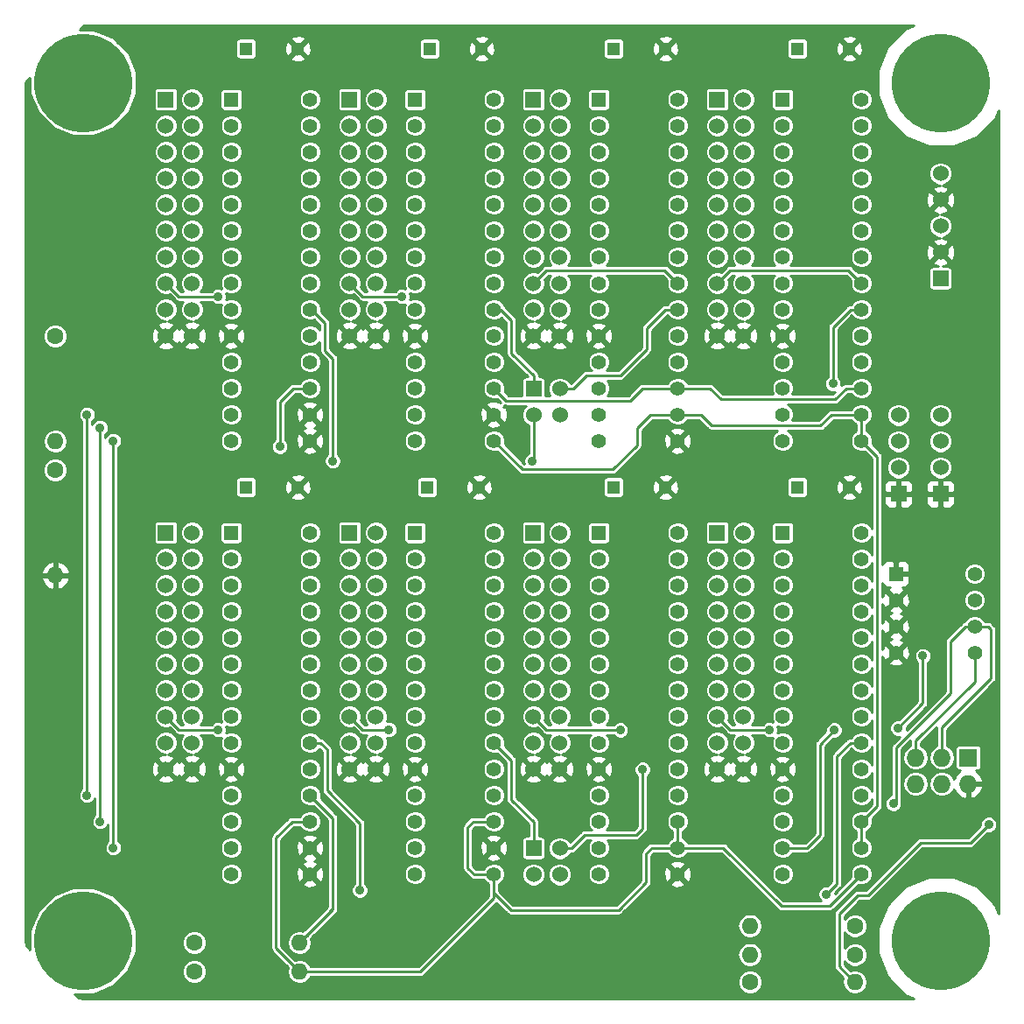
<source format=gbl>
G04 #@! TF.GenerationSoftware,KiCad,Pcbnew,(5.0.2)-1*
G04 #@! TF.CreationDate,2019-12-21T13:52:58-05:00*
G04 #@! TF.ProjectId,DIGIO-128,44494749-4f2d-4313-9238-2e6b69636164,X1*
G04 #@! TF.SameCoordinates,Original*
G04 #@! TF.FileFunction,Copper,L2,Bot*
G04 #@! TF.FilePolarity,Positive*
%FSLAX46Y46*%
G04 Gerber Fmt 4.6, Leading zero omitted, Abs format (unit mm)*
G04 Created by KiCad (PCBNEW (5.0.2)-1) date 12/21/2019 1:52:58 PM*
%MOMM*%
%LPD*%
G01*
G04 APERTURE LIST*
G04 #@! TA.AperFunction,ComponentPad*
%ADD10O,1.600000X1.600000*%
G04 #@! TD*
G04 #@! TA.AperFunction,ComponentPad*
%ADD11C,1.600000*%
G04 #@! TD*
G04 #@! TA.AperFunction,ComponentPad*
%ADD12R,1.524000X1.524000*%
G04 #@! TD*
G04 #@! TA.AperFunction,ComponentPad*
%ADD13C,1.524000*%
G04 #@! TD*
G04 #@! TA.AperFunction,ComponentPad*
%ADD14C,9.525000*%
G04 #@! TD*
G04 #@! TA.AperFunction,ComponentPad*
%ADD15C,1.397000*%
G04 #@! TD*
G04 #@! TA.AperFunction,ComponentPad*
%ADD16R,1.397000X1.397000*%
G04 #@! TD*
G04 #@! TA.AperFunction,ComponentPad*
%ADD17R,1.300000X1.300000*%
G04 #@! TD*
G04 #@! TA.AperFunction,ComponentPad*
%ADD18C,1.300000*%
G04 #@! TD*
G04 #@! TA.AperFunction,ComponentPad*
%ADD19R,1.727200X1.727200*%
G04 #@! TD*
G04 #@! TA.AperFunction,ComponentPad*
%ADD20O,1.727200X1.727200*%
G04 #@! TD*
G04 #@! TA.AperFunction,ViaPad*
%ADD21C,0.889000*%
G04 #@! TD*
G04 #@! TA.AperFunction,Conductor*
%ADD22C,0.254000*%
G04 #@! TD*
G04 APERTURE END LIST*
D10*
G04 #@! TO.P,R7,2*
G04 #@! TO.N,GND*
X58293000Y-103632000D03*
D11*
G04 #@! TO.P,R7,1*
G04 #@! TO.N,/16-bits-1/A2*
X58293000Y-93472000D03*
G04 #@! TD*
D12*
G04 #@! TO.P,J2,1*
G04 #@! TO.N,GND*
X139869000Y-95753000D03*
D13*
G04 #@! TO.P,J2,2*
G04 #@! TO.N,/VCC*
X139869000Y-93213000D03*
G04 #@! TO.P,J2,3*
G04 #@! TO.N,/SDA*
X139869000Y-90673000D03*
G04 #@! TO.P,J2,4*
G04 #@! TO.N,/SCL*
X139869000Y-88133000D03*
G04 #@! TD*
D14*
G04 #@! TO.P,MTG4,1*
G04 #@! TO.N,N/C*
X61000000Y-56000000D03*
G04 #@! TD*
G04 #@! TO.P,MTG3,1*
G04 #@! TO.N,N/C*
X144000000Y-56000000D03*
G04 #@! TD*
G04 #@! TO.P,MTG2,1*
G04 #@! TO.N,N/C*
X61000000Y-139000000D03*
G04 #@! TD*
G04 #@! TO.P,MTG1,1*
G04 #@! TO.N,N/C*
X144000000Y-139000000D03*
G04 #@! TD*
D12*
G04 #@! TO.P,P4,1*
G04 #@! TO.N,/16-bits-4/GP7*
X122310000Y-57620000D03*
D13*
G04 #@! TO.P,P4,2*
G04 #@! TO.N,/16-bits-4/GP8*
X124850000Y-57620000D03*
G04 #@! TO.P,P4,3*
G04 #@! TO.N,/16-bits-4/GP6*
X122310000Y-60160000D03*
G04 #@! TO.P,P4,4*
G04 #@! TO.N,/16-bits-4/GP9*
X124850000Y-60160000D03*
G04 #@! TO.P,P4,5*
G04 #@! TO.N,/16-bits-4/GP5*
X122310000Y-62700000D03*
G04 #@! TO.P,P4,6*
G04 #@! TO.N,/16-bits-4/GP10*
X124850000Y-62700000D03*
G04 #@! TO.P,P4,7*
G04 #@! TO.N,/16-bits-4/GP4*
X122310000Y-65240000D03*
G04 #@! TO.P,P4,8*
G04 #@! TO.N,/16-bits-4/GP11*
X124850000Y-65240000D03*
G04 #@! TO.P,P4,9*
G04 #@! TO.N,/16-bits-4/GP3*
X122310000Y-67780000D03*
G04 #@! TO.P,P4,10*
G04 #@! TO.N,/16-bits-4/GP12*
X124850000Y-67780000D03*
G04 #@! TO.P,P4,11*
G04 #@! TO.N,/16-bits-4/GP2*
X122310000Y-70320000D03*
G04 #@! TO.P,P4,12*
G04 #@! TO.N,/16-bits-4/GP13*
X124850000Y-70320000D03*
G04 #@! TO.P,P4,13*
G04 #@! TO.N,/16-bits-4/GP1*
X122310000Y-72860000D03*
G04 #@! TO.P,P4,14*
G04 #@! TO.N,/16-bits-4/GP14*
X124850000Y-72860000D03*
G04 #@! TO.P,P4,15*
G04 #@! TO.N,/16-bits-4/GP0*
X122310000Y-75400000D03*
G04 #@! TO.P,P4,16*
G04 #@! TO.N,/16-bits-4/GP15*
X124850000Y-75400000D03*
G04 #@! TO.P,P4,17*
G04 #@! TO.N,/VCC*
X122310000Y-77940000D03*
G04 #@! TO.P,P4,18*
X124850000Y-77940000D03*
G04 #@! TO.P,P4,19*
G04 #@! TO.N,GND*
X122310000Y-80480000D03*
G04 #@! TO.P,P4,20*
X124850000Y-80480000D03*
G04 #@! TD*
D12*
G04 #@! TO.P,P3,1*
G04 #@! TO.N,/16-bits-3/GP7*
X104530000Y-57620000D03*
D13*
G04 #@! TO.P,P3,2*
G04 #@! TO.N,/16-bits-3/GP8*
X107070000Y-57620000D03*
G04 #@! TO.P,P3,3*
G04 #@! TO.N,/16-bits-3/GP6*
X104530000Y-60160000D03*
G04 #@! TO.P,P3,4*
G04 #@! TO.N,/16-bits-3/GP9*
X107070000Y-60160000D03*
G04 #@! TO.P,P3,5*
G04 #@! TO.N,/16-bits-3/GP5*
X104530000Y-62700000D03*
G04 #@! TO.P,P3,6*
G04 #@! TO.N,/16-bits-3/GP10*
X107070000Y-62700000D03*
G04 #@! TO.P,P3,7*
G04 #@! TO.N,/16-bits-3/GP4*
X104530000Y-65240000D03*
G04 #@! TO.P,P3,8*
G04 #@! TO.N,/16-bits-3/GP11*
X107070000Y-65240000D03*
G04 #@! TO.P,P3,9*
G04 #@! TO.N,/16-bits-3/GP3*
X104530000Y-67780000D03*
G04 #@! TO.P,P3,10*
G04 #@! TO.N,/16-bits-3/GP12*
X107070000Y-67780000D03*
G04 #@! TO.P,P3,11*
G04 #@! TO.N,/16-bits-3/GP2*
X104530000Y-70320000D03*
G04 #@! TO.P,P3,12*
G04 #@! TO.N,/16-bits-3/GP13*
X107070000Y-70320000D03*
G04 #@! TO.P,P3,13*
G04 #@! TO.N,/16-bits-3/GP1*
X104530000Y-72860000D03*
G04 #@! TO.P,P3,14*
G04 #@! TO.N,/16-bits-3/GP14*
X107070000Y-72860000D03*
G04 #@! TO.P,P3,15*
G04 #@! TO.N,/16-bits-3/GP0*
X104530000Y-75400000D03*
G04 #@! TO.P,P3,16*
G04 #@! TO.N,/16-bits-3/GP15*
X107070000Y-75400000D03*
G04 #@! TO.P,P3,17*
G04 #@! TO.N,/VCC*
X104530000Y-77940000D03*
G04 #@! TO.P,P3,18*
X107070000Y-77940000D03*
G04 #@! TO.P,P3,19*
G04 #@! TO.N,GND*
X104530000Y-80480000D03*
G04 #@! TO.P,P3,20*
X107070000Y-80480000D03*
G04 #@! TD*
D12*
G04 #@! TO.P,P2,1*
G04 #@! TO.N,/16-bits-2/GP7*
X86750000Y-57620000D03*
D13*
G04 #@! TO.P,P2,2*
G04 #@! TO.N,/16-bits-2/GP8*
X89290000Y-57620000D03*
G04 #@! TO.P,P2,3*
G04 #@! TO.N,/16-bits-2/GP6*
X86750000Y-60160000D03*
G04 #@! TO.P,P2,4*
G04 #@! TO.N,/16-bits-2/GP9*
X89290000Y-60160000D03*
G04 #@! TO.P,P2,5*
G04 #@! TO.N,/16-bits-2/GP5*
X86750000Y-62700000D03*
G04 #@! TO.P,P2,6*
G04 #@! TO.N,/16-bits-2/GP10*
X89290000Y-62700000D03*
G04 #@! TO.P,P2,7*
G04 #@! TO.N,/16-bits-2/GP4*
X86750000Y-65240000D03*
G04 #@! TO.P,P2,8*
G04 #@! TO.N,/16-bits-2/GP11*
X89290000Y-65240000D03*
G04 #@! TO.P,P2,9*
G04 #@! TO.N,/16-bits-2/GP3*
X86750000Y-67780000D03*
G04 #@! TO.P,P2,10*
G04 #@! TO.N,/16-bits-2/GP12*
X89290000Y-67780000D03*
G04 #@! TO.P,P2,11*
G04 #@! TO.N,/16-bits-2/GP2*
X86750000Y-70320000D03*
G04 #@! TO.P,P2,12*
G04 #@! TO.N,/16-bits-2/GP13*
X89290000Y-70320000D03*
G04 #@! TO.P,P2,13*
G04 #@! TO.N,/16-bits-2/GP1*
X86750000Y-72860000D03*
G04 #@! TO.P,P2,14*
G04 #@! TO.N,/16-bits-2/GP14*
X89290000Y-72860000D03*
G04 #@! TO.P,P2,15*
G04 #@! TO.N,/16-bits-2/GP0*
X86750000Y-75400000D03*
G04 #@! TO.P,P2,16*
G04 #@! TO.N,/16-bits-2/GP15*
X89290000Y-75400000D03*
G04 #@! TO.P,P2,17*
G04 #@! TO.N,/VCC*
X86750000Y-77940000D03*
G04 #@! TO.P,P2,18*
X89290000Y-77940000D03*
G04 #@! TO.P,P2,19*
G04 #@! TO.N,GND*
X86750000Y-80480000D03*
G04 #@! TO.P,P2,20*
X89290000Y-80480000D03*
G04 #@! TD*
D12*
G04 #@! TO.P,P1,1*
G04 #@! TO.N,/16-bits-1/GP7*
X68970000Y-57620000D03*
D13*
G04 #@! TO.P,P1,2*
G04 #@! TO.N,/16-bits-1/GP8*
X71510000Y-57620000D03*
G04 #@! TO.P,P1,3*
G04 #@! TO.N,/16-bits-1/GP6*
X68970000Y-60160000D03*
G04 #@! TO.P,P1,4*
G04 #@! TO.N,/16-bits-1/GP9*
X71510000Y-60160000D03*
G04 #@! TO.P,P1,5*
G04 #@! TO.N,/16-bits-1/GP5*
X68970000Y-62700000D03*
G04 #@! TO.P,P1,6*
G04 #@! TO.N,/16-bits-1/GP10*
X71510000Y-62700000D03*
G04 #@! TO.P,P1,7*
G04 #@! TO.N,/16-bits-1/GP4*
X68970000Y-65240000D03*
G04 #@! TO.P,P1,8*
G04 #@! TO.N,/16-bits-1/GP11*
X71510000Y-65240000D03*
G04 #@! TO.P,P1,9*
G04 #@! TO.N,/16-bits-1/GP3*
X68970000Y-67780000D03*
G04 #@! TO.P,P1,10*
G04 #@! TO.N,/16-bits-1/GP12*
X71510000Y-67780000D03*
G04 #@! TO.P,P1,11*
G04 #@! TO.N,/16-bits-1/GP2*
X68970000Y-70320000D03*
G04 #@! TO.P,P1,12*
G04 #@! TO.N,/16-bits-1/GP13*
X71510000Y-70320000D03*
G04 #@! TO.P,P1,13*
G04 #@! TO.N,/16-bits-1/GP1*
X68970000Y-72860000D03*
G04 #@! TO.P,P1,14*
G04 #@! TO.N,/16-bits-1/GP14*
X71510000Y-72860000D03*
G04 #@! TO.P,P1,15*
G04 #@! TO.N,/16-bits-1/GP0*
X68970000Y-75400000D03*
G04 #@! TO.P,P1,16*
G04 #@! TO.N,/16-bits-1/GP15*
X71510000Y-75400000D03*
G04 #@! TO.P,P1,17*
G04 #@! TO.N,/VCC*
X68970000Y-77940000D03*
G04 #@! TO.P,P1,18*
X71510000Y-77940000D03*
G04 #@! TO.P,P1,19*
G04 #@! TO.N,GND*
X68970000Y-80480000D03*
G04 #@! TO.P,P1,20*
X71510000Y-80480000D03*
G04 #@! TD*
D12*
G04 #@! TO.P,J3,1*
G04 #@! TO.N,GND*
X143933000Y-95753000D03*
D13*
G04 #@! TO.P,J3,2*
G04 #@! TO.N,/VCC*
X143933000Y-93213000D03*
G04 #@! TO.P,J3,3*
G04 #@! TO.N,/SDA*
X143933000Y-90673000D03*
G04 #@! TO.P,J3,4*
G04 #@! TO.N,/SCL*
X143933000Y-88133000D03*
G04 #@! TD*
D12*
G04 #@! TO.P,P7,1*
G04 #@! TO.N,/16-bits-6/GP7*
X86750000Y-99530000D03*
D13*
G04 #@! TO.P,P7,2*
G04 #@! TO.N,/16-bits-6/GP8*
X89290000Y-99530000D03*
G04 #@! TO.P,P7,3*
G04 #@! TO.N,/16-bits-6/GP6*
X86750000Y-102070000D03*
G04 #@! TO.P,P7,4*
G04 #@! TO.N,/16-bits-6/GP9*
X89290000Y-102070000D03*
G04 #@! TO.P,P7,5*
G04 #@! TO.N,/16-bits-6/GP5*
X86750000Y-104610000D03*
G04 #@! TO.P,P7,6*
G04 #@! TO.N,/16-bits-6/GP10*
X89290000Y-104610000D03*
G04 #@! TO.P,P7,7*
G04 #@! TO.N,/16-bits-6/GP4*
X86750000Y-107150000D03*
G04 #@! TO.P,P7,8*
G04 #@! TO.N,/16-bits-6/GP11*
X89290000Y-107150000D03*
G04 #@! TO.P,P7,9*
G04 #@! TO.N,/16-bits-6/GP3*
X86750000Y-109690000D03*
G04 #@! TO.P,P7,10*
G04 #@! TO.N,/16-bits-6/GP12*
X89290000Y-109690000D03*
G04 #@! TO.P,P7,11*
G04 #@! TO.N,/16-bits-6/GP2*
X86750000Y-112230000D03*
G04 #@! TO.P,P7,12*
G04 #@! TO.N,/16-bits-6/GP13*
X89290000Y-112230000D03*
G04 #@! TO.P,P7,13*
G04 #@! TO.N,/16-bits-6/GP1*
X86750000Y-114770000D03*
G04 #@! TO.P,P7,14*
G04 #@! TO.N,/16-bits-6/GP14*
X89290000Y-114770000D03*
G04 #@! TO.P,P7,15*
G04 #@! TO.N,/16-bits-6/GP0*
X86750000Y-117310000D03*
G04 #@! TO.P,P7,16*
G04 #@! TO.N,/16-bits-6/GP15*
X89290000Y-117310000D03*
G04 #@! TO.P,P7,17*
G04 #@! TO.N,/VCC*
X86750000Y-119850000D03*
G04 #@! TO.P,P7,18*
X89290000Y-119850000D03*
G04 #@! TO.P,P7,19*
G04 #@! TO.N,GND*
X86750000Y-122390000D03*
G04 #@! TO.P,P7,20*
X89290000Y-122390000D03*
G04 #@! TD*
D12*
G04 #@! TO.P,P8,1*
G04 #@! TO.N,/16-bits-7/GP7*
X104530000Y-99530000D03*
D13*
G04 #@! TO.P,P8,2*
G04 #@! TO.N,/16-bits-7/GP8*
X107070000Y-99530000D03*
G04 #@! TO.P,P8,3*
G04 #@! TO.N,/16-bits-7/GP6*
X104530000Y-102070000D03*
G04 #@! TO.P,P8,4*
G04 #@! TO.N,/16-bits-7/GP9*
X107070000Y-102070000D03*
G04 #@! TO.P,P8,5*
G04 #@! TO.N,/16-bits-7/GP5*
X104530000Y-104610000D03*
G04 #@! TO.P,P8,6*
G04 #@! TO.N,/16-bits-7/GP10*
X107070000Y-104610000D03*
G04 #@! TO.P,P8,7*
G04 #@! TO.N,/16-bits-7/GP4*
X104530000Y-107150000D03*
G04 #@! TO.P,P8,8*
G04 #@! TO.N,/16-bits-7/GP11*
X107070000Y-107150000D03*
G04 #@! TO.P,P8,9*
G04 #@! TO.N,/16-bits-7/GP3*
X104530000Y-109690000D03*
G04 #@! TO.P,P8,10*
G04 #@! TO.N,/16-bits-7/GP12*
X107070000Y-109690000D03*
G04 #@! TO.P,P8,11*
G04 #@! TO.N,/16-bits-7/GP2*
X104530000Y-112230000D03*
G04 #@! TO.P,P8,12*
G04 #@! TO.N,/16-bits-7/GP13*
X107070000Y-112230000D03*
G04 #@! TO.P,P8,13*
G04 #@! TO.N,/16-bits-7/GP1*
X104530000Y-114770000D03*
G04 #@! TO.P,P8,14*
G04 #@! TO.N,/16-bits-7/GP14*
X107070000Y-114770000D03*
G04 #@! TO.P,P8,15*
G04 #@! TO.N,/16-bits-7/GP0*
X104530000Y-117310000D03*
G04 #@! TO.P,P8,16*
G04 #@! TO.N,/16-bits-7/GP15*
X107070000Y-117310000D03*
G04 #@! TO.P,P8,17*
G04 #@! TO.N,/VCC*
X104530000Y-119850000D03*
G04 #@! TO.P,P8,18*
X107070000Y-119850000D03*
G04 #@! TO.P,P8,19*
G04 #@! TO.N,GND*
X104530000Y-122390000D03*
G04 #@! TO.P,P8,20*
X107070000Y-122390000D03*
G04 #@! TD*
D12*
G04 #@! TO.P,P9,1*
G04 #@! TO.N,/16-bits-8/GP7*
X122310000Y-99530000D03*
D13*
G04 #@! TO.P,P9,2*
G04 #@! TO.N,/16-bits-8/GP8*
X124850000Y-99530000D03*
G04 #@! TO.P,P9,3*
G04 #@! TO.N,/16-bits-8/GP6*
X122310000Y-102070000D03*
G04 #@! TO.P,P9,4*
G04 #@! TO.N,/16-bits-8/GP9*
X124850000Y-102070000D03*
G04 #@! TO.P,P9,5*
G04 #@! TO.N,/16-bits-8/GP5*
X122310000Y-104610000D03*
G04 #@! TO.P,P9,6*
G04 #@! TO.N,/16-bits-8/GP10*
X124850000Y-104610000D03*
G04 #@! TO.P,P9,7*
G04 #@! TO.N,/16-bits-8/GP4*
X122310000Y-107150000D03*
G04 #@! TO.P,P9,8*
G04 #@! TO.N,/16-bits-8/GP11*
X124850000Y-107150000D03*
G04 #@! TO.P,P9,9*
G04 #@! TO.N,/16-bits-8/GP3*
X122310000Y-109690000D03*
G04 #@! TO.P,P9,10*
G04 #@! TO.N,/16-bits-8/GP12*
X124850000Y-109690000D03*
G04 #@! TO.P,P9,11*
G04 #@! TO.N,/16-bits-8/GP2*
X122310000Y-112230000D03*
G04 #@! TO.P,P9,12*
G04 #@! TO.N,/16-bits-8/GP13*
X124850000Y-112230000D03*
G04 #@! TO.P,P9,13*
G04 #@! TO.N,/16-bits-8/GP1*
X122310000Y-114770000D03*
G04 #@! TO.P,P9,14*
G04 #@! TO.N,/16-bits-8/GP14*
X124850000Y-114770000D03*
G04 #@! TO.P,P9,15*
G04 #@! TO.N,/16-bits-8/GP0*
X122310000Y-117310000D03*
G04 #@! TO.P,P9,16*
G04 #@! TO.N,/16-bits-8/GP15*
X124850000Y-117310000D03*
G04 #@! TO.P,P9,17*
G04 #@! TO.N,/VCC*
X122310000Y-119850000D03*
G04 #@! TO.P,P9,18*
X124850000Y-119850000D03*
G04 #@! TO.P,P9,19*
G04 #@! TO.N,GND*
X122310000Y-122390000D03*
G04 #@! TO.P,P9,20*
X124850000Y-122390000D03*
G04 #@! TD*
D12*
G04 #@! TO.P,P10,1*
G04 #@! TO.N,/INT5*
X104563000Y-130043000D03*
D13*
G04 #@! TO.P,P10,2*
G04 #@! TO.N,/INT6*
X107103000Y-130043000D03*
G04 #@! TO.P,P10,3*
G04 #@! TO.N,/INT4*
X104563000Y-132583000D03*
G04 #@! TO.P,P10,4*
G04 #@! TO.N,/INT7*
X107103000Y-132583000D03*
G04 #@! TD*
D12*
G04 #@! TO.P,P5,1*
G04 #@! TO.N,/INT1*
X104563000Y-85593000D03*
D13*
G04 #@! TO.P,P5,2*
G04 #@! TO.N,/INT2*
X107103000Y-85593000D03*
G04 #@! TO.P,P5,3*
G04 #@! TO.N,/INT0*
X104563000Y-88133000D03*
G04 #@! TO.P,P5,4*
G04 #@! TO.N,/INT3*
X107103000Y-88133000D03*
G04 #@! TD*
D12*
G04 #@! TO.P,P6,1*
G04 #@! TO.N,/16-bits-5/GP7*
X68970000Y-99530000D03*
D13*
G04 #@! TO.P,P6,2*
G04 #@! TO.N,/16-bits-5/GP8*
X71510000Y-99530000D03*
G04 #@! TO.P,P6,3*
G04 #@! TO.N,/16-bits-5/GP6*
X68970000Y-102070000D03*
G04 #@! TO.P,P6,4*
G04 #@! TO.N,/16-bits-5/GP9*
X71510000Y-102070000D03*
G04 #@! TO.P,P6,5*
G04 #@! TO.N,/16-bits-5/GP5*
X68970000Y-104610000D03*
G04 #@! TO.P,P6,6*
G04 #@! TO.N,/16-bits-5/GP10*
X71510000Y-104610000D03*
G04 #@! TO.P,P6,7*
G04 #@! TO.N,/16-bits-5/GP4*
X68970000Y-107150000D03*
G04 #@! TO.P,P6,8*
G04 #@! TO.N,/16-bits-5/GP11*
X71510000Y-107150000D03*
G04 #@! TO.P,P6,9*
G04 #@! TO.N,/16-bits-5/GP3*
X68970000Y-109690000D03*
G04 #@! TO.P,P6,10*
G04 #@! TO.N,/16-bits-5/GP12*
X71510000Y-109690000D03*
G04 #@! TO.P,P6,11*
G04 #@! TO.N,/16-bits-5/GP2*
X68970000Y-112230000D03*
G04 #@! TO.P,P6,12*
G04 #@! TO.N,/16-bits-5/GP13*
X71510000Y-112230000D03*
G04 #@! TO.P,P6,13*
G04 #@! TO.N,/16-bits-5/GP1*
X68970000Y-114770000D03*
G04 #@! TO.P,P6,14*
G04 #@! TO.N,/16-bits-5/GP14*
X71510000Y-114770000D03*
G04 #@! TO.P,P6,15*
G04 #@! TO.N,/16-bits-5/GP0*
X68970000Y-117310000D03*
G04 #@! TO.P,P6,16*
G04 #@! TO.N,/16-bits-5/GP15*
X71510000Y-117310000D03*
G04 #@! TO.P,P6,17*
G04 #@! TO.N,/VCC*
X68970000Y-119850000D03*
G04 #@! TO.P,P6,18*
X71510000Y-119850000D03*
G04 #@! TO.P,P6,19*
G04 #@! TO.N,GND*
X68970000Y-122390000D03*
G04 #@! TO.P,P6,20*
X71510000Y-122390000D03*
G04 #@! TD*
D12*
G04 #@! TO.P,J1,1*
G04 #@! TO.N,/VCC*
X143933000Y-74925000D03*
D13*
G04 #@! TO.P,J1,2*
G04 #@! TO.N,GND*
X143933000Y-72385000D03*
G04 #@! TO.P,J1,3*
G04 #@! TO.N,/VCC*
X143933000Y-69845000D03*
G04 #@! TO.P,J1,4*
G04 #@! TO.N,GND*
X143933000Y-67305000D03*
G04 #@! TO.P,J1,5*
G04 #@! TO.N,/VCC*
X143933000Y-64765000D03*
G04 #@! TD*
D15*
G04 #@! TO.P,U1,2*
G04 #@! TO.N,/16-bits-1/GP9*
X75320000Y-60160000D03*
G04 #@! TO.P,U1,3*
G04 #@! TO.N,/16-bits-1/GP10*
X75320000Y-62700000D03*
G04 #@! TO.P,U1,4*
G04 #@! TO.N,/16-bits-1/GP11*
X75320000Y-65240000D03*
G04 #@! TO.P,U1,5*
G04 #@! TO.N,/16-bits-1/GP12*
X75320000Y-67780000D03*
G04 #@! TO.P,U1,6*
G04 #@! TO.N,/16-bits-1/GP13*
X75320000Y-70320000D03*
G04 #@! TO.P,U1,7*
G04 #@! TO.N,/16-bits-1/GP14*
X75320000Y-72860000D03*
G04 #@! TO.P,U1,8*
G04 #@! TO.N,/16-bits-1/GP15*
X75320000Y-75400000D03*
G04 #@! TO.P,U1,9*
G04 #@! TO.N,/VCC*
X75320000Y-77940000D03*
G04 #@! TO.P,U1,10*
G04 #@! TO.N,GND*
X75320000Y-80480000D03*
G04 #@! TO.P,U1,11*
G04 #@! TO.N,N/C*
X75320000Y-83020000D03*
G04 #@! TO.P,U1,12*
G04 #@! TO.N,/SCL*
X75320000Y-85560000D03*
G04 #@! TO.P,U1,13*
G04 #@! TO.N,/SDA*
X75320000Y-88100000D03*
G04 #@! TO.P,U1,14*
G04 #@! TO.N,N/C*
X75320000Y-90640000D03*
D16*
G04 #@! TO.P,U1,1*
G04 #@! TO.N,/16-bits-1/GP8*
X75320000Y-57620000D03*
D15*
G04 #@! TO.P,U1,15*
G04 #@! TO.N,GND*
X82940000Y-90640000D03*
G04 #@! TO.P,U1,16*
X82940000Y-88100000D03*
G04 #@! TO.P,U1,17*
G04 #@! TO.N,/16-bits-1/A2*
X82940000Y-85560000D03*
G04 #@! TO.P,U1,18*
G04 #@! TO.N,/RST1*
X82940000Y-83020000D03*
G04 #@! TO.P,U1,19*
G04 #@! TO.N,Net-(U1-Pad19)*
X82940000Y-80480000D03*
G04 #@! TO.P,U1,20*
G04 #@! TO.N,/INT0*
X82940000Y-77940000D03*
G04 #@! TO.P,U1,21*
G04 #@! TO.N,/16-bits-1/GP0*
X82940000Y-75400000D03*
G04 #@! TO.P,U1,22*
G04 #@! TO.N,/16-bits-1/GP1*
X82940000Y-72860000D03*
G04 #@! TO.P,U1,23*
G04 #@! TO.N,/16-bits-1/GP2*
X82940000Y-70320000D03*
G04 #@! TO.P,U1,24*
G04 #@! TO.N,/16-bits-1/GP3*
X82940000Y-67780000D03*
G04 #@! TO.P,U1,25*
G04 #@! TO.N,/16-bits-1/GP4*
X82940000Y-65240000D03*
G04 #@! TO.P,U1,26*
G04 #@! TO.N,/16-bits-1/GP5*
X82940000Y-62700000D03*
G04 #@! TO.P,U1,27*
G04 #@! TO.N,/16-bits-1/GP6*
X82940000Y-60160000D03*
G04 #@! TO.P,U1,28*
G04 #@! TO.N,/16-bits-1/GP7*
X82940000Y-57620000D03*
G04 #@! TD*
G04 #@! TO.P,U2,2*
G04 #@! TO.N,/16-bits-2/GP9*
X93100000Y-60160000D03*
G04 #@! TO.P,U2,3*
G04 #@! TO.N,/16-bits-2/GP10*
X93100000Y-62700000D03*
G04 #@! TO.P,U2,4*
G04 #@! TO.N,/16-bits-2/GP11*
X93100000Y-65240000D03*
G04 #@! TO.P,U2,5*
G04 #@! TO.N,/16-bits-2/GP12*
X93100000Y-67780000D03*
G04 #@! TO.P,U2,6*
G04 #@! TO.N,/16-bits-2/GP13*
X93100000Y-70320000D03*
G04 #@! TO.P,U2,7*
G04 #@! TO.N,/16-bits-2/GP14*
X93100000Y-72860000D03*
G04 #@! TO.P,U2,8*
G04 #@! TO.N,/16-bits-2/GP15*
X93100000Y-75400000D03*
G04 #@! TO.P,U2,9*
G04 #@! TO.N,/VCC*
X93100000Y-77940000D03*
G04 #@! TO.P,U2,10*
G04 #@! TO.N,GND*
X93100000Y-80480000D03*
G04 #@! TO.P,U2,11*
G04 #@! TO.N,N/C*
X93100000Y-83020000D03*
G04 #@! TO.P,U2,12*
G04 #@! TO.N,/SCL*
X93100000Y-85560000D03*
G04 #@! TO.P,U2,13*
G04 #@! TO.N,/SDA*
X93100000Y-88100000D03*
G04 #@! TO.P,U2,14*
G04 #@! TO.N,N/C*
X93100000Y-90640000D03*
D16*
G04 #@! TO.P,U2,1*
G04 #@! TO.N,/16-bits-2/GP8*
X93100000Y-57620000D03*
D15*
G04 #@! TO.P,U2,15*
G04 #@! TO.N,/AEQ1*
X100720000Y-90640000D03*
G04 #@! TO.P,U2,16*
G04 #@! TO.N,GND*
X100720000Y-88100000D03*
G04 #@! TO.P,U2,17*
G04 #@! TO.N,/16-bits-1/A2*
X100720000Y-85560000D03*
G04 #@! TO.P,U2,18*
G04 #@! TO.N,/RST1*
X100720000Y-83020000D03*
G04 #@! TO.P,U2,19*
G04 #@! TO.N,Net-(U2-Pad19)*
X100720000Y-80480000D03*
G04 #@! TO.P,U2,20*
G04 #@! TO.N,/INT1*
X100720000Y-77940000D03*
G04 #@! TO.P,U2,21*
G04 #@! TO.N,/16-bits-2/GP0*
X100720000Y-75400000D03*
G04 #@! TO.P,U2,22*
G04 #@! TO.N,/16-bits-2/GP1*
X100720000Y-72860000D03*
G04 #@! TO.P,U2,23*
G04 #@! TO.N,/16-bits-2/GP2*
X100720000Y-70320000D03*
G04 #@! TO.P,U2,24*
G04 #@! TO.N,/16-bits-2/GP3*
X100720000Y-67780000D03*
G04 #@! TO.P,U2,25*
G04 #@! TO.N,/16-bits-2/GP4*
X100720000Y-65240000D03*
G04 #@! TO.P,U2,26*
G04 #@! TO.N,/16-bits-2/GP5*
X100720000Y-62700000D03*
G04 #@! TO.P,U2,27*
G04 #@! TO.N,/16-bits-2/GP6*
X100720000Y-60160000D03*
G04 #@! TO.P,U2,28*
G04 #@! TO.N,/16-bits-2/GP7*
X100720000Y-57620000D03*
G04 #@! TD*
G04 #@! TO.P,U3,2*
G04 #@! TO.N,/16-bits-3/GP9*
X110880000Y-60160000D03*
G04 #@! TO.P,U3,3*
G04 #@! TO.N,/16-bits-3/GP10*
X110880000Y-62700000D03*
G04 #@! TO.P,U3,4*
G04 #@! TO.N,/16-bits-3/GP11*
X110880000Y-65240000D03*
G04 #@! TO.P,U3,5*
G04 #@! TO.N,/16-bits-3/GP12*
X110880000Y-67780000D03*
G04 #@! TO.P,U3,6*
G04 #@! TO.N,/16-bits-3/GP13*
X110880000Y-70320000D03*
G04 #@! TO.P,U3,7*
G04 #@! TO.N,/16-bits-3/GP14*
X110880000Y-72860000D03*
G04 #@! TO.P,U3,8*
G04 #@! TO.N,/16-bits-3/GP15*
X110880000Y-75400000D03*
G04 #@! TO.P,U3,9*
G04 #@! TO.N,/VCC*
X110880000Y-77940000D03*
G04 #@! TO.P,U3,10*
G04 #@! TO.N,GND*
X110880000Y-80480000D03*
G04 #@! TO.P,U3,11*
G04 #@! TO.N,N/C*
X110880000Y-83020000D03*
G04 #@! TO.P,U3,12*
G04 #@! TO.N,/SCL*
X110880000Y-85560000D03*
G04 #@! TO.P,U3,13*
G04 #@! TO.N,/SDA*
X110880000Y-88100000D03*
G04 #@! TO.P,U3,14*
G04 #@! TO.N,N/C*
X110880000Y-90640000D03*
D16*
G04 #@! TO.P,U3,1*
G04 #@! TO.N,/16-bits-3/GP8*
X110880000Y-57620000D03*
D15*
G04 #@! TO.P,U3,15*
G04 #@! TO.N,GND*
X118500000Y-90640000D03*
G04 #@! TO.P,U3,16*
G04 #@! TO.N,/AEQ1*
X118500000Y-88100000D03*
G04 #@! TO.P,U3,17*
G04 #@! TO.N,/16-bits-1/A2*
X118500000Y-85560000D03*
G04 #@! TO.P,U3,18*
G04 #@! TO.N,/RST1*
X118500000Y-83020000D03*
G04 #@! TO.P,U3,19*
G04 #@! TO.N,Net-(U3-Pad19)*
X118500000Y-80480000D03*
G04 #@! TO.P,U3,20*
G04 #@! TO.N,/INT2*
X118500000Y-77940000D03*
G04 #@! TO.P,U3,21*
G04 #@! TO.N,/16-bits-3/GP0*
X118500000Y-75400000D03*
G04 #@! TO.P,U3,22*
G04 #@! TO.N,/16-bits-3/GP1*
X118500000Y-72860000D03*
G04 #@! TO.P,U3,23*
G04 #@! TO.N,/16-bits-3/GP2*
X118500000Y-70320000D03*
G04 #@! TO.P,U3,24*
G04 #@! TO.N,/16-bits-3/GP3*
X118500000Y-67780000D03*
G04 #@! TO.P,U3,25*
G04 #@! TO.N,/16-bits-3/GP4*
X118500000Y-65240000D03*
G04 #@! TO.P,U3,26*
G04 #@! TO.N,/16-bits-3/GP5*
X118500000Y-62700000D03*
G04 #@! TO.P,U3,27*
G04 #@! TO.N,/16-bits-3/GP6*
X118500000Y-60160000D03*
G04 #@! TO.P,U3,28*
G04 #@! TO.N,/16-bits-3/GP7*
X118500000Y-57620000D03*
G04 #@! TD*
G04 #@! TO.P,U4,2*
G04 #@! TO.N,/16-bits-4/GP9*
X128660000Y-60160000D03*
G04 #@! TO.P,U4,3*
G04 #@! TO.N,/16-bits-4/GP10*
X128660000Y-62700000D03*
G04 #@! TO.P,U4,4*
G04 #@! TO.N,/16-bits-4/GP11*
X128660000Y-65240000D03*
G04 #@! TO.P,U4,5*
G04 #@! TO.N,/16-bits-4/GP12*
X128660000Y-67780000D03*
G04 #@! TO.P,U4,6*
G04 #@! TO.N,/16-bits-4/GP13*
X128660000Y-70320000D03*
G04 #@! TO.P,U4,7*
G04 #@! TO.N,/16-bits-4/GP14*
X128660000Y-72860000D03*
G04 #@! TO.P,U4,8*
G04 #@! TO.N,/16-bits-4/GP15*
X128660000Y-75400000D03*
G04 #@! TO.P,U4,9*
G04 #@! TO.N,/VCC*
X128660000Y-77940000D03*
G04 #@! TO.P,U4,10*
G04 #@! TO.N,GND*
X128660000Y-80480000D03*
G04 #@! TO.P,U4,11*
G04 #@! TO.N,N/C*
X128660000Y-83020000D03*
G04 #@! TO.P,U4,12*
G04 #@! TO.N,/SCL*
X128660000Y-85560000D03*
G04 #@! TO.P,U4,13*
G04 #@! TO.N,/SDA*
X128660000Y-88100000D03*
G04 #@! TO.P,U4,14*
G04 #@! TO.N,N/C*
X128660000Y-90640000D03*
D16*
G04 #@! TO.P,U4,1*
G04 #@! TO.N,/16-bits-4/GP8*
X128660000Y-57620000D03*
D15*
G04 #@! TO.P,U4,15*
G04 #@! TO.N,/AEQ1*
X136280000Y-90640000D03*
G04 #@! TO.P,U4,16*
X136280000Y-88100000D03*
G04 #@! TO.P,U4,17*
G04 #@! TO.N,/16-bits-1/A2*
X136280000Y-85560000D03*
G04 #@! TO.P,U4,18*
G04 #@! TO.N,/RST1*
X136280000Y-83020000D03*
G04 #@! TO.P,U4,19*
G04 #@! TO.N,Net-(U4-Pad19)*
X136280000Y-80480000D03*
G04 #@! TO.P,U4,20*
G04 #@! TO.N,/INT3*
X136280000Y-77940000D03*
G04 #@! TO.P,U4,21*
G04 #@! TO.N,/16-bits-4/GP0*
X136280000Y-75400000D03*
G04 #@! TO.P,U4,22*
G04 #@! TO.N,/16-bits-4/GP1*
X136280000Y-72860000D03*
G04 #@! TO.P,U4,23*
G04 #@! TO.N,/16-bits-4/GP2*
X136280000Y-70320000D03*
G04 #@! TO.P,U4,24*
G04 #@! TO.N,/16-bits-4/GP3*
X136280000Y-67780000D03*
G04 #@! TO.P,U4,25*
G04 #@! TO.N,/16-bits-4/GP4*
X136280000Y-65240000D03*
G04 #@! TO.P,U4,26*
G04 #@! TO.N,/16-bits-4/GP5*
X136280000Y-62700000D03*
G04 #@! TO.P,U4,27*
G04 #@! TO.N,/16-bits-4/GP6*
X136280000Y-60160000D03*
G04 #@! TO.P,U4,28*
G04 #@! TO.N,/16-bits-4/GP7*
X136280000Y-57620000D03*
G04 #@! TD*
G04 #@! TO.P,U5,2*
G04 #@! TO.N,/16-bits-5/GP9*
X75320000Y-102070000D03*
G04 #@! TO.P,U5,3*
G04 #@! TO.N,/16-bits-5/GP10*
X75320000Y-104610000D03*
G04 #@! TO.P,U5,4*
G04 #@! TO.N,/16-bits-5/GP11*
X75320000Y-107150000D03*
G04 #@! TO.P,U5,5*
G04 #@! TO.N,/16-bits-5/GP12*
X75320000Y-109690000D03*
G04 #@! TO.P,U5,6*
G04 #@! TO.N,/16-bits-5/GP13*
X75320000Y-112230000D03*
G04 #@! TO.P,U5,7*
G04 #@! TO.N,/16-bits-5/GP14*
X75320000Y-114770000D03*
G04 #@! TO.P,U5,8*
G04 #@! TO.N,/16-bits-5/GP15*
X75320000Y-117310000D03*
G04 #@! TO.P,U5,9*
G04 #@! TO.N,/VCC*
X75320000Y-119850000D03*
G04 #@! TO.P,U5,10*
G04 #@! TO.N,GND*
X75320000Y-122390000D03*
G04 #@! TO.P,U5,11*
G04 #@! TO.N,N/C*
X75320000Y-124930000D03*
G04 #@! TO.P,U5,12*
G04 #@! TO.N,/SCL*
X75320000Y-127470000D03*
G04 #@! TO.P,U5,13*
G04 #@! TO.N,/SDA*
X75320000Y-130010000D03*
G04 #@! TO.P,U5,14*
G04 #@! TO.N,N/C*
X75320000Y-132550000D03*
D16*
G04 #@! TO.P,U5,1*
G04 #@! TO.N,/16-bits-5/GP8*
X75320000Y-99530000D03*
D15*
G04 #@! TO.P,U5,15*
G04 #@! TO.N,GND*
X82940000Y-132550000D03*
G04 #@! TO.P,U5,16*
X82940000Y-130010000D03*
G04 #@! TO.P,U5,17*
G04 #@! TO.N,/AEQ1*
X82940000Y-127470000D03*
G04 #@! TO.P,U5,18*
G04 #@! TO.N,/RST1*
X82940000Y-124930000D03*
G04 #@! TO.P,U5,19*
G04 #@! TO.N,Net-(U5-Pad19)*
X82940000Y-122390000D03*
G04 #@! TO.P,U5,20*
G04 #@! TO.N,/INT4*
X82940000Y-119850000D03*
G04 #@! TO.P,U5,21*
G04 #@! TO.N,/16-bits-5/GP0*
X82940000Y-117310000D03*
G04 #@! TO.P,U5,22*
G04 #@! TO.N,/16-bits-5/GP1*
X82940000Y-114770000D03*
G04 #@! TO.P,U5,23*
G04 #@! TO.N,/16-bits-5/GP2*
X82940000Y-112230000D03*
G04 #@! TO.P,U5,24*
G04 #@! TO.N,/16-bits-5/GP3*
X82940000Y-109690000D03*
G04 #@! TO.P,U5,25*
G04 #@! TO.N,/16-bits-5/GP4*
X82940000Y-107150000D03*
G04 #@! TO.P,U5,26*
G04 #@! TO.N,/16-bits-5/GP5*
X82940000Y-104610000D03*
G04 #@! TO.P,U5,27*
G04 #@! TO.N,/16-bits-5/GP6*
X82940000Y-102070000D03*
G04 #@! TO.P,U5,28*
G04 #@! TO.N,/16-bits-5/GP7*
X82940000Y-99530000D03*
G04 #@! TD*
G04 #@! TO.P,U6,2*
G04 #@! TO.N,/16-bits-6/GP9*
X93100000Y-102070000D03*
G04 #@! TO.P,U6,3*
G04 #@! TO.N,/16-bits-6/GP10*
X93100000Y-104610000D03*
G04 #@! TO.P,U6,4*
G04 #@! TO.N,/16-bits-6/GP11*
X93100000Y-107150000D03*
G04 #@! TO.P,U6,5*
G04 #@! TO.N,/16-bits-6/GP12*
X93100000Y-109690000D03*
G04 #@! TO.P,U6,6*
G04 #@! TO.N,/16-bits-6/GP13*
X93100000Y-112230000D03*
G04 #@! TO.P,U6,7*
G04 #@! TO.N,/16-bits-6/GP14*
X93100000Y-114770000D03*
G04 #@! TO.P,U6,8*
G04 #@! TO.N,/16-bits-6/GP15*
X93100000Y-117310000D03*
G04 #@! TO.P,U6,9*
G04 #@! TO.N,/VCC*
X93100000Y-119850000D03*
G04 #@! TO.P,U6,10*
G04 #@! TO.N,GND*
X93100000Y-122390000D03*
G04 #@! TO.P,U6,11*
G04 #@! TO.N,N/C*
X93100000Y-124930000D03*
G04 #@! TO.P,U6,12*
G04 #@! TO.N,/SCL*
X93100000Y-127470000D03*
G04 #@! TO.P,U6,13*
G04 #@! TO.N,/SDA*
X93100000Y-130010000D03*
G04 #@! TO.P,U6,14*
G04 #@! TO.N,N/C*
X93100000Y-132550000D03*
D16*
G04 #@! TO.P,U6,1*
G04 #@! TO.N,/16-bits-6/GP8*
X93100000Y-99530000D03*
D15*
G04 #@! TO.P,U6,15*
G04 #@! TO.N,/AEQ1*
X100720000Y-132550000D03*
G04 #@! TO.P,U6,16*
G04 #@! TO.N,GND*
X100720000Y-130010000D03*
G04 #@! TO.P,U6,17*
G04 #@! TO.N,/AEQ1*
X100720000Y-127470000D03*
G04 #@! TO.P,U6,18*
G04 #@! TO.N,/RST1*
X100720000Y-124930000D03*
G04 #@! TO.P,U6,19*
G04 #@! TO.N,Net-(U6-Pad19)*
X100720000Y-122390000D03*
G04 #@! TO.P,U6,20*
G04 #@! TO.N,/INT5*
X100720000Y-119850000D03*
G04 #@! TO.P,U6,21*
G04 #@! TO.N,/16-bits-6/GP0*
X100720000Y-117310000D03*
G04 #@! TO.P,U6,22*
G04 #@! TO.N,/16-bits-6/GP1*
X100720000Y-114770000D03*
G04 #@! TO.P,U6,23*
G04 #@! TO.N,/16-bits-6/GP2*
X100720000Y-112230000D03*
G04 #@! TO.P,U6,24*
G04 #@! TO.N,/16-bits-6/GP3*
X100720000Y-109690000D03*
G04 #@! TO.P,U6,25*
G04 #@! TO.N,/16-bits-6/GP4*
X100720000Y-107150000D03*
G04 #@! TO.P,U6,26*
G04 #@! TO.N,/16-bits-6/GP5*
X100720000Y-104610000D03*
G04 #@! TO.P,U6,27*
G04 #@! TO.N,/16-bits-6/GP6*
X100720000Y-102070000D03*
G04 #@! TO.P,U6,28*
G04 #@! TO.N,/16-bits-6/GP7*
X100720000Y-99530000D03*
G04 #@! TD*
G04 #@! TO.P,U7,2*
G04 #@! TO.N,/16-bits-7/GP9*
X110880000Y-102070000D03*
G04 #@! TO.P,U7,3*
G04 #@! TO.N,/16-bits-7/GP10*
X110880000Y-104610000D03*
G04 #@! TO.P,U7,4*
G04 #@! TO.N,/16-bits-7/GP11*
X110880000Y-107150000D03*
G04 #@! TO.P,U7,5*
G04 #@! TO.N,/16-bits-7/GP12*
X110880000Y-109690000D03*
G04 #@! TO.P,U7,6*
G04 #@! TO.N,/16-bits-7/GP13*
X110880000Y-112230000D03*
G04 #@! TO.P,U7,7*
G04 #@! TO.N,/16-bits-7/GP14*
X110880000Y-114770000D03*
G04 #@! TO.P,U7,8*
G04 #@! TO.N,/16-bits-7/GP15*
X110880000Y-117310000D03*
G04 #@! TO.P,U7,9*
G04 #@! TO.N,/VCC*
X110880000Y-119850000D03*
G04 #@! TO.P,U7,10*
G04 #@! TO.N,GND*
X110880000Y-122390000D03*
G04 #@! TO.P,U7,11*
G04 #@! TO.N,N/C*
X110880000Y-124930000D03*
G04 #@! TO.P,U7,12*
G04 #@! TO.N,/SCL*
X110880000Y-127470000D03*
G04 #@! TO.P,U7,13*
G04 #@! TO.N,/SDA*
X110880000Y-130010000D03*
G04 #@! TO.P,U7,14*
G04 #@! TO.N,N/C*
X110880000Y-132550000D03*
D16*
G04 #@! TO.P,U7,1*
G04 #@! TO.N,/16-bits-7/GP8*
X110880000Y-99530000D03*
D15*
G04 #@! TO.P,U7,15*
G04 #@! TO.N,GND*
X118500000Y-132550000D03*
G04 #@! TO.P,U7,16*
G04 #@! TO.N,/AEQ1*
X118500000Y-130010000D03*
G04 #@! TO.P,U7,17*
X118500000Y-127470000D03*
G04 #@! TO.P,U7,18*
G04 #@! TO.N,/RST1*
X118500000Y-124930000D03*
G04 #@! TO.P,U7,19*
G04 #@! TO.N,Net-(U7-Pad19)*
X118500000Y-122390000D03*
G04 #@! TO.P,U7,20*
G04 #@! TO.N,/INT6*
X118500000Y-119850000D03*
G04 #@! TO.P,U7,21*
G04 #@! TO.N,/16-bits-7/GP0*
X118500000Y-117310000D03*
G04 #@! TO.P,U7,22*
G04 #@! TO.N,/16-bits-7/GP1*
X118500000Y-114770000D03*
G04 #@! TO.P,U7,23*
G04 #@! TO.N,/16-bits-7/GP2*
X118500000Y-112230000D03*
G04 #@! TO.P,U7,24*
G04 #@! TO.N,/16-bits-7/GP3*
X118500000Y-109690000D03*
G04 #@! TO.P,U7,25*
G04 #@! TO.N,/16-bits-7/GP4*
X118500000Y-107150000D03*
G04 #@! TO.P,U7,26*
G04 #@! TO.N,/16-bits-7/GP5*
X118500000Y-104610000D03*
G04 #@! TO.P,U7,27*
G04 #@! TO.N,/16-bits-7/GP6*
X118500000Y-102070000D03*
G04 #@! TO.P,U7,28*
G04 #@! TO.N,/16-bits-7/GP7*
X118500000Y-99530000D03*
G04 #@! TD*
G04 #@! TO.P,U8,2*
G04 #@! TO.N,/16-bits-8/GP9*
X128660000Y-102070000D03*
G04 #@! TO.P,U8,3*
G04 #@! TO.N,/16-bits-8/GP10*
X128660000Y-104610000D03*
G04 #@! TO.P,U8,4*
G04 #@! TO.N,/16-bits-8/GP11*
X128660000Y-107150000D03*
G04 #@! TO.P,U8,5*
G04 #@! TO.N,/16-bits-8/GP12*
X128660000Y-109690000D03*
G04 #@! TO.P,U8,6*
G04 #@! TO.N,/16-bits-8/GP13*
X128660000Y-112230000D03*
G04 #@! TO.P,U8,7*
G04 #@! TO.N,/16-bits-8/GP14*
X128660000Y-114770000D03*
G04 #@! TO.P,U8,8*
G04 #@! TO.N,/16-bits-8/GP15*
X128660000Y-117310000D03*
G04 #@! TO.P,U8,9*
G04 #@! TO.N,/VCC*
X128660000Y-119850000D03*
G04 #@! TO.P,U8,10*
G04 #@! TO.N,GND*
X128660000Y-122390000D03*
G04 #@! TO.P,U8,11*
G04 #@! TO.N,N/C*
X128660000Y-124930000D03*
G04 #@! TO.P,U8,12*
G04 #@! TO.N,/SCL*
X128660000Y-127470000D03*
G04 #@! TO.P,U8,13*
G04 #@! TO.N,/SDA*
X128660000Y-130010000D03*
G04 #@! TO.P,U8,14*
G04 #@! TO.N,N/C*
X128660000Y-132550000D03*
D16*
G04 #@! TO.P,U8,1*
G04 #@! TO.N,/16-bits-8/GP8*
X128660000Y-99530000D03*
D15*
G04 #@! TO.P,U8,15*
G04 #@! TO.N,/AEQ1*
X136280000Y-132550000D03*
G04 #@! TO.P,U8,16*
X136280000Y-130010000D03*
G04 #@! TO.P,U8,17*
X136280000Y-127470000D03*
G04 #@! TO.P,U8,18*
G04 #@! TO.N,/RST1*
X136280000Y-124930000D03*
G04 #@! TO.P,U8,19*
G04 #@! TO.N,Net-(U8-Pad19)*
X136280000Y-122390000D03*
G04 #@! TO.P,U8,20*
G04 #@! TO.N,/INT7*
X136280000Y-119850000D03*
G04 #@! TO.P,U8,21*
G04 #@! TO.N,/16-bits-8/GP0*
X136280000Y-117310000D03*
G04 #@! TO.P,U8,22*
G04 #@! TO.N,/16-bits-8/GP1*
X136280000Y-114770000D03*
G04 #@! TO.P,U8,23*
G04 #@! TO.N,/16-bits-8/GP2*
X136280000Y-112230000D03*
G04 #@! TO.P,U8,24*
G04 #@! TO.N,/16-bits-8/GP3*
X136280000Y-109690000D03*
G04 #@! TO.P,U8,25*
G04 #@! TO.N,/16-bits-8/GP4*
X136280000Y-107150000D03*
G04 #@! TO.P,U8,26*
G04 #@! TO.N,/16-bits-8/GP5*
X136280000Y-104610000D03*
G04 #@! TO.P,U8,27*
G04 #@! TO.N,/16-bits-8/GP6*
X136280000Y-102070000D03*
G04 #@! TO.P,U8,28*
G04 #@! TO.N,/16-bits-8/GP7*
X136280000Y-99530000D03*
G04 #@! TD*
D16*
G04 #@! TO.P,U9,1*
G04 #@! TO.N,GND*
X139615000Y-103500000D03*
D15*
G04 #@! TO.P,U9,2*
X139615000Y-106040000D03*
G04 #@! TO.P,U9,3*
X139615000Y-108580000D03*
G04 #@! TO.P,U9,4*
X139615000Y-111120000D03*
G04 #@! TO.P,U9,5*
G04 #@! TO.N,/SDA*
X147235000Y-111120000D03*
G04 #@! TO.P,U9,6*
G04 #@! TO.N,/SCL*
X147235000Y-108580000D03*
G04 #@! TO.P,U9,7*
G04 #@! TO.N,/WE*
X147235000Y-106040000D03*
G04 #@! TO.P,U9,8*
G04 #@! TO.N,/VCC*
X147235000Y-103500000D03*
G04 #@! TD*
D17*
G04 #@! TO.P,C1,1*
G04 #@! TO.N,/VCC*
X76750000Y-52700000D03*
D18*
G04 #@! TO.P,C1,2*
G04 #@! TO.N,GND*
X81750000Y-52700000D03*
G04 #@! TD*
D17*
G04 #@! TO.P,C2,1*
G04 #@! TO.N,/VCC*
X94530000Y-52700000D03*
D18*
G04 #@! TO.P,C2,2*
G04 #@! TO.N,GND*
X99530000Y-52700000D03*
G04 #@! TD*
D17*
G04 #@! TO.P,C3,1*
G04 #@! TO.N,/VCC*
X112310000Y-52700000D03*
D18*
G04 #@! TO.P,C3,2*
G04 #@! TO.N,GND*
X117310000Y-52700000D03*
G04 #@! TD*
D17*
G04 #@! TO.P,C4,1*
G04 #@! TO.N,/VCC*
X130090000Y-52700000D03*
D18*
G04 #@! TO.P,C4,2*
G04 #@! TO.N,GND*
X135090000Y-52700000D03*
G04 #@! TD*
D17*
G04 #@! TO.P,C5,1*
G04 #@! TO.N,/VCC*
X76750000Y-95118000D03*
D18*
G04 #@! TO.P,C5,2*
G04 #@! TO.N,GND*
X81750000Y-95118000D03*
G04 #@! TD*
D17*
G04 #@! TO.P,C6,1*
G04 #@! TO.N,/VCC*
X94276000Y-95118000D03*
D18*
G04 #@! TO.P,C6,2*
G04 #@! TO.N,GND*
X99276000Y-95118000D03*
G04 #@! TD*
D17*
G04 #@! TO.P,C7,1*
G04 #@! TO.N,/VCC*
X112310000Y-95118000D03*
D18*
G04 #@! TO.P,C7,2*
G04 #@! TO.N,GND*
X117310000Y-95118000D03*
G04 #@! TD*
D17*
G04 #@! TO.P,C8,1*
G04 #@! TO.N,/VCC*
X130090000Y-95118000D03*
D18*
G04 #@! TO.P,C8,2*
G04 #@! TO.N,GND*
X135090000Y-95118000D03*
G04 #@! TD*
D19*
G04 #@! TO.P,J4,1*
G04 #@! TO.N,/WE*
X146600000Y-121280000D03*
D20*
G04 #@! TO.P,J4,2*
G04 #@! TO.N,GND*
X146600000Y-123820000D03*
G04 #@! TO.P,J4,3*
G04 #@! TO.N,/SCL*
X144060000Y-121280000D03*
G04 #@! TO.P,J4,4*
G04 #@! TO.N,Net-(J4-Pad4)*
X144060000Y-123820000D03*
G04 #@! TO.P,J4,5*
G04 #@! TO.N,/SDA*
X141520000Y-121280000D03*
G04 #@! TO.P,J4,6*
G04 #@! TO.N,Net-(J4-Pad6)*
X141520000Y-123820000D03*
G04 #@! TD*
D10*
G04 #@! TO.P,R1,2*
G04 #@! TO.N,/RST1*
X81915000Y-139192000D03*
D11*
G04 #@! TO.P,R1,1*
G04 #@! TO.N,/VCC*
X71755000Y-139192000D03*
G04 #@! TD*
G04 #@! TO.P,R2,1*
G04 #@! TO.N,/VCC*
X71755000Y-141986000D03*
D10*
G04 #@! TO.P,R2,2*
G04 #@! TO.N,/AEQ1*
X81915000Y-141986000D03*
G04 #@! TD*
D11*
G04 #@! TO.P,R3,1*
G04 #@! TO.N,Net-(J4-Pad6)*
X135636000Y-137541000D03*
D10*
G04 #@! TO.P,R3,2*
G04 #@! TO.N,/VCC*
X125476000Y-137541000D03*
G04 #@! TD*
G04 #@! TO.P,R4,2*
G04 #@! TO.N,/VCC*
X125476000Y-140335000D03*
D11*
G04 #@! TO.P,R4,1*
G04 #@! TO.N,Net-(J4-Pad4)*
X135636000Y-140335000D03*
G04 #@! TD*
D10*
G04 #@! TO.P,R5,2*
G04 #@! TO.N,/WE*
X135636000Y-143002000D03*
D11*
G04 #@! TO.P,R5,1*
G04 #@! TO.N,/VCC*
X125476000Y-143002000D03*
G04 #@! TD*
G04 #@! TO.P,R6,1*
G04 #@! TO.N,/VCC*
X58293000Y-80518000D03*
D10*
G04 #@! TO.P,R6,2*
G04 #@! TO.N,/16-bits-1/A2*
X58293000Y-90678000D03*
G04 #@! TD*
D21*
G04 #@! TO.N,/16-bits-1/GP0*
X74050000Y-76670000D03*
G04 #@! TO.N,/16-bits-2/GP0*
X91830000Y-76670000D03*
G04 #@! TO.N,/16-bits-5/GP0*
X74050000Y-118580000D03*
G04 #@! TO.N,/16-bits-6/GP0*
X90560000Y-118580000D03*
G04 #@! TO.N,/16-bits-7/GP0*
X112945000Y-118613000D03*
G04 #@! TO.N,/16-bits-8/GP0*
X127390000Y-118580000D03*
G04 #@! TO.N,/WE*
X148590000Y-127762000D03*
G04 #@! TO.N,/SDA*
X133646000Y-118613000D03*
X63890000Y-90640000D03*
X63890000Y-130010000D03*
X139805500Y-118422500D03*
X142218500Y-111437500D03*
G04 #@! TO.N,/SCL*
X62620000Y-89370000D03*
X62620000Y-127470000D03*
X139361000Y-125725000D03*
G04 #@! TO.N,/INT0*
X104436000Y-92578000D03*
X85132000Y-92578000D03*
G04 #@! TO.N,/INT3*
X133519000Y-85115500D03*
G04 #@! TO.N,/INT6*
X115104000Y-122423000D03*
G04 #@! TO.N,/INT4*
X87757000Y-134112000D03*
G04 #@! TO.N,/INT7*
X132884000Y-134488000D03*
G04 #@! TO.N,/RST1*
X61350000Y-88100000D03*
X61350000Y-124930000D03*
G04 #@! TO.N,/16-bits-1/A2*
X80010000Y-91186000D03*
G04 #@! TD*
D22*
G04 #@! TO.N,/16-bits-1/GP0*
X70240000Y-76670000D02*
X74050000Y-76670000D01*
X68970000Y-75400000D02*
X70240000Y-76670000D01*
G04 #@! TO.N,/16-bits-2/GP0*
X88020000Y-76670000D02*
X91830000Y-76670000D01*
X86750000Y-75400000D02*
X88020000Y-76670000D01*
G04 #@! TO.N,/16-bits-3/GP0*
X105800000Y-74130000D02*
X117230000Y-74130000D01*
X117230000Y-74130000D02*
X118500000Y-75400000D01*
X104530000Y-75400000D02*
X105800000Y-74130000D01*
G04 #@! TO.N,/16-bits-4/GP0*
X123580000Y-74130000D02*
X135010000Y-74130000D01*
X135010000Y-74130000D02*
X136280000Y-75400000D01*
X122310000Y-75400000D02*
X123580000Y-74130000D01*
G04 #@! TO.N,/16-bits-5/GP0*
X70240000Y-118580000D02*
X74050000Y-118580000D01*
X68970000Y-117310000D02*
X70240000Y-118580000D01*
G04 #@! TO.N,/16-bits-6/GP0*
X88020000Y-118580000D02*
X90560000Y-118580000D01*
X86750000Y-117310000D02*
X88020000Y-118580000D01*
G04 #@! TO.N,/16-bits-7/GP0*
X112912000Y-118580000D02*
X112945000Y-118613000D01*
X105800000Y-118580000D02*
X112912000Y-118580000D01*
X104530000Y-117310000D02*
X105800000Y-118580000D01*
G04 #@! TO.N,/16-bits-8/GP0*
X123580000Y-118580000D02*
X127390000Y-118580000D01*
X122310000Y-117310000D02*
X123580000Y-118580000D01*
G04 #@! TO.N,/WE*
X146812000Y-129540000D02*
X148590000Y-127762000D01*
X135805000Y-142870000D02*
X135504000Y-142870000D01*
X135504000Y-142870000D02*
X134112000Y-141478000D01*
X134112000Y-141478000D02*
X134112000Y-136398000D01*
X134112000Y-136398000D02*
X135890000Y-134620000D01*
X135890000Y-134620000D02*
X136906000Y-134620000D01*
X141986000Y-129540000D02*
X146812000Y-129540000D01*
X136906000Y-134620000D02*
X141986000Y-129540000D01*
G04 #@! TO.N,/SDA*
X132249000Y-120010000D02*
X132249000Y-128773000D01*
X133646000Y-118613000D02*
X132249000Y-120010000D01*
X63890000Y-90640000D02*
X63890000Y-130010000D01*
X131012000Y-130010000D02*
X132249000Y-128773000D01*
X128660000Y-130010000D02*
X131012000Y-130010000D01*
X139805500Y-118422500D02*
X142218500Y-116009500D01*
X142218500Y-116009500D02*
X142218500Y-111437500D01*
X147235000Y-113914000D02*
X141520000Y-119629000D01*
X141520000Y-119629000D02*
X141520000Y-121280000D01*
X147235000Y-111120000D02*
X147235000Y-113914000D01*
G04 #@! TO.N,/SCL*
X62620000Y-89370000D02*
X62620000Y-127470000D01*
X139361000Y-125725000D02*
X139678500Y-125407500D01*
X139678500Y-125407500D02*
X139678500Y-120264000D01*
X139678500Y-120264000D02*
X144885500Y-115057000D01*
X144885500Y-115057000D02*
X144885500Y-110040500D01*
X144885500Y-110040500D02*
X146346000Y-108580000D01*
X146346000Y-108580000D02*
X147235000Y-108580000D01*
X144060000Y-118359000D02*
X148822500Y-113596500D01*
X148822500Y-113596500D02*
X148822500Y-108897500D01*
X148822500Y-108897500D02*
X148505000Y-108580000D01*
X148505000Y-108580000D02*
X147235000Y-108580000D01*
X144060000Y-121280000D02*
X144060000Y-118359000D01*
G04 #@! TO.N,/INT1*
X102404000Y-78989000D02*
X102404000Y-82164000D01*
X101355000Y-77940000D02*
X102404000Y-78989000D01*
X100720000Y-77940000D02*
X101355000Y-77940000D01*
X104563000Y-84323000D02*
X102404000Y-82164000D01*
X104563000Y-85593000D02*
X104563000Y-84323000D01*
G04 #@! TO.N,/INT2*
X108373000Y-85593000D02*
X109643000Y-84323000D01*
X109643000Y-84323000D02*
X112945000Y-84323000D01*
X112945000Y-84323000D02*
X115485000Y-81783000D01*
X115485000Y-81783000D02*
X115485000Y-79751000D01*
X115485000Y-79751000D02*
X117296000Y-77940000D01*
X117296000Y-77940000D02*
X118500000Y-77940000D01*
X107103000Y-85593000D02*
X108373000Y-85593000D01*
G04 #@! TO.N,/INT0*
X104563000Y-92451000D02*
X104563000Y-88133000D01*
X104436000Y-92578000D02*
X104563000Y-92451000D01*
X82940000Y-77940000D02*
X83067000Y-77940000D01*
X83067000Y-77940000D02*
X84370000Y-79243000D01*
X85132000Y-82672000D02*
X85132000Y-92578000D01*
X84370000Y-81910000D02*
X85132000Y-82672000D01*
X84370000Y-79243000D02*
X84370000Y-81910000D01*
G04 #@! TO.N,/INT3*
X133519000Y-79624000D02*
X135203000Y-77940000D01*
X135203000Y-77940000D02*
X136280000Y-77940000D01*
X133519000Y-85115500D02*
X133519000Y-79624000D01*
G04 #@! TO.N,/INT5*
X104563000Y-127503000D02*
X102404000Y-125344000D01*
X102404000Y-125344000D02*
X102404000Y-121534000D01*
X102404000Y-121534000D02*
X100720000Y-119850000D01*
X104563000Y-130043000D02*
X104563000Y-127503000D01*
G04 #@! TO.N,/INT6*
X108246000Y-130043000D02*
X109516000Y-128773000D01*
X115104000Y-128138000D02*
X115104000Y-122423000D01*
X114469000Y-128773000D02*
X115104000Y-128138000D01*
X109516000Y-128773000D02*
X114469000Y-128773000D01*
X107103000Y-130043000D02*
X108246000Y-130043000D01*
G04 #@! TO.N,/INT4*
X104563000Y-132583000D02*
X103928000Y-132583000D01*
X83927828Y-119850000D02*
X84582000Y-120504172D01*
X82940000Y-119850000D02*
X83927828Y-119850000D01*
X84582000Y-120504172D02*
X84582000Y-124460000D01*
X84582000Y-124460000D02*
X87757000Y-127635000D01*
X87757000Y-127635000D02*
X87757000Y-134112000D01*
G04 #@! TO.N,/INT7*
X136280000Y-119850000D02*
X135203000Y-119850000D01*
X133900000Y-133472000D02*
X132884000Y-134488000D01*
X133900000Y-121153000D02*
X133900000Y-133472000D01*
X135203000Y-119850000D02*
X133900000Y-121153000D01*
G04 #@! TO.N,/RST1*
X61350000Y-88100000D02*
X61350000Y-124930000D01*
X85132000Y-127122000D02*
X82940000Y-124930000D01*
X82714999Y-138307001D02*
X85132000Y-135890000D01*
X82714999Y-138392001D02*
X82714999Y-138307001D01*
X81915000Y-139192000D02*
X82714999Y-138392001D01*
X85132000Y-133731000D02*
X85132000Y-135890000D01*
X85132000Y-135975000D02*
X81915000Y-139192000D01*
X85132000Y-133731000D02*
X85132000Y-135975000D01*
X85132000Y-133731000D02*
X85132000Y-127122000D01*
G04 #@! TO.N,/AEQ1*
X137795000Y-92155000D02*
X136280000Y-90640000D01*
X136280000Y-88100000D02*
X136280000Y-90640000D01*
X133388000Y-88100000D02*
X136280000Y-88100000D01*
X132308499Y-89179501D02*
X133388000Y-88100000D01*
X121818501Y-89179501D02*
X132308499Y-89179501D01*
X118500000Y-88100000D02*
X120739000Y-88100000D01*
X120739000Y-88100000D02*
X121818501Y-89179501D01*
X103483501Y-93403501D02*
X112208671Y-93403501D01*
X100720000Y-90640000D02*
X103483501Y-93403501D01*
X118500000Y-88100000D02*
X115862000Y-88100000D01*
X114553172Y-89408828D02*
X114553172Y-91059000D01*
X115862000Y-88100000D02*
X114553172Y-89408828D01*
X112208671Y-93403501D02*
X114553172Y-91059000D01*
X81915000Y-141986000D02*
X93599000Y-141986000D01*
X100720000Y-134865000D02*
X100720000Y-132550000D01*
X93599000Y-141986000D02*
X100720000Y-134865000D01*
X100720000Y-132550000D02*
X100720000Y-134375000D01*
X100720000Y-134375000D02*
X102362000Y-136017000D01*
X102362000Y-136017000D02*
X112776000Y-136017000D01*
X112776000Y-136017000D02*
X115443000Y-133350000D01*
X115443000Y-133350000D02*
X115443000Y-130556000D01*
X115989000Y-130010000D02*
X118500000Y-130010000D01*
X115443000Y-130556000D02*
X115989000Y-130010000D01*
X118500000Y-130010000D02*
X122898000Y-130010000D01*
X122898000Y-130010000D02*
X128524000Y-135636000D01*
X133194000Y-135636000D02*
X136280000Y-132550000D01*
X128524000Y-135636000D02*
X133194000Y-135636000D01*
X118500000Y-130010000D02*
X118500000Y-127470000D01*
X99732172Y-132550000D02*
X99694172Y-132588000D01*
X100720000Y-132550000D02*
X99732172Y-132550000D01*
X99694172Y-132588000D02*
X98806000Y-132588000D01*
X98806000Y-132588000D02*
X98171000Y-131953000D01*
X98171000Y-131953000D02*
X98171000Y-128016000D01*
X98717000Y-127470000D02*
X100720000Y-127470000D01*
X98171000Y-128016000D02*
X98717000Y-127470000D01*
X82940000Y-127470000D02*
X81191000Y-127470000D01*
X81191000Y-127470000D02*
X79629000Y-129032000D01*
X79629000Y-139700000D02*
X81915000Y-141986000D01*
X79629000Y-129032000D02*
X79629000Y-139700000D01*
X136280000Y-128457828D02*
X136280000Y-130010000D01*
X136280000Y-127470000D02*
X136280000Y-128457828D01*
X137007499Y-126771501D02*
X137795000Y-125984000D01*
X136978499Y-126771501D02*
X137007499Y-126771501D01*
X136280000Y-127470000D02*
X136978499Y-126771501D01*
X137795000Y-125984000D02*
X137795000Y-92155000D01*
G04 #@! TO.N,/16-bits-1/A2*
X81318000Y-85560000D02*
X82940000Y-85560000D01*
X80010000Y-91186000D02*
X80010000Y-86868000D01*
X80010000Y-86868000D02*
X81318000Y-85560000D01*
X134785000Y-85560000D02*
X136280000Y-85560000D01*
X133705499Y-86639501D02*
X134785000Y-85560000D01*
X121602499Y-85560000D02*
X122682000Y-86639501D01*
X118500000Y-85560000D02*
X121602499Y-85560000D01*
X122682000Y-86639501D02*
X133705499Y-86639501D01*
X100720000Y-85560000D02*
X101896001Y-86736001D01*
X115095001Y-85560000D02*
X113919000Y-86736001D01*
X118500000Y-85560000D02*
X115095001Y-85560000D01*
X101896001Y-86736001D02*
X113919000Y-86736001D01*
G04 #@! TD*
G04 #@! TO.N,GND*
G36*
X140510923Y-50778228D02*
X138778228Y-52510923D01*
X137840500Y-54774799D01*
X137840500Y-57225201D01*
X138778228Y-59489077D01*
X140510923Y-61221772D01*
X142774799Y-62159500D01*
X145225201Y-62159500D01*
X147489077Y-61221772D01*
X149221772Y-59489077D01*
X149569000Y-58650794D01*
X149569001Y-136349208D01*
X149221772Y-135510923D01*
X147489077Y-133778228D01*
X145225201Y-132840500D01*
X142774799Y-132840500D01*
X140510923Y-133778228D01*
X138778228Y-135510923D01*
X137840500Y-137774799D01*
X137840500Y-140225201D01*
X138778228Y-142489077D01*
X140510923Y-144221772D01*
X141349206Y-144569000D01*
X61017690Y-144569000D01*
X60556706Y-144531100D01*
X60169106Y-144143500D01*
X62023106Y-144143500D01*
X63913559Y-143360449D01*
X65360449Y-141913559D01*
X65427747Y-141751085D01*
X70574000Y-141751085D01*
X70574000Y-142220915D01*
X70753797Y-142654983D01*
X71086017Y-142987203D01*
X71520085Y-143167000D01*
X71989915Y-143167000D01*
X72423983Y-142987203D01*
X72756203Y-142654983D01*
X72936000Y-142220915D01*
X72936000Y-141751085D01*
X72756203Y-141317017D01*
X72423983Y-140984797D01*
X71989915Y-140805000D01*
X71520085Y-140805000D01*
X71086017Y-140984797D01*
X70753797Y-141317017D01*
X70574000Y-141751085D01*
X65427747Y-141751085D01*
X66143500Y-140023106D01*
X66143500Y-138957085D01*
X70574000Y-138957085D01*
X70574000Y-139426915D01*
X70753797Y-139860983D01*
X71086017Y-140193203D01*
X71520085Y-140373000D01*
X71989915Y-140373000D01*
X72423983Y-140193203D01*
X72756203Y-139860983D01*
X72936000Y-139426915D01*
X72936000Y-138957085D01*
X72756203Y-138523017D01*
X72423983Y-138190797D01*
X71989915Y-138011000D01*
X71520085Y-138011000D01*
X71086017Y-138190797D01*
X70753797Y-138523017D01*
X70574000Y-138957085D01*
X66143500Y-138957085D01*
X66143500Y-137976894D01*
X65360449Y-136086441D01*
X63913559Y-134639551D01*
X62023106Y-133856500D01*
X59976894Y-133856500D01*
X58086441Y-134639551D01*
X56639551Y-136086441D01*
X55856500Y-137976894D01*
X55856500Y-139830894D01*
X55451567Y-139425961D01*
X55431000Y-138989833D01*
X55431000Y-132335274D01*
X74240500Y-132335274D01*
X74240500Y-132764726D01*
X74404844Y-133161488D01*
X74708512Y-133465156D01*
X75105274Y-133629500D01*
X75534726Y-133629500D01*
X75931488Y-133465156D01*
X76235156Y-133161488D01*
X76399500Y-132764726D01*
X76399500Y-132335274D01*
X76235156Y-131938512D01*
X75931488Y-131634844D01*
X75534726Y-131470500D01*
X75105274Y-131470500D01*
X74708512Y-131634844D01*
X74404844Y-131938512D01*
X74240500Y-132335274D01*
X55431000Y-132335274D01*
X55431000Y-103981041D01*
X56901086Y-103981041D01*
X57140611Y-104487134D01*
X57555577Y-104863041D01*
X57943961Y-105023904D01*
X58166000Y-104901915D01*
X58166000Y-103759000D01*
X58420000Y-103759000D01*
X58420000Y-104901915D01*
X58642039Y-105023904D01*
X59030423Y-104863041D01*
X59445389Y-104487134D01*
X59684914Y-103981041D01*
X59563629Y-103759000D01*
X58420000Y-103759000D01*
X58166000Y-103759000D01*
X57022371Y-103759000D01*
X56901086Y-103981041D01*
X55431000Y-103981041D01*
X55431000Y-103282959D01*
X56901086Y-103282959D01*
X57022371Y-103505000D01*
X58166000Y-103505000D01*
X58166000Y-102362085D01*
X58420000Y-102362085D01*
X58420000Y-103505000D01*
X59563629Y-103505000D01*
X59684914Y-103282959D01*
X59445389Y-102776866D01*
X59030423Y-102400959D01*
X58642039Y-102240096D01*
X58420000Y-102362085D01*
X58166000Y-102362085D01*
X57943961Y-102240096D01*
X57555577Y-102400959D01*
X57140611Y-102776866D01*
X56901086Y-103282959D01*
X55431000Y-103282959D01*
X55431000Y-93237085D01*
X57112000Y-93237085D01*
X57112000Y-93706915D01*
X57291797Y-94140983D01*
X57624017Y-94473203D01*
X58058085Y-94653000D01*
X58527915Y-94653000D01*
X58961983Y-94473203D01*
X59294203Y-94140983D01*
X59474000Y-93706915D01*
X59474000Y-93237085D01*
X59294203Y-92803017D01*
X58961983Y-92470797D01*
X58527915Y-92291000D01*
X58058085Y-92291000D01*
X57624017Y-92470797D01*
X57291797Y-92803017D01*
X57112000Y-93237085D01*
X55431000Y-93237085D01*
X55431000Y-90678000D01*
X57088863Y-90678000D01*
X57180522Y-91138803D01*
X57441547Y-91529453D01*
X57832197Y-91790478D01*
X58176682Y-91859000D01*
X58409318Y-91859000D01*
X58753803Y-91790478D01*
X59144453Y-91529453D01*
X59405478Y-91138803D01*
X59497137Y-90678000D01*
X59405478Y-90217197D01*
X59144453Y-89826547D01*
X58753803Y-89565522D01*
X58409318Y-89497000D01*
X58176682Y-89497000D01*
X57832197Y-89565522D01*
X57441547Y-89826547D01*
X57180522Y-90217197D01*
X57088863Y-90678000D01*
X55431000Y-90678000D01*
X55431000Y-87935798D01*
X60524500Y-87935798D01*
X60524500Y-88264202D01*
X60650174Y-88567608D01*
X60842000Y-88759434D01*
X60842001Y-124270565D01*
X60650174Y-124462392D01*
X60524500Y-124765798D01*
X60524500Y-125094202D01*
X60650174Y-125397608D01*
X60882392Y-125629826D01*
X61185798Y-125755500D01*
X61514202Y-125755500D01*
X61817608Y-125629826D01*
X62049826Y-125397608D01*
X62112001Y-125247503D01*
X62112001Y-126810565D01*
X61920174Y-127002392D01*
X61794500Y-127305798D01*
X61794500Y-127634202D01*
X61920174Y-127937608D01*
X62152392Y-128169826D01*
X62455798Y-128295500D01*
X62784202Y-128295500D01*
X63087608Y-128169826D01*
X63319826Y-127937608D01*
X63382001Y-127787503D01*
X63382001Y-129350565D01*
X63190174Y-129542392D01*
X63064500Y-129845798D01*
X63064500Y-130174202D01*
X63190174Y-130477608D01*
X63422392Y-130709826D01*
X63725798Y-130835500D01*
X64054202Y-130835500D01*
X64357608Y-130709826D01*
X64589826Y-130477608D01*
X64715500Y-130174202D01*
X64715500Y-129845798D01*
X64694573Y-129795274D01*
X74240500Y-129795274D01*
X74240500Y-130224726D01*
X74404844Y-130621488D01*
X74708512Y-130925156D01*
X75105274Y-131089500D01*
X75534726Y-131089500D01*
X75931488Y-130925156D01*
X76235156Y-130621488D01*
X76399500Y-130224726D01*
X76399500Y-129795274D01*
X76235156Y-129398512D01*
X75931488Y-129094844D01*
X75779769Y-129032000D01*
X79111049Y-129032000D01*
X79121000Y-129082028D01*
X79121001Y-139649967D01*
X79111049Y-139700000D01*
X79150475Y-139898211D01*
X79234412Y-140023832D01*
X79234415Y-140023835D01*
X79262754Y-140066247D01*
X79305166Y-140094586D01*
X80791448Y-141580869D01*
X80710863Y-141986000D01*
X80802522Y-142446803D01*
X81063547Y-142837453D01*
X81454197Y-143098478D01*
X81798682Y-143167000D01*
X82031318Y-143167000D01*
X82375803Y-143098478D01*
X82766453Y-142837453D01*
X82813471Y-142767085D01*
X124295000Y-142767085D01*
X124295000Y-143236915D01*
X124474797Y-143670983D01*
X124807017Y-144003203D01*
X125241085Y-144183000D01*
X125710915Y-144183000D01*
X126144983Y-144003203D01*
X126477203Y-143670983D01*
X126657000Y-143236915D01*
X126657000Y-142767085D01*
X126477203Y-142333017D01*
X126144983Y-142000797D01*
X125710915Y-141821000D01*
X125241085Y-141821000D01*
X124807017Y-142000797D01*
X124474797Y-142333017D01*
X124295000Y-142767085D01*
X82813471Y-142767085D01*
X82995942Y-142494000D01*
X93548972Y-142494000D01*
X93599000Y-142503951D01*
X93649028Y-142494000D01*
X93649032Y-142494000D01*
X93797212Y-142464525D01*
X93965247Y-142352247D01*
X93993588Y-142309832D01*
X95968420Y-140335000D01*
X124271863Y-140335000D01*
X124363522Y-140795803D01*
X124624547Y-141186453D01*
X125015197Y-141447478D01*
X125359682Y-141516000D01*
X125592318Y-141516000D01*
X125936803Y-141447478D01*
X126327453Y-141186453D01*
X126588478Y-140795803D01*
X126680137Y-140335000D01*
X126588478Y-139874197D01*
X126327453Y-139483547D01*
X125936803Y-139222522D01*
X125592318Y-139154000D01*
X125359682Y-139154000D01*
X125015197Y-139222522D01*
X124624547Y-139483547D01*
X124363522Y-139874197D01*
X124271863Y-140335000D01*
X95968420Y-140335000D01*
X98762420Y-137541000D01*
X124271863Y-137541000D01*
X124363522Y-138001803D01*
X124624547Y-138392453D01*
X125015197Y-138653478D01*
X125359682Y-138722000D01*
X125592318Y-138722000D01*
X125936803Y-138653478D01*
X126327453Y-138392453D01*
X126588478Y-138001803D01*
X126680137Y-137541000D01*
X126588478Y-137080197D01*
X126327453Y-136689547D01*
X125936803Y-136428522D01*
X125783358Y-136398000D01*
X133594049Y-136398000D01*
X133604001Y-136448033D01*
X133604000Y-141427972D01*
X133594049Y-141478000D01*
X133604000Y-141528028D01*
X133604000Y-141528031D01*
X133631808Y-141667832D01*
X133633475Y-141676211D01*
X133701701Y-141778318D01*
X133745753Y-141844247D01*
X133788168Y-141872588D01*
X134512448Y-142596869D01*
X134431863Y-143002000D01*
X134523522Y-143462803D01*
X134784547Y-143853453D01*
X135175197Y-144114478D01*
X135519682Y-144183000D01*
X135752318Y-144183000D01*
X136096803Y-144114478D01*
X136487453Y-143853453D01*
X136748478Y-143462803D01*
X136840137Y-143002000D01*
X136748478Y-142541197D01*
X136487453Y-142150547D01*
X136096803Y-141889522D01*
X135752318Y-141821000D01*
X135519682Y-141821000D01*
X135230869Y-141878448D01*
X134620000Y-141267580D01*
X134620000Y-140968260D01*
X134634797Y-141003983D01*
X134967017Y-141336203D01*
X135401085Y-141516000D01*
X135870915Y-141516000D01*
X136304983Y-141336203D01*
X136637203Y-141003983D01*
X136817000Y-140569915D01*
X136817000Y-140100085D01*
X136637203Y-139666017D01*
X136304983Y-139333797D01*
X135870915Y-139154000D01*
X135401085Y-139154000D01*
X134967017Y-139333797D01*
X134634797Y-139666017D01*
X134620000Y-139701740D01*
X134620000Y-138174260D01*
X134634797Y-138209983D01*
X134967017Y-138542203D01*
X135401085Y-138722000D01*
X135870915Y-138722000D01*
X136304983Y-138542203D01*
X136637203Y-138209983D01*
X136817000Y-137775915D01*
X136817000Y-137306085D01*
X136637203Y-136872017D01*
X136304983Y-136539797D01*
X135870915Y-136360000D01*
X135401085Y-136360000D01*
X134967017Y-136539797D01*
X134634797Y-136872017D01*
X134620000Y-136907740D01*
X134620000Y-136608420D01*
X136100421Y-135128000D01*
X136855972Y-135128000D01*
X136906000Y-135137951D01*
X136956028Y-135128000D01*
X136956032Y-135128000D01*
X137104212Y-135098525D01*
X137272247Y-134986247D01*
X137300588Y-134943832D01*
X142196421Y-130048000D01*
X146761972Y-130048000D01*
X146812000Y-130057951D01*
X146862028Y-130048000D01*
X146862032Y-130048000D01*
X147010212Y-130018525D01*
X147178247Y-129906247D01*
X147206588Y-129863832D01*
X148482921Y-128587500D01*
X148754202Y-128587500D01*
X149057608Y-128461826D01*
X149289826Y-128229608D01*
X149415500Y-127926202D01*
X149415500Y-127597798D01*
X149289826Y-127294392D01*
X149057608Y-127062174D01*
X148754202Y-126936500D01*
X148425798Y-126936500D01*
X148122392Y-127062174D01*
X147890174Y-127294392D01*
X147764500Y-127597798D01*
X147764500Y-127869079D01*
X146601580Y-129032000D01*
X142036028Y-129032000D01*
X141986000Y-129022049D01*
X141935972Y-129032000D01*
X141935968Y-129032000D01*
X141787788Y-129061475D01*
X141662167Y-129145412D01*
X141662165Y-129145414D01*
X141619753Y-129173753D01*
X141591414Y-129216165D01*
X136695580Y-134112000D01*
X135940028Y-134112000D01*
X135890000Y-134102049D01*
X135839972Y-134112000D01*
X135839968Y-134112000D01*
X135691788Y-134141475D01*
X135566167Y-134225412D01*
X135566165Y-134225414D01*
X135523753Y-134253753D01*
X135495414Y-134296165D01*
X133788166Y-136003414D01*
X133745754Y-136031753D01*
X133717415Y-136074165D01*
X133717412Y-136074168D01*
X133633475Y-136199789D01*
X133594049Y-136398000D01*
X125783358Y-136398000D01*
X125592318Y-136360000D01*
X125359682Y-136360000D01*
X125015197Y-136428522D01*
X124624547Y-136689547D01*
X124363522Y-137080197D01*
X124271863Y-137541000D01*
X98762420Y-137541000D01*
X100965000Y-135338421D01*
X101967414Y-136340835D01*
X101995753Y-136383247D01*
X102038165Y-136411586D01*
X102038167Y-136411588D01*
X102063511Y-136428522D01*
X102163788Y-136495525D01*
X102311968Y-136525000D01*
X102311972Y-136525000D01*
X102362000Y-136534951D01*
X102412028Y-136525000D01*
X112725972Y-136525000D01*
X112776000Y-136534951D01*
X112826028Y-136525000D01*
X112826032Y-136525000D01*
X112974212Y-136495525D01*
X113142247Y-136383247D01*
X113170588Y-136340832D01*
X115766833Y-133744587D01*
X115809247Y-133716247D01*
X115921525Y-133548212D01*
X115934260Y-133484188D01*
X117745417Y-133484188D01*
X117807071Y-133719800D01*
X118307480Y-133895927D01*
X118837199Y-133867148D01*
X119192929Y-133719800D01*
X119254583Y-133484188D01*
X118500000Y-132729605D01*
X117745417Y-133484188D01*
X115934260Y-133484188D01*
X115951000Y-133400032D01*
X115951000Y-133400028D01*
X115960951Y-133350000D01*
X115951000Y-133299972D01*
X115951000Y-132357480D01*
X117154073Y-132357480D01*
X117182852Y-132887199D01*
X117330200Y-133242929D01*
X117565812Y-133304583D01*
X118320395Y-132550000D01*
X118679605Y-132550000D01*
X119434188Y-133304583D01*
X119669800Y-133242929D01*
X119845927Y-132742520D01*
X119817148Y-132212801D01*
X119669800Y-131857071D01*
X119434188Y-131795417D01*
X118679605Y-132550000D01*
X118320395Y-132550000D01*
X117565812Y-131795417D01*
X117330200Y-131857071D01*
X117154073Y-132357480D01*
X115951000Y-132357480D01*
X115951000Y-131615812D01*
X117745417Y-131615812D01*
X118500000Y-132370395D01*
X119254583Y-131615812D01*
X119192929Y-131380200D01*
X118692520Y-131204073D01*
X118162801Y-131232852D01*
X117807071Y-131380200D01*
X117745417Y-131615812D01*
X115951000Y-131615812D01*
X115951000Y-130766420D01*
X116199420Y-130518000D01*
X117541978Y-130518000D01*
X117584844Y-130621488D01*
X117888512Y-130925156D01*
X118285274Y-131089500D01*
X118714726Y-131089500D01*
X119111488Y-130925156D01*
X119415156Y-130621488D01*
X119458022Y-130518000D01*
X122687580Y-130518000D01*
X128129412Y-135959832D01*
X128157753Y-136002247D01*
X128325788Y-136114525D01*
X128473968Y-136144000D01*
X128473972Y-136144000D01*
X128524000Y-136153951D01*
X128574028Y-136144000D01*
X133143972Y-136144000D01*
X133194000Y-136153951D01*
X133244028Y-136144000D01*
X133244032Y-136144000D01*
X133392212Y-136114525D01*
X133560247Y-136002247D01*
X133588588Y-135959832D01*
X135961787Y-133586634D01*
X136065274Y-133629500D01*
X136494726Y-133629500D01*
X136891488Y-133465156D01*
X137195156Y-133161488D01*
X137359500Y-132764726D01*
X137359500Y-132335274D01*
X137195156Y-131938512D01*
X136891488Y-131634844D01*
X136494726Y-131470500D01*
X136065274Y-131470500D01*
X135668512Y-131634844D01*
X135364844Y-131938512D01*
X135200500Y-132335274D01*
X135200500Y-132764726D01*
X135243366Y-132868213D01*
X133709500Y-134402080D01*
X133709500Y-134380920D01*
X134223835Y-133866586D01*
X134266247Y-133838247D01*
X134294586Y-133795835D01*
X134294588Y-133795833D01*
X134378525Y-133670212D01*
X134402792Y-133548212D01*
X134408000Y-133522032D01*
X134408000Y-133522028D01*
X134417951Y-133472000D01*
X134408000Y-133421972D01*
X134408000Y-121363420D01*
X135348761Y-120422660D01*
X135364844Y-120461488D01*
X135668512Y-120765156D01*
X136065274Y-120929500D01*
X136494726Y-120929500D01*
X136891488Y-120765156D01*
X137195156Y-120461488D01*
X137287000Y-120239756D01*
X137287000Y-122000244D01*
X137195156Y-121778512D01*
X136891488Y-121474844D01*
X136494726Y-121310500D01*
X136065274Y-121310500D01*
X135668512Y-121474844D01*
X135364844Y-121778512D01*
X135200500Y-122175274D01*
X135200500Y-122604726D01*
X135364844Y-123001488D01*
X135668512Y-123305156D01*
X136065274Y-123469500D01*
X136494726Y-123469500D01*
X136891488Y-123305156D01*
X137195156Y-123001488D01*
X137287000Y-122779756D01*
X137287000Y-124540243D01*
X137195156Y-124318512D01*
X136891488Y-124014844D01*
X136494726Y-123850500D01*
X136065274Y-123850500D01*
X135668512Y-124014844D01*
X135364844Y-124318512D01*
X135200500Y-124715274D01*
X135200500Y-125144726D01*
X135364844Y-125541488D01*
X135668512Y-125845156D01*
X136065274Y-126009500D01*
X136494726Y-126009500D01*
X136891488Y-125845156D01*
X137195156Y-125541488D01*
X137287000Y-125319757D01*
X137287000Y-125773580D01*
X136742065Y-126318515D01*
X136654666Y-126376913D01*
X136654664Y-126376915D01*
X136612252Y-126405254D01*
X136594497Y-126431826D01*
X136494726Y-126390500D01*
X136065274Y-126390500D01*
X135668512Y-126554844D01*
X135364844Y-126858512D01*
X135200500Y-127255274D01*
X135200500Y-127684726D01*
X135364844Y-128081488D01*
X135668512Y-128385156D01*
X135772000Y-128428022D01*
X135772000Y-129051978D01*
X135668512Y-129094844D01*
X135364844Y-129398512D01*
X135200500Y-129795274D01*
X135200500Y-130224726D01*
X135364844Y-130621488D01*
X135668512Y-130925156D01*
X136065274Y-131089500D01*
X136494726Y-131089500D01*
X136891488Y-130925156D01*
X137195156Y-130621488D01*
X137359500Y-130224726D01*
X137359500Y-129795274D01*
X137195156Y-129398512D01*
X136891488Y-129094844D01*
X136788000Y-129051978D01*
X136788000Y-128428022D01*
X136891488Y-128385156D01*
X137195156Y-128081488D01*
X137359500Y-127684726D01*
X137359500Y-127255274D01*
X137324460Y-127170680D01*
X137373746Y-127137748D01*
X137402087Y-127095333D01*
X138118833Y-126378587D01*
X138161247Y-126350247D01*
X138273525Y-126182212D01*
X138303000Y-126034032D01*
X138303000Y-126034028D01*
X138312951Y-125984000D01*
X138303000Y-125933972D01*
X138303000Y-125560798D01*
X138535500Y-125560798D01*
X138535500Y-125889202D01*
X138661174Y-126192608D01*
X138893392Y-126424826D01*
X139196798Y-126550500D01*
X139525202Y-126550500D01*
X139828608Y-126424826D01*
X140060826Y-126192608D01*
X140186500Y-125889202D01*
X140186500Y-125560798D01*
X140172623Y-125527296D01*
X140186500Y-125457532D01*
X140186500Y-125457528D01*
X140196451Y-125407500D01*
X140186500Y-125357472D01*
X140186500Y-123820000D01*
X140251017Y-123820000D01*
X140347613Y-124305619D01*
X140622694Y-124717306D01*
X141034381Y-124992387D01*
X141397419Y-125064600D01*
X141642581Y-125064600D01*
X142005619Y-124992387D01*
X142417306Y-124717306D01*
X142692387Y-124305619D01*
X142788983Y-123820000D01*
X142791017Y-123820000D01*
X142887613Y-124305619D01*
X143162694Y-124717306D01*
X143574381Y-124992387D01*
X143937419Y-125064600D01*
X144182581Y-125064600D01*
X144545619Y-124992387D01*
X144957306Y-124717306D01*
X145215916Y-124330270D01*
X145393179Y-124708490D01*
X145825053Y-125102688D01*
X146240974Y-125274958D01*
X146473000Y-125153817D01*
X146473000Y-123947000D01*
X146727000Y-123947000D01*
X146727000Y-125153817D01*
X146959026Y-125274958D01*
X147374947Y-125102688D01*
X147806821Y-124708490D01*
X148054968Y-124179027D01*
X147934469Y-123947000D01*
X146727000Y-123947000D01*
X146473000Y-123947000D01*
X146453000Y-123947000D01*
X146453000Y-123693000D01*
X146473000Y-123693000D01*
X146473000Y-123673000D01*
X146727000Y-123673000D01*
X146727000Y-123693000D01*
X147934469Y-123693000D01*
X148054968Y-123460973D01*
X147806821Y-122931510D01*
X147374947Y-122537312D01*
X147362276Y-122532064D01*
X147463600Y-122532064D01*
X147612259Y-122502494D01*
X147738286Y-122418286D01*
X147822494Y-122292259D01*
X147852064Y-122143600D01*
X147852064Y-120416400D01*
X147822494Y-120267741D01*
X147738286Y-120141714D01*
X147612259Y-120057506D01*
X147463600Y-120027936D01*
X145736400Y-120027936D01*
X145587741Y-120057506D01*
X145461714Y-120141714D01*
X145377506Y-120267741D01*
X145347936Y-120416400D01*
X145347936Y-122143600D01*
X145377506Y-122292259D01*
X145461714Y-122418286D01*
X145587741Y-122502494D01*
X145736400Y-122532064D01*
X145837724Y-122532064D01*
X145825053Y-122537312D01*
X145393179Y-122931510D01*
X145215916Y-123309730D01*
X144957306Y-122922694D01*
X144545619Y-122647613D01*
X144182581Y-122575400D01*
X143937419Y-122575400D01*
X143574381Y-122647613D01*
X143162694Y-122922694D01*
X142887613Y-123334381D01*
X142791017Y-123820000D01*
X142788983Y-123820000D01*
X142692387Y-123334381D01*
X142417306Y-122922694D01*
X142005619Y-122647613D01*
X141642581Y-122575400D01*
X141397419Y-122575400D01*
X141034381Y-122647613D01*
X140622694Y-122922694D01*
X140347613Y-123334381D01*
X140251017Y-123820000D01*
X140186500Y-123820000D01*
X140186500Y-120474420D01*
X141007005Y-119653915D01*
X141012000Y-119679028D01*
X141012000Y-120122567D01*
X140622694Y-120382694D01*
X140347613Y-120794381D01*
X140251017Y-121280000D01*
X140347613Y-121765619D01*
X140622694Y-122177306D01*
X141034381Y-122452387D01*
X141397419Y-122524600D01*
X141642581Y-122524600D01*
X142005619Y-122452387D01*
X142417306Y-122177306D01*
X142692387Y-121765619D01*
X142788983Y-121280000D01*
X142692387Y-120794381D01*
X142417306Y-120382694D01*
X142028000Y-120122568D01*
X142028000Y-119839420D01*
X143550399Y-118317021D01*
X143542049Y-118359000D01*
X143552001Y-118409033D01*
X143552000Y-120122567D01*
X143162694Y-120382694D01*
X142887613Y-120794381D01*
X142791017Y-121280000D01*
X142887613Y-121765619D01*
X143162694Y-122177306D01*
X143574381Y-122452387D01*
X143937419Y-122524600D01*
X144182581Y-122524600D01*
X144545619Y-122452387D01*
X144957306Y-122177306D01*
X145232387Y-121765619D01*
X145328983Y-121280000D01*
X145232387Y-120794381D01*
X144957306Y-120382694D01*
X144568000Y-120122568D01*
X144568000Y-118569420D01*
X149146336Y-113991085D01*
X149188747Y-113962747D01*
X149217086Y-113920335D01*
X149217088Y-113920333D01*
X149301025Y-113794712D01*
X149321754Y-113690500D01*
X149330500Y-113646532D01*
X149330500Y-113646529D01*
X149340451Y-113596501D01*
X149330500Y-113546473D01*
X149330500Y-108947528D01*
X149340451Y-108897500D01*
X149330500Y-108847472D01*
X149330500Y-108847468D01*
X149301025Y-108699288D01*
X149188747Y-108531253D01*
X149146332Y-108502912D01*
X148899588Y-108256168D01*
X148871247Y-108213753D01*
X148703212Y-108101475D01*
X148555032Y-108072000D01*
X148555028Y-108072000D01*
X148505000Y-108062049D01*
X148454972Y-108072000D01*
X148193022Y-108072000D01*
X148150156Y-107968512D01*
X147846488Y-107664844D01*
X147449726Y-107500500D01*
X147020274Y-107500500D01*
X146623512Y-107664844D01*
X146319844Y-107968512D01*
X146275273Y-108076117D01*
X146147788Y-108101475D01*
X146022167Y-108185412D01*
X146022165Y-108185414D01*
X145979753Y-108213753D01*
X145951414Y-108256165D01*
X144561666Y-109645914D01*
X144519254Y-109674253D01*
X144490915Y-109716665D01*
X144490912Y-109716668D01*
X144406975Y-109842289D01*
X144367549Y-110040500D01*
X144377501Y-110090533D01*
X144377500Y-114846579D01*
X140626490Y-118597589D01*
X140631000Y-118586702D01*
X140631000Y-118315420D01*
X142542333Y-116404087D01*
X142584747Y-116375747D01*
X142697025Y-116207712D01*
X142726500Y-116059532D01*
X142726500Y-116059529D01*
X142736451Y-116009501D01*
X142726500Y-115959473D01*
X142726500Y-112096934D01*
X142918326Y-111905108D01*
X143044000Y-111601702D01*
X143044000Y-111273298D01*
X142918326Y-110969892D01*
X142686108Y-110737674D01*
X142382702Y-110612000D01*
X142054298Y-110612000D01*
X141750892Y-110737674D01*
X141518674Y-110969892D01*
X141393000Y-111273298D01*
X141393000Y-111601702D01*
X141518674Y-111905108D01*
X141710501Y-112096935D01*
X141710500Y-115799080D01*
X139912580Y-117597000D01*
X139641298Y-117597000D01*
X139337892Y-117722674D01*
X139105674Y-117954892D01*
X138980000Y-118258298D01*
X138980000Y-118586702D01*
X139105674Y-118890108D01*
X139337892Y-119122326D01*
X139641298Y-119248000D01*
X139969702Y-119248000D01*
X139980590Y-119243490D01*
X139354666Y-119869414D01*
X139312254Y-119897753D01*
X139283915Y-119940165D01*
X139283912Y-119940168D01*
X139199975Y-120065789D01*
X139160549Y-120264000D01*
X139170501Y-120314033D01*
X139170500Y-124910393D01*
X138893392Y-125025174D01*
X138661174Y-125257392D01*
X138535500Y-125560798D01*
X138303000Y-125560798D01*
X138303000Y-112054188D01*
X138860417Y-112054188D01*
X138922071Y-112289800D01*
X139422480Y-112465927D01*
X139952199Y-112437148D01*
X140307929Y-112289800D01*
X140369583Y-112054188D01*
X139615000Y-111299605D01*
X138860417Y-112054188D01*
X138303000Y-112054188D01*
X138303000Y-111469627D01*
X138445200Y-111812929D01*
X138680812Y-111874583D01*
X139435395Y-111120000D01*
X139794605Y-111120000D01*
X140549188Y-111874583D01*
X140784800Y-111812929D01*
X140960927Y-111312520D01*
X140932148Y-110782801D01*
X140784800Y-110427071D01*
X140549188Y-110365417D01*
X139794605Y-111120000D01*
X139435395Y-111120000D01*
X138680812Y-110365417D01*
X138445200Y-110427071D01*
X138303000Y-110831087D01*
X138303000Y-109514188D01*
X138860417Y-109514188D01*
X138922071Y-109749800D01*
X139183629Y-109841859D01*
X138922071Y-109950200D01*
X138860417Y-110185812D01*
X139615000Y-110940395D01*
X140369583Y-110185812D01*
X140307929Y-109950200D01*
X140046371Y-109858141D01*
X140307929Y-109749800D01*
X140369583Y-109514188D01*
X139615000Y-108759605D01*
X138860417Y-109514188D01*
X138303000Y-109514188D01*
X138303000Y-108929627D01*
X138445200Y-109272929D01*
X138680812Y-109334583D01*
X139435395Y-108580000D01*
X139794605Y-108580000D01*
X140549188Y-109334583D01*
X140784800Y-109272929D01*
X140960927Y-108772520D01*
X140932148Y-108242801D01*
X140784800Y-107887071D01*
X140549188Y-107825417D01*
X139794605Y-108580000D01*
X139435395Y-108580000D01*
X138680812Y-107825417D01*
X138445200Y-107887071D01*
X138303000Y-108291087D01*
X138303000Y-106974188D01*
X138860417Y-106974188D01*
X138922071Y-107209800D01*
X139183629Y-107301859D01*
X138922071Y-107410200D01*
X138860417Y-107645812D01*
X139615000Y-108400395D01*
X140369583Y-107645812D01*
X140307929Y-107410200D01*
X140046371Y-107318141D01*
X140307929Y-107209800D01*
X140369583Y-106974188D01*
X139615000Y-106219605D01*
X138860417Y-106974188D01*
X138303000Y-106974188D01*
X138303000Y-106389627D01*
X138445200Y-106732929D01*
X138680812Y-106794583D01*
X139435395Y-106040000D01*
X139794605Y-106040000D01*
X140549188Y-106794583D01*
X140784800Y-106732929D01*
X140960927Y-106232520D01*
X140938802Y-105825274D01*
X146155500Y-105825274D01*
X146155500Y-106254726D01*
X146319844Y-106651488D01*
X146623512Y-106955156D01*
X147020274Y-107119500D01*
X147449726Y-107119500D01*
X147846488Y-106955156D01*
X148150156Y-106651488D01*
X148314500Y-106254726D01*
X148314500Y-105825274D01*
X148150156Y-105428512D01*
X147846488Y-105124844D01*
X147449726Y-104960500D01*
X147020274Y-104960500D01*
X146623512Y-105124844D01*
X146319844Y-105428512D01*
X146155500Y-105825274D01*
X140938802Y-105825274D01*
X140932148Y-105702801D01*
X140784800Y-105347071D01*
X140549188Y-105285417D01*
X139794605Y-106040000D01*
X139435395Y-106040000D01*
X138680812Y-105285417D01*
X138445200Y-105347071D01*
X138303000Y-105751087D01*
X138303000Y-104376715D01*
X138378173Y-104558198D01*
X138556801Y-104736827D01*
X138790190Y-104833500D01*
X139010673Y-104833500D01*
X138922071Y-104870200D01*
X138860417Y-105105812D01*
X139615000Y-105860395D01*
X140369583Y-105105812D01*
X140307929Y-104870200D01*
X140203658Y-104833500D01*
X140439810Y-104833500D01*
X140673199Y-104736827D01*
X140851827Y-104558198D01*
X140948500Y-104324809D01*
X140948500Y-103785750D01*
X140789750Y-103627000D01*
X139742000Y-103627000D01*
X139742000Y-103647000D01*
X139488000Y-103647000D01*
X139488000Y-103627000D01*
X139468000Y-103627000D01*
X139468000Y-103373000D01*
X139488000Y-103373000D01*
X139488000Y-102325250D01*
X139742000Y-102325250D01*
X139742000Y-103373000D01*
X140789750Y-103373000D01*
X140877476Y-103285274D01*
X146155500Y-103285274D01*
X146155500Y-103714726D01*
X146319844Y-104111488D01*
X146623512Y-104415156D01*
X147020274Y-104579500D01*
X147449726Y-104579500D01*
X147846488Y-104415156D01*
X148150156Y-104111488D01*
X148314500Y-103714726D01*
X148314500Y-103285274D01*
X148150156Y-102888512D01*
X147846488Y-102584844D01*
X147449726Y-102420500D01*
X147020274Y-102420500D01*
X146623512Y-102584844D01*
X146319844Y-102888512D01*
X146155500Y-103285274D01*
X140877476Y-103285274D01*
X140948500Y-103214250D01*
X140948500Y-102675191D01*
X140851827Y-102441802D01*
X140673199Y-102263173D01*
X140439810Y-102166500D01*
X139900750Y-102166500D01*
X139742000Y-102325250D01*
X139488000Y-102325250D01*
X139329250Y-102166500D01*
X138790190Y-102166500D01*
X138556801Y-102263173D01*
X138378173Y-102441802D01*
X138303000Y-102623285D01*
X138303000Y-96038750D01*
X138472000Y-96038750D01*
X138472000Y-96641310D01*
X138568673Y-96874699D01*
X138747302Y-97053327D01*
X138980691Y-97150000D01*
X139583250Y-97150000D01*
X139742000Y-96991250D01*
X139742000Y-95880000D01*
X139996000Y-95880000D01*
X139996000Y-96991250D01*
X140154750Y-97150000D01*
X140757309Y-97150000D01*
X140990698Y-97053327D01*
X141169327Y-96874699D01*
X141266000Y-96641310D01*
X141266000Y-96038750D01*
X142536000Y-96038750D01*
X142536000Y-96641310D01*
X142632673Y-96874699D01*
X142811302Y-97053327D01*
X143044691Y-97150000D01*
X143647250Y-97150000D01*
X143806000Y-96991250D01*
X143806000Y-95880000D01*
X144060000Y-95880000D01*
X144060000Y-96991250D01*
X144218750Y-97150000D01*
X144821309Y-97150000D01*
X145054698Y-97053327D01*
X145233327Y-96874699D01*
X145330000Y-96641310D01*
X145330000Y-96038750D01*
X145171250Y-95880000D01*
X144060000Y-95880000D01*
X143806000Y-95880000D01*
X142694750Y-95880000D01*
X142536000Y-96038750D01*
X141266000Y-96038750D01*
X141107250Y-95880000D01*
X139996000Y-95880000D01*
X139742000Y-95880000D01*
X138630750Y-95880000D01*
X138472000Y-96038750D01*
X138303000Y-96038750D01*
X138303000Y-94864690D01*
X138472000Y-94864690D01*
X138472000Y-95467250D01*
X138630750Y-95626000D01*
X139742000Y-95626000D01*
X139742000Y-94514750D01*
X139996000Y-94514750D01*
X139996000Y-95626000D01*
X141107250Y-95626000D01*
X141266000Y-95467250D01*
X141266000Y-94864690D01*
X142536000Y-94864690D01*
X142536000Y-95467250D01*
X142694750Y-95626000D01*
X143806000Y-95626000D01*
X143806000Y-94514750D01*
X144060000Y-94514750D01*
X144060000Y-95626000D01*
X145171250Y-95626000D01*
X145330000Y-95467250D01*
X145330000Y-94864690D01*
X145233327Y-94631301D01*
X145054698Y-94452673D01*
X144821309Y-94356000D01*
X144218750Y-94356000D01*
X144060000Y-94514750D01*
X143806000Y-94514750D01*
X143647250Y-94356000D01*
X143044691Y-94356000D01*
X142811302Y-94452673D01*
X142632673Y-94631301D01*
X142536000Y-94864690D01*
X141266000Y-94864690D01*
X141169327Y-94631301D01*
X140990698Y-94452673D01*
X140757309Y-94356000D01*
X140154750Y-94356000D01*
X139996000Y-94514750D01*
X139742000Y-94514750D01*
X139583250Y-94356000D01*
X138980691Y-94356000D01*
X138747302Y-94452673D01*
X138568673Y-94631301D01*
X138472000Y-94864690D01*
X138303000Y-94864690D01*
X138303000Y-92985643D01*
X138726000Y-92985643D01*
X138726000Y-93440357D01*
X138900011Y-93860458D01*
X139221542Y-94181989D01*
X139641643Y-94356000D01*
X140096357Y-94356000D01*
X140516458Y-94181989D01*
X140837989Y-93860458D01*
X141012000Y-93440357D01*
X141012000Y-92985643D01*
X142790000Y-92985643D01*
X142790000Y-93440357D01*
X142964011Y-93860458D01*
X143285542Y-94181989D01*
X143705643Y-94356000D01*
X144160357Y-94356000D01*
X144580458Y-94181989D01*
X144901989Y-93860458D01*
X145076000Y-93440357D01*
X145076000Y-92985643D01*
X144901989Y-92565542D01*
X144580458Y-92244011D01*
X144160357Y-92070000D01*
X143705643Y-92070000D01*
X143285542Y-92244011D01*
X142964011Y-92565542D01*
X142790000Y-92985643D01*
X141012000Y-92985643D01*
X140837989Y-92565542D01*
X140516458Y-92244011D01*
X140096357Y-92070000D01*
X139641643Y-92070000D01*
X139221542Y-92244011D01*
X138900011Y-92565542D01*
X138726000Y-92985643D01*
X138303000Y-92985643D01*
X138303000Y-92205028D01*
X138312951Y-92155000D01*
X138303000Y-92104972D01*
X138303000Y-92104968D01*
X138273525Y-91956788D01*
X138161247Y-91788753D01*
X138118832Y-91760412D01*
X137316634Y-90958214D01*
X137359500Y-90854726D01*
X137359500Y-90445643D01*
X138726000Y-90445643D01*
X138726000Y-90900357D01*
X138900011Y-91320458D01*
X139221542Y-91641989D01*
X139641643Y-91816000D01*
X140096357Y-91816000D01*
X140516458Y-91641989D01*
X140837989Y-91320458D01*
X141012000Y-90900357D01*
X141012000Y-90445643D01*
X142790000Y-90445643D01*
X142790000Y-90900357D01*
X142964011Y-91320458D01*
X143285542Y-91641989D01*
X143705643Y-91816000D01*
X144160357Y-91816000D01*
X144580458Y-91641989D01*
X144901989Y-91320458D01*
X145076000Y-90900357D01*
X145076000Y-90445643D01*
X144901989Y-90025542D01*
X144580458Y-89704011D01*
X144160357Y-89530000D01*
X143705643Y-89530000D01*
X143285542Y-89704011D01*
X142964011Y-90025542D01*
X142790000Y-90445643D01*
X141012000Y-90445643D01*
X140837989Y-90025542D01*
X140516458Y-89704011D01*
X140096357Y-89530000D01*
X139641643Y-89530000D01*
X139221542Y-89704011D01*
X138900011Y-90025542D01*
X138726000Y-90445643D01*
X137359500Y-90445643D01*
X137359500Y-90425274D01*
X137195156Y-90028512D01*
X136891488Y-89724844D01*
X136788000Y-89681978D01*
X136788000Y-89058022D01*
X136891488Y-89015156D01*
X137195156Y-88711488D01*
X137359500Y-88314726D01*
X137359500Y-87905643D01*
X138726000Y-87905643D01*
X138726000Y-88360357D01*
X138900011Y-88780458D01*
X139221542Y-89101989D01*
X139641643Y-89276000D01*
X140096357Y-89276000D01*
X140516458Y-89101989D01*
X140837989Y-88780458D01*
X141012000Y-88360357D01*
X141012000Y-87905643D01*
X142790000Y-87905643D01*
X142790000Y-88360357D01*
X142964011Y-88780458D01*
X143285542Y-89101989D01*
X143705643Y-89276000D01*
X144160357Y-89276000D01*
X144580458Y-89101989D01*
X144901989Y-88780458D01*
X145076000Y-88360357D01*
X145076000Y-87905643D01*
X144901989Y-87485542D01*
X144580458Y-87164011D01*
X144160357Y-86990000D01*
X143705643Y-86990000D01*
X143285542Y-87164011D01*
X142964011Y-87485542D01*
X142790000Y-87905643D01*
X141012000Y-87905643D01*
X140837989Y-87485542D01*
X140516458Y-87164011D01*
X140096357Y-86990000D01*
X139641643Y-86990000D01*
X139221542Y-87164011D01*
X138900011Y-87485542D01*
X138726000Y-87905643D01*
X137359500Y-87905643D01*
X137359500Y-87885274D01*
X137195156Y-87488512D01*
X136891488Y-87184844D01*
X136494726Y-87020500D01*
X136065274Y-87020500D01*
X135668512Y-87184844D01*
X135364844Y-87488512D01*
X135321978Y-87592000D01*
X133438028Y-87592000D01*
X133388000Y-87582049D01*
X133337972Y-87592000D01*
X133337968Y-87592000D01*
X133222099Y-87615048D01*
X133189788Y-87621475D01*
X133064167Y-87705412D01*
X133064165Y-87705414D01*
X133021753Y-87733753D01*
X132993414Y-87776165D01*
X132098079Y-88671501D01*
X129591719Y-88671501D01*
X129739500Y-88314726D01*
X129739500Y-87885274D01*
X129575156Y-87488512D01*
X129271488Y-87184844D01*
X129181334Y-87147501D01*
X133655471Y-87147501D01*
X133705499Y-87157452D01*
X133755527Y-87147501D01*
X133755531Y-87147501D01*
X133903711Y-87118026D01*
X134071746Y-87005748D01*
X134100087Y-86963333D01*
X134995421Y-86068000D01*
X135321978Y-86068000D01*
X135364844Y-86171488D01*
X135668512Y-86475156D01*
X136065274Y-86639500D01*
X136494726Y-86639500D01*
X136891488Y-86475156D01*
X137195156Y-86171488D01*
X137359500Y-85774726D01*
X137359500Y-85345274D01*
X137195156Y-84948512D01*
X136891488Y-84644844D01*
X136494726Y-84480500D01*
X136065274Y-84480500D01*
X135668512Y-84644844D01*
X135364844Y-84948512D01*
X135321978Y-85052000D01*
X134835028Y-85052000D01*
X134785000Y-85042049D01*
X134734972Y-85052000D01*
X134734968Y-85052000D01*
X134586788Y-85081475D01*
X134461167Y-85165412D01*
X134461165Y-85165414D01*
X134418753Y-85193753D01*
X134390414Y-85236165D01*
X134342819Y-85283760D01*
X134344500Y-85279702D01*
X134344500Y-84951298D01*
X134218826Y-84647892D01*
X134027000Y-84456066D01*
X134027000Y-82805274D01*
X135200500Y-82805274D01*
X135200500Y-83234726D01*
X135364844Y-83631488D01*
X135668512Y-83935156D01*
X136065274Y-84099500D01*
X136494726Y-84099500D01*
X136891488Y-83935156D01*
X137195156Y-83631488D01*
X137359500Y-83234726D01*
X137359500Y-82805274D01*
X137195156Y-82408512D01*
X136891488Y-82104844D01*
X136494726Y-81940500D01*
X136065274Y-81940500D01*
X135668512Y-82104844D01*
X135364844Y-82408512D01*
X135200500Y-82805274D01*
X134027000Y-82805274D01*
X134027000Y-80265274D01*
X135200500Y-80265274D01*
X135200500Y-80694726D01*
X135364844Y-81091488D01*
X135668512Y-81395156D01*
X136065274Y-81559500D01*
X136494726Y-81559500D01*
X136891488Y-81395156D01*
X137195156Y-81091488D01*
X137359500Y-80694726D01*
X137359500Y-80265274D01*
X137195156Y-79868512D01*
X136891488Y-79564844D01*
X136494726Y-79400500D01*
X136065274Y-79400500D01*
X135668512Y-79564844D01*
X135364844Y-79868512D01*
X135200500Y-80265274D01*
X134027000Y-80265274D01*
X134027000Y-79834420D01*
X135348761Y-78512660D01*
X135364844Y-78551488D01*
X135668512Y-78855156D01*
X136065274Y-79019500D01*
X136494726Y-79019500D01*
X136891488Y-78855156D01*
X137195156Y-78551488D01*
X137359500Y-78154726D01*
X137359500Y-77725274D01*
X137195156Y-77328512D01*
X136891488Y-77024844D01*
X136494726Y-76860500D01*
X136065274Y-76860500D01*
X135668512Y-77024844D01*
X135364844Y-77328512D01*
X135321978Y-77432000D01*
X135253028Y-77432000D01*
X135203000Y-77422049D01*
X135152972Y-77432000D01*
X135152968Y-77432000D01*
X135004788Y-77461475D01*
X134953866Y-77495500D01*
X134879167Y-77545412D01*
X134879165Y-77545414D01*
X134836753Y-77573753D01*
X134808414Y-77616165D01*
X133195166Y-79229414D01*
X133152754Y-79257753D01*
X133124415Y-79300165D01*
X133124412Y-79300168D01*
X133040475Y-79425789D01*
X133001049Y-79624000D01*
X133011001Y-79674033D01*
X133011000Y-84456066D01*
X132819174Y-84647892D01*
X132693500Y-84951298D01*
X132693500Y-85279702D01*
X132819174Y-85583108D01*
X133051392Y-85815326D01*
X133354798Y-85941000D01*
X133683202Y-85941000D01*
X133687261Y-85939319D01*
X133495079Y-86131501D01*
X129591719Y-86131501D01*
X129739500Y-85774726D01*
X129739500Y-85345274D01*
X129575156Y-84948512D01*
X129271488Y-84644844D01*
X128874726Y-84480500D01*
X128445274Y-84480500D01*
X128048512Y-84644844D01*
X127744844Y-84948512D01*
X127580500Y-85345274D01*
X127580500Y-85774726D01*
X127728281Y-86131501D01*
X122892421Y-86131501D01*
X121997087Y-85236168D01*
X121968746Y-85193753D01*
X121800711Y-85081475D01*
X121652531Y-85052000D01*
X121652527Y-85052000D01*
X121602499Y-85042049D01*
X121552471Y-85052000D01*
X119458022Y-85052000D01*
X119415156Y-84948512D01*
X119111488Y-84644844D01*
X118714726Y-84480500D01*
X118285274Y-84480500D01*
X117888512Y-84644844D01*
X117584844Y-84948512D01*
X117541978Y-85052000D01*
X115145029Y-85052000D01*
X115095001Y-85042049D01*
X115044973Y-85052000D01*
X115044969Y-85052000D01*
X114896789Y-85081475D01*
X114728754Y-85193753D01*
X114700413Y-85236168D01*
X113708580Y-86228001D01*
X111738643Y-86228001D01*
X111795156Y-86171488D01*
X111959500Y-85774726D01*
X111959500Y-85345274D01*
X111795156Y-84948512D01*
X111677644Y-84831000D01*
X112894972Y-84831000D01*
X112945000Y-84840951D01*
X112995028Y-84831000D01*
X112995032Y-84831000D01*
X113143212Y-84801525D01*
X113311247Y-84689247D01*
X113339588Y-84646832D01*
X115181146Y-82805274D01*
X117420500Y-82805274D01*
X117420500Y-83234726D01*
X117584844Y-83631488D01*
X117888512Y-83935156D01*
X118285274Y-84099500D01*
X118714726Y-84099500D01*
X119111488Y-83935156D01*
X119415156Y-83631488D01*
X119579500Y-83234726D01*
X119579500Y-82805274D01*
X127580500Y-82805274D01*
X127580500Y-83234726D01*
X127744844Y-83631488D01*
X128048512Y-83935156D01*
X128445274Y-84099500D01*
X128874726Y-84099500D01*
X129271488Y-83935156D01*
X129575156Y-83631488D01*
X129739500Y-83234726D01*
X129739500Y-82805274D01*
X129575156Y-82408512D01*
X129271488Y-82104844D01*
X128874726Y-81940500D01*
X128445274Y-81940500D01*
X128048512Y-82104844D01*
X127744844Y-82408512D01*
X127580500Y-82805274D01*
X119579500Y-82805274D01*
X119415156Y-82408512D01*
X119111488Y-82104844D01*
X118714726Y-81940500D01*
X118285274Y-81940500D01*
X117888512Y-82104844D01*
X117584844Y-82408512D01*
X117420500Y-82805274D01*
X115181146Y-82805274D01*
X115808833Y-82177587D01*
X115851247Y-82149247D01*
X115963525Y-81981212D01*
X115993000Y-81833032D01*
X115993000Y-81833029D01*
X116002951Y-81783001D01*
X115993000Y-81732973D01*
X115993000Y-80265274D01*
X117420500Y-80265274D01*
X117420500Y-80694726D01*
X117584844Y-81091488D01*
X117888512Y-81395156D01*
X118285274Y-81559500D01*
X118714726Y-81559500D01*
X118954426Y-81460213D01*
X121509392Y-81460213D01*
X121578857Y-81702397D01*
X122102302Y-81889144D01*
X122657368Y-81861362D01*
X123041143Y-81702397D01*
X123110608Y-81460213D01*
X124049392Y-81460213D01*
X124118857Y-81702397D01*
X124642302Y-81889144D01*
X125197368Y-81861362D01*
X125581143Y-81702397D01*
X125650608Y-81460213D01*
X125604583Y-81414188D01*
X127905417Y-81414188D01*
X127967071Y-81649800D01*
X128467480Y-81825927D01*
X128997199Y-81797148D01*
X129352929Y-81649800D01*
X129414583Y-81414188D01*
X128660000Y-80659605D01*
X127905417Y-81414188D01*
X125604583Y-81414188D01*
X124850000Y-80659605D01*
X124049392Y-81460213D01*
X123110608Y-81460213D01*
X122310000Y-80659605D01*
X121509392Y-81460213D01*
X118954426Y-81460213D01*
X119111488Y-81395156D01*
X119415156Y-81091488D01*
X119579500Y-80694726D01*
X119579500Y-80272302D01*
X120900856Y-80272302D01*
X120928638Y-80827368D01*
X121087603Y-81211143D01*
X121329787Y-81280608D01*
X122130395Y-80480000D01*
X122489605Y-80480000D01*
X123290213Y-81280608D01*
X123532397Y-81211143D01*
X123576453Y-81087656D01*
X123627603Y-81211143D01*
X123869787Y-81280608D01*
X124670395Y-80480000D01*
X125029605Y-80480000D01*
X125830213Y-81280608D01*
X126072397Y-81211143D01*
X126259144Y-80687698D01*
X126239113Y-80287480D01*
X127314073Y-80287480D01*
X127342852Y-80817199D01*
X127490200Y-81172929D01*
X127725812Y-81234583D01*
X128480395Y-80480000D01*
X128839605Y-80480000D01*
X129594188Y-81234583D01*
X129829800Y-81172929D01*
X130005927Y-80672520D01*
X129977148Y-80142801D01*
X129829800Y-79787071D01*
X129594188Y-79725417D01*
X128839605Y-80480000D01*
X128480395Y-80480000D01*
X127725812Y-79725417D01*
X127490200Y-79787071D01*
X127314073Y-80287480D01*
X126239113Y-80287480D01*
X126231362Y-80132632D01*
X126072397Y-79748857D01*
X125830213Y-79679392D01*
X125029605Y-80480000D01*
X124670395Y-80480000D01*
X123869787Y-79679392D01*
X123627603Y-79748857D01*
X123583547Y-79872344D01*
X123532397Y-79748857D01*
X123290213Y-79679392D01*
X122489605Y-80480000D01*
X122130395Y-80480000D01*
X121329787Y-79679392D01*
X121087603Y-79748857D01*
X120900856Y-80272302D01*
X119579500Y-80272302D01*
X119579500Y-80265274D01*
X119415156Y-79868512D01*
X119111488Y-79564844D01*
X118714726Y-79400500D01*
X118285274Y-79400500D01*
X117888512Y-79564844D01*
X117584844Y-79868512D01*
X117420500Y-80265274D01*
X115993000Y-80265274D01*
X115993000Y-79961420D01*
X117506421Y-78448000D01*
X117541978Y-78448000D01*
X117584844Y-78551488D01*
X117888512Y-78855156D01*
X118285274Y-79019500D01*
X118714726Y-79019500D01*
X119111488Y-78855156D01*
X119415156Y-78551488D01*
X119579500Y-78154726D01*
X119579500Y-77725274D01*
X119574269Y-77712643D01*
X121167000Y-77712643D01*
X121167000Y-78167357D01*
X121341011Y-78587458D01*
X121662542Y-78908989D01*
X122082643Y-79083000D01*
X122275069Y-79083000D01*
X121962632Y-79098638D01*
X121578857Y-79257603D01*
X121509392Y-79499787D01*
X122310000Y-80300395D01*
X123110608Y-79499787D01*
X123041143Y-79257603D01*
X122544011Y-79080244D01*
X122957458Y-78908989D01*
X123278989Y-78587458D01*
X123453000Y-78167357D01*
X123453000Y-77712643D01*
X123707000Y-77712643D01*
X123707000Y-78167357D01*
X123881011Y-78587458D01*
X124202542Y-78908989D01*
X124622643Y-79083000D01*
X124815069Y-79083000D01*
X124502632Y-79098638D01*
X124118857Y-79257603D01*
X124049392Y-79499787D01*
X124850000Y-80300395D01*
X125604583Y-79545812D01*
X127905417Y-79545812D01*
X128660000Y-80300395D01*
X129414583Y-79545812D01*
X129352929Y-79310200D01*
X128852520Y-79134073D01*
X128322801Y-79162852D01*
X127967071Y-79310200D01*
X127905417Y-79545812D01*
X125604583Y-79545812D01*
X125650608Y-79499787D01*
X125581143Y-79257603D01*
X125084011Y-79080244D01*
X125497458Y-78908989D01*
X125818989Y-78587458D01*
X125993000Y-78167357D01*
X125993000Y-77725274D01*
X127580500Y-77725274D01*
X127580500Y-78154726D01*
X127744844Y-78551488D01*
X128048512Y-78855156D01*
X128445274Y-79019500D01*
X128874726Y-79019500D01*
X129271488Y-78855156D01*
X129575156Y-78551488D01*
X129739500Y-78154726D01*
X129739500Y-77725274D01*
X129575156Y-77328512D01*
X129271488Y-77024844D01*
X128874726Y-76860500D01*
X128445274Y-76860500D01*
X128048512Y-77024844D01*
X127744844Y-77328512D01*
X127580500Y-77725274D01*
X125993000Y-77725274D01*
X125993000Y-77712643D01*
X125818989Y-77292542D01*
X125497458Y-76971011D01*
X125077357Y-76797000D01*
X124622643Y-76797000D01*
X124202542Y-76971011D01*
X123881011Y-77292542D01*
X123707000Y-77712643D01*
X123453000Y-77712643D01*
X123278989Y-77292542D01*
X122957458Y-76971011D01*
X122537357Y-76797000D01*
X122082643Y-76797000D01*
X121662542Y-76971011D01*
X121341011Y-77292542D01*
X121167000Y-77712643D01*
X119574269Y-77712643D01*
X119415156Y-77328512D01*
X119111488Y-77024844D01*
X118714726Y-76860500D01*
X118285274Y-76860500D01*
X117888512Y-77024844D01*
X117584844Y-77328512D01*
X117541978Y-77432000D01*
X117346028Y-77432000D01*
X117296000Y-77422049D01*
X117245972Y-77432000D01*
X117245968Y-77432000D01*
X117097788Y-77461475D01*
X116972167Y-77545412D01*
X116972165Y-77545414D01*
X116929753Y-77573753D01*
X116901414Y-77616165D01*
X115161166Y-79356414D01*
X115118754Y-79384753D01*
X115090415Y-79427165D01*
X115090412Y-79427168D01*
X115006475Y-79552789D01*
X114967049Y-79751000D01*
X114977001Y-79801033D01*
X114977000Y-81572580D01*
X112734580Y-83815000D01*
X111611644Y-83815000D01*
X111795156Y-83631488D01*
X111959500Y-83234726D01*
X111959500Y-82805274D01*
X111795156Y-82408512D01*
X111491488Y-82104844D01*
X111094726Y-81940500D01*
X110665274Y-81940500D01*
X110268512Y-82104844D01*
X109964844Y-82408512D01*
X109800500Y-82805274D01*
X109800500Y-83234726D01*
X109964844Y-83631488D01*
X110148356Y-83815000D01*
X109693027Y-83815000D01*
X109642999Y-83805049D01*
X109592971Y-83815000D01*
X109592968Y-83815000D01*
X109444788Y-83844475D01*
X109319167Y-83928412D01*
X109319165Y-83928414D01*
X109276753Y-83956753D01*
X109248414Y-83999165D01*
X108162580Y-85085000D01*
X108129754Y-85085000D01*
X108071989Y-84945542D01*
X107750458Y-84624011D01*
X107330357Y-84450000D01*
X106875643Y-84450000D01*
X106455542Y-84624011D01*
X106134011Y-84945542D01*
X105960000Y-85365643D01*
X105960000Y-85820357D01*
X106128851Y-86228001D01*
X105713464Y-86228001D01*
X105713464Y-84831000D01*
X105683894Y-84682341D01*
X105599686Y-84556314D01*
X105473659Y-84472106D01*
X105325000Y-84442536D01*
X105071000Y-84442536D01*
X105071000Y-84373027D01*
X105080951Y-84322999D01*
X105071000Y-84272971D01*
X105071000Y-84272968D01*
X105041525Y-84124788D01*
X105024628Y-84099500D01*
X104957588Y-83999167D01*
X104957586Y-83999165D01*
X104929247Y-83956753D01*
X104886835Y-83928414D01*
X102912000Y-81953580D01*
X102912000Y-81460213D01*
X103729392Y-81460213D01*
X103798857Y-81702397D01*
X104322302Y-81889144D01*
X104877368Y-81861362D01*
X105261143Y-81702397D01*
X105330608Y-81460213D01*
X106269392Y-81460213D01*
X106338857Y-81702397D01*
X106862302Y-81889144D01*
X107417368Y-81861362D01*
X107801143Y-81702397D01*
X107870608Y-81460213D01*
X107824583Y-81414188D01*
X110125417Y-81414188D01*
X110187071Y-81649800D01*
X110687480Y-81825927D01*
X111217199Y-81797148D01*
X111572929Y-81649800D01*
X111634583Y-81414188D01*
X110880000Y-80659605D01*
X110125417Y-81414188D01*
X107824583Y-81414188D01*
X107070000Y-80659605D01*
X106269392Y-81460213D01*
X105330608Y-81460213D01*
X104530000Y-80659605D01*
X103729392Y-81460213D01*
X102912000Y-81460213D01*
X102912000Y-80272302D01*
X103120856Y-80272302D01*
X103148638Y-80827368D01*
X103307603Y-81211143D01*
X103549787Y-81280608D01*
X104350395Y-80480000D01*
X104709605Y-80480000D01*
X105510213Y-81280608D01*
X105752397Y-81211143D01*
X105796453Y-81087656D01*
X105847603Y-81211143D01*
X106089787Y-81280608D01*
X106890395Y-80480000D01*
X107249605Y-80480000D01*
X108050213Y-81280608D01*
X108292397Y-81211143D01*
X108479144Y-80687698D01*
X108459113Y-80287480D01*
X109534073Y-80287480D01*
X109562852Y-80817199D01*
X109710200Y-81172929D01*
X109945812Y-81234583D01*
X110700395Y-80480000D01*
X111059605Y-80480000D01*
X111814188Y-81234583D01*
X112049800Y-81172929D01*
X112225927Y-80672520D01*
X112197148Y-80142801D01*
X112049800Y-79787071D01*
X111814188Y-79725417D01*
X111059605Y-80480000D01*
X110700395Y-80480000D01*
X109945812Y-79725417D01*
X109710200Y-79787071D01*
X109534073Y-80287480D01*
X108459113Y-80287480D01*
X108451362Y-80132632D01*
X108292397Y-79748857D01*
X108050213Y-79679392D01*
X107249605Y-80480000D01*
X106890395Y-80480000D01*
X106089787Y-79679392D01*
X105847603Y-79748857D01*
X105803547Y-79872344D01*
X105752397Y-79748857D01*
X105510213Y-79679392D01*
X104709605Y-80480000D01*
X104350395Y-80480000D01*
X103549787Y-79679392D01*
X103307603Y-79748857D01*
X103120856Y-80272302D01*
X102912000Y-80272302D01*
X102912000Y-79039027D01*
X102921951Y-78988999D01*
X102912000Y-78938969D01*
X102912000Y-78938968D01*
X102882525Y-78790788D01*
X102838599Y-78725048D01*
X102798588Y-78665167D01*
X102798586Y-78665165D01*
X102770247Y-78622753D01*
X102727835Y-78594415D01*
X101846064Y-77712643D01*
X103387000Y-77712643D01*
X103387000Y-78167357D01*
X103561011Y-78587458D01*
X103882542Y-78908989D01*
X104302643Y-79083000D01*
X104495069Y-79083000D01*
X104182632Y-79098638D01*
X103798857Y-79257603D01*
X103729392Y-79499787D01*
X104530000Y-80300395D01*
X105330608Y-79499787D01*
X105261143Y-79257603D01*
X104764011Y-79080244D01*
X105177458Y-78908989D01*
X105498989Y-78587458D01*
X105673000Y-78167357D01*
X105673000Y-77712643D01*
X105927000Y-77712643D01*
X105927000Y-78167357D01*
X106101011Y-78587458D01*
X106422542Y-78908989D01*
X106842643Y-79083000D01*
X107035069Y-79083000D01*
X106722632Y-79098638D01*
X106338857Y-79257603D01*
X106269392Y-79499787D01*
X107070000Y-80300395D01*
X107824583Y-79545812D01*
X110125417Y-79545812D01*
X110880000Y-80300395D01*
X111634583Y-79545812D01*
X111572929Y-79310200D01*
X111072520Y-79134073D01*
X110542801Y-79162852D01*
X110187071Y-79310200D01*
X110125417Y-79545812D01*
X107824583Y-79545812D01*
X107870608Y-79499787D01*
X107801143Y-79257603D01*
X107304011Y-79080244D01*
X107717458Y-78908989D01*
X108038989Y-78587458D01*
X108213000Y-78167357D01*
X108213000Y-77725274D01*
X109800500Y-77725274D01*
X109800500Y-78154726D01*
X109964844Y-78551488D01*
X110268512Y-78855156D01*
X110665274Y-79019500D01*
X111094726Y-79019500D01*
X111491488Y-78855156D01*
X111795156Y-78551488D01*
X111959500Y-78154726D01*
X111959500Y-77725274D01*
X111795156Y-77328512D01*
X111491488Y-77024844D01*
X111094726Y-76860500D01*
X110665274Y-76860500D01*
X110268512Y-77024844D01*
X109964844Y-77328512D01*
X109800500Y-77725274D01*
X108213000Y-77725274D01*
X108213000Y-77712643D01*
X108038989Y-77292542D01*
X107717458Y-76971011D01*
X107297357Y-76797000D01*
X106842643Y-76797000D01*
X106422542Y-76971011D01*
X106101011Y-77292542D01*
X105927000Y-77712643D01*
X105673000Y-77712643D01*
X105498989Y-77292542D01*
X105177458Y-76971011D01*
X104757357Y-76797000D01*
X104302643Y-76797000D01*
X103882542Y-76971011D01*
X103561011Y-77292542D01*
X103387000Y-77712643D01*
X101846064Y-77712643D01*
X101757644Y-77624223D01*
X101635156Y-77328512D01*
X101331488Y-77024844D01*
X100934726Y-76860500D01*
X100505274Y-76860500D01*
X100108512Y-77024844D01*
X99804844Y-77328512D01*
X99640500Y-77725274D01*
X99640500Y-78154726D01*
X99804844Y-78551488D01*
X100108512Y-78855156D01*
X100505274Y-79019500D01*
X100934726Y-79019500D01*
X101331488Y-78855156D01*
X101441612Y-78745032D01*
X101896000Y-79199421D01*
X101896001Y-82113967D01*
X101886049Y-82164000D01*
X101925475Y-82362211D01*
X102009412Y-82487832D01*
X102009415Y-82487835D01*
X102037754Y-82530247D01*
X102080166Y-82558586D01*
X103964115Y-84442536D01*
X103801000Y-84442536D01*
X103652341Y-84472106D01*
X103526314Y-84556314D01*
X103442106Y-84682341D01*
X103412536Y-84831000D01*
X103412536Y-86228001D01*
X102106421Y-86228001D01*
X101756634Y-85878214D01*
X101799500Y-85774726D01*
X101799500Y-85345274D01*
X101635156Y-84948512D01*
X101331488Y-84644844D01*
X100934726Y-84480500D01*
X100505274Y-84480500D01*
X100108512Y-84644844D01*
X99804844Y-84948512D01*
X99640500Y-85345274D01*
X99640500Y-85774726D01*
X99804844Y-86171488D01*
X100108512Y-86475156D01*
X100505274Y-86639500D01*
X100934726Y-86639500D01*
X101038214Y-86596634D01*
X101349431Y-86907851D01*
X100912520Y-86754073D01*
X100382801Y-86782852D01*
X100027071Y-86930200D01*
X99965417Y-87165812D01*
X100720000Y-87920395D01*
X100734143Y-87906253D01*
X100913748Y-88085858D01*
X100899605Y-88100000D01*
X101654188Y-88854583D01*
X101889800Y-88792929D01*
X102065927Y-88292520D01*
X102037148Y-87762801D01*
X101889800Y-87407071D01*
X101654190Y-87345418D01*
X101769445Y-87230163D01*
X101767718Y-87228436D01*
X101845969Y-87244001D01*
X101845973Y-87244001D01*
X101896001Y-87253952D01*
X101946029Y-87244001D01*
X103835552Y-87244001D01*
X103594011Y-87485542D01*
X103420000Y-87905643D01*
X103420000Y-88360357D01*
X103594011Y-88780458D01*
X103915542Y-89101989D01*
X104055001Y-89159755D01*
X104055000Y-91842300D01*
X103968392Y-91878174D01*
X103736174Y-92110392D01*
X103610500Y-92413798D01*
X103610500Y-92742202D01*
X103659911Y-92861491D01*
X101756634Y-90958214D01*
X101799500Y-90854726D01*
X101799500Y-90425274D01*
X101635156Y-90028512D01*
X101331488Y-89724844D01*
X100934726Y-89560500D01*
X100505274Y-89560500D01*
X100108512Y-89724844D01*
X99804844Y-90028512D01*
X99640500Y-90425274D01*
X99640500Y-90854726D01*
X99804844Y-91251488D01*
X100108512Y-91555156D01*
X100505274Y-91719500D01*
X100934726Y-91719500D01*
X101038214Y-91676634D01*
X103088913Y-93727333D01*
X103117254Y-93769748D01*
X103285289Y-93882026D01*
X103433469Y-93911501D01*
X103433473Y-93911501D01*
X103483501Y-93921452D01*
X103533529Y-93911501D01*
X112158643Y-93911501D01*
X112208671Y-93921452D01*
X112258699Y-93911501D01*
X112258703Y-93911501D01*
X112406883Y-93882026D01*
X112574918Y-93769748D01*
X112603259Y-93727333D01*
X114756404Y-91574188D01*
X117745417Y-91574188D01*
X117807071Y-91809800D01*
X118307480Y-91985927D01*
X118837199Y-91957148D01*
X119192929Y-91809800D01*
X119254583Y-91574188D01*
X118500000Y-90819605D01*
X117745417Y-91574188D01*
X114756404Y-91574188D01*
X114877007Y-91453586D01*
X114919419Y-91425247D01*
X114947758Y-91382835D01*
X114947760Y-91382833D01*
X115031697Y-91257212D01*
X115055250Y-91138803D01*
X115061172Y-91109032D01*
X115061172Y-91109029D01*
X115071123Y-91059001D01*
X115061172Y-91008973D01*
X115061172Y-90447480D01*
X117154073Y-90447480D01*
X117182852Y-90977199D01*
X117330200Y-91332929D01*
X117565812Y-91394583D01*
X118320395Y-90640000D01*
X118679605Y-90640000D01*
X119434188Y-91394583D01*
X119669800Y-91332929D01*
X119845927Y-90832520D01*
X119817148Y-90302801D01*
X119669800Y-89947071D01*
X119434188Y-89885417D01*
X118679605Y-90640000D01*
X118320395Y-90640000D01*
X117565812Y-89885417D01*
X117330200Y-89947071D01*
X117154073Y-90447480D01*
X115061172Y-90447480D01*
X115061172Y-89705812D01*
X117745417Y-89705812D01*
X118500000Y-90460395D01*
X119254583Y-89705812D01*
X119192929Y-89470200D01*
X118692520Y-89294073D01*
X118162801Y-89322852D01*
X117807071Y-89470200D01*
X117745417Y-89705812D01*
X115061172Y-89705812D01*
X115061172Y-89619248D01*
X116072420Y-88608000D01*
X117541978Y-88608000D01*
X117584844Y-88711488D01*
X117888512Y-89015156D01*
X118285274Y-89179500D01*
X118714726Y-89179500D01*
X119111488Y-89015156D01*
X119415156Y-88711488D01*
X119458022Y-88608000D01*
X120528580Y-88608000D01*
X121423915Y-89503336D01*
X121452254Y-89545748D01*
X121494666Y-89574087D01*
X121494668Y-89574089D01*
X121620289Y-89658026D01*
X121768469Y-89687501D01*
X121768473Y-89687501D01*
X121818501Y-89697452D01*
X121868529Y-89687501D01*
X128138666Y-89687501D01*
X128048512Y-89724844D01*
X127744844Y-90028512D01*
X127580500Y-90425274D01*
X127580500Y-90854726D01*
X127744844Y-91251488D01*
X128048512Y-91555156D01*
X128445274Y-91719500D01*
X128874726Y-91719500D01*
X129271488Y-91555156D01*
X129575156Y-91251488D01*
X129739500Y-90854726D01*
X129739500Y-90425274D01*
X129575156Y-90028512D01*
X129271488Y-89724844D01*
X129181334Y-89687501D01*
X132258471Y-89687501D01*
X132308499Y-89697452D01*
X132358527Y-89687501D01*
X132358531Y-89687501D01*
X132506711Y-89658026D01*
X132674746Y-89545748D01*
X132703087Y-89503333D01*
X133598421Y-88608000D01*
X135321978Y-88608000D01*
X135364844Y-88711488D01*
X135668512Y-89015156D01*
X135772000Y-89058022D01*
X135772001Y-89681978D01*
X135668512Y-89724844D01*
X135364844Y-90028512D01*
X135200500Y-90425274D01*
X135200500Y-90854726D01*
X135364844Y-91251488D01*
X135668512Y-91555156D01*
X136065274Y-91719500D01*
X136494726Y-91719500D01*
X136598214Y-91676634D01*
X137287001Y-92365421D01*
X137287001Y-99140245D01*
X137195156Y-98918512D01*
X136891488Y-98614844D01*
X136494726Y-98450500D01*
X136065274Y-98450500D01*
X135668512Y-98614844D01*
X135364844Y-98918512D01*
X135200500Y-99315274D01*
X135200500Y-99744726D01*
X135364844Y-100141488D01*
X135668512Y-100445156D01*
X136065274Y-100609500D01*
X136494726Y-100609500D01*
X136891488Y-100445156D01*
X137195156Y-100141488D01*
X137287001Y-99919755D01*
X137287001Y-101680245D01*
X137195156Y-101458512D01*
X136891488Y-101154844D01*
X136494726Y-100990500D01*
X136065274Y-100990500D01*
X135668512Y-101154844D01*
X135364844Y-101458512D01*
X135200500Y-101855274D01*
X135200500Y-102284726D01*
X135364844Y-102681488D01*
X135668512Y-102985156D01*
X136065274Y-103149500D01*
X136494726Y-103149500D01*
X136891488Y-102985156D01*
X137195156Y-102681488D01*
X137287001Y-102459755D01*
X137287001Y-104220245D01*
X137195156Y-103998512D01*
X136891488Y-103694844D01*
X136494726Y-103530500D01*
X136065274Y-103530500D01*
X135668512Y-103694844D01*
X135364844Y-103998512D01*
X135200500Y-104395274D01*
X135200500Y-104824726D01*
X135364844Y-105221488D01*
X135668512Y-105525156D01*
X136065274Y-105689500D01*
X136494726Y-105689500D01*
X136891488Y-105525156D01*
X137195156Y-105221488D01*
X137287001Y-104999755D01*
X137287001Y-106760245D01*
X137195156Y-106538512D01*
X136891488Y-106234844D01*
X136494726Y-106070500D01*
X136065274Y-106070500D01*
X135668512Y-106234844D01*
X135364844Y-106538512D01*
X135200500Y-106935274D01*
X135200500Y-107364726D01*
X135364844Y-107761488D01*
X135668512Y-108065156D01*
X136065274Y-108229500D01*
X136494726Y-108229500D01*
X136891488Y-108065156D01*
X137195156Y-107761488D01*
X137287001Y-107539755D01*
X137287000Y-109300244D01*
X137195156Y-109078512D01*
X136891488Y-108774844D01*
X136494726Y-108610500D01*
X136065274Y-108610500D01*
X135668512Y-108774844D01*
X135364844Y-109078512D01*
X135200500Y-109475274D01*
X135200500Y-109904726D01*
X135364844Y-110301488D01*
X135668512Y-110605156D01*
X136065274Y-110769500D01*
X136494726Y-110769500D01*
X136891488Y-110605156D01*
X137195156Y-110301488D01*
X137287000Y-110079756D01*
X137287000Y-111840244D01*
X137195156Y-111618512D01*
X136891488Y-111314844D01*
X136494726Y-111150500D01*
X136065274Y-111150500D01*
X135668512Y-111314844D01*
X135364844Y-111618512D01*
X135200500Y-112015274D01*
X135200500Y-112444726D01*
X135364844Y-112841488D01*
X135668512Y-113145156D01*
X136065274Y-113309500D01*
X136494726Y-113309500D01*
X136891488Y-113145156D01*
X137195156Y-112841488D01*
X137287000Y-112619756D01*
X137287000Y-114380244D01*
X137195156Y-114158512D01*
X136891488Y-113854844D01*
X136494726Y-113690500D01*
X136065274Y-113690500D01*
X135668512Y-113854844D01*
X135364844Y-114158512D01*
X135200500Y-114555274D01*
X135200500Y-114984726D01*
X135364844Y-115381488D01*
X135668512Y-115685156D01*
X136065274Y-115849500D01*
X136494726Y-115849500D01*
X136891488Y-115685156D01*
X137195156Y-115381488D01*
X137287000Y-115159756D01*
X137287000Y-116920244D01*
X137195156Y-116698512D01*
X136891488Y-116394844D01*
X136494726Y-116230500D01*
X136065274Y-116230500D01*
X135668512Y-116394844D01*
X135364844Y-116698512D01*
X135200500Y-117095274D01*
X135200500Y-117524726D01*
X135364844Y-117921488D01*
X135668512Y-118225156D01*
X136065274Y-118389500D01*
X136494726Y-118389500D01*
X136891488Y-118225156D01*
X137195156Y-117921488D01*
X137287000Y-117699756D01*
X137287000Y-119460244D01*
X137195156Y-119238512D01*
X136891488Y-118934844D01*
X136494726Y-118770500D01*
X136065274Y-118770500D01*
X135668512Y-118934844D01*
X135364844Y-119238512D01*
X135321978Y-119342000D01*
X135253027Y-119342000D01*
X135202999Y-119332049D01*
X135152971Y-119342000D01*
X135152968Y-119342000D01*
X135004788Y-119371475D01*
X134879167Y-119455412D01*
X134879165Y-119455414D01*
X134836753Y-119483753D01*
X134808414Y-119526165D01*
X133576168Y-120758412D01*
X133533753Y-120786753D01*
X133421475Y-120954789D01*
X133392000Y-121102969D01*
X133392000Y-121102972D01*
X133382049Y-121153000D01*
X133392000Y-121203028D01*
X133392001Y-133261578D01*
X132991080Y-133662500D01*
X132719798Y-133662500D01*
X132416392Y-133788174D01*
X132184174Y-134020392D01*
X132058500Y-134323798D01*
X132058500Y-134652202D01*
X132184174Y-134955608D01*
X132356566Y-135128000D01*
X128734420Y-135128000D01*
X125941694Y-132335274D01*
X127580500Y-132335274D01*
X127580500Y-132764726D01*
X127744844Y-133161488D01*
X128048512Y-133465156D01*
X128445274Y-133629500D01*
X128874726Y-133629500D01*
X129271488Y-133465156D01*
X129575156Y-133161488D01*
X129739500Y-132764726D01*
X129739500Y-132335274D01*
X129575156Y-131938512D01*
X129271488Y-131634844D01*
X128874726Y-131470500D01*
X128445274Y-131470500D01*
X128048512Y-131634844D01*
X127744844Y-131938512D01*
X127580500Y-132335274D01*
X125941694Y-132335274D01*
X123401694Y-129795274D01*
X127580500Y-129795274D01*
X127580500Y-130224726D01*
X127744844Y-130621488D01*
X128048512Y-130925156D01*
X128445274Y-131089500D01*
X128874726Y-131089500D01*
X129271488Y-130925156D01*
X129575156Y-130621488D01*
X129618022Y-130518000D01*
X130961972Y-130518000D01*
X131012000Y-130527951D01*
X131062028Y-130518000D01*
X131062032Y-130518000D01*
X131210212Y-130488525D01*
X131378247Y-130376247D01*
X131406588Y-130333832D01*
X132572835Y-129167586D01*
X132615247Y-129139247D01*
X132643586Y-129096835D01*
X132643588Y-129096833D01*
X132727525Y-128971212D01*
X132741690Y-128900000D01*
X132757000Y-128823032D01*
X132757000Y-128823029D01*
X132766951Y-128773001D01*
X132757000Y-128722973D01*
X132757000Y-120220420D01*
X133538920Y-119438500D01*
X133810202Y-119438500D01*
X134113608Y-119312826D01*
X134345826Y-119080608D01*
X134471500Y-118777202D01*
X134471500Y-118448798D01*
X134345826Y-118145392D01*
X134113608Y-117913174D01*
X133810202Y-117787500D01*
X133481798Y-117787500D01*
X133178392Y-117913174D01*
X132946174Y-118145392D01*
X132820500Y-118448798D01*
X132820500Y-118720080D01*
X131925168Y-119615412D01*
X131882753Y-119643753D01*
X131770475Y-119811789D01*
X131741000Y-119959969D01*
X131741000Y-119959972D01*
X131731049Y-120010000D01*
X131741000Y-120060028D01*
X131741001Y-128562578D01*
X130801580Y-129502000D01*
X129618022Y-129502000D01*
X129575156Y-129398512D01*
X129271488Y-129094844D01*
X128874726Y-128930500D01*
X128445274Y-128930500D01*
X128048512Y-129094844D01*
X127744844Y-129398512D01*
X127580500Y-129795274D01*
X123401694Y-129795274D01*
X123292588Y-129686168D01*
X123264247Y-129643753D01*
X123096212Y-129531475D01*
X122948032Y-129502000D01*
X122948028Y-129502000D01*
X122898000Y-129492049D01*
X122847972Y-129502000D01*
X119458022Y-129502000D01*
X119415156Y-129398512D01*
X119111488Y-129094844D01*
X119008000Y-129051978D01*
X119008000Y-128428022D01*
X119111488Y-128385156D01*
X119415156Y-128081488D01*
X119579500Y-127684726D01*
X119579500Y-127255274D01*
X127580500Y-127255274D01*
X127580500Y-127684726D01*
X127744844Y-128081488D01*
X128048512Y-128385156D01*
X128445274Y-128549500D01*
X128874726Y-128549500D01*
X129271488Y-128385156D01*
X129575156Y-128081488D01*
X129739500Y-127684726D01*
X129739500Y-127255274D01*
X129575156Y-126858512D01*
X129271488Y-126554844D01*
X128874726Y-126390500D01*
X128445274Y-126390500D01*
X128048512Y-126554844D01*
X127744844Y-126858512D01*
X127580500Y-127255274D01*
X119579500Y-127255274D01*
X119415156Y-126858512D01*
X119111488Y-126554844D01*
X118714726Y-126390500D01*
X118285274Y-126390500D01*
X117888512Y-126554844D01*
X117584844Y-126858512D01*
X117420500Y-127255274D01*
X117420500Y-127684726D01*
X117584844Y-128081488D01*
X117888512Y-128385156D01*
X117992001Y-128428022D01*
X117992000Y-129051978D01*
X117888512Y-129094844D01*
X117584844Y-129398512D01*
X117541978Y-129502000D01*
X116039028Y-129502000D01*
X115989000Y-129492049D01*
X115938972Y-129502000D01*
X115938968Y-129502000D01*
X115790788Y-129531475D01*
X115622753Y-129643753D01*
X115594412Y-129686168D01*
X115119166Y-130161414D01*
X115076754Y-130189753D01*
X115048415Y-130232165D01*
X115048412Y-130232168D01*
X114964475Y-130357789D01*
X114925049Y-130556000D01*
X114935001Y-130606033D01*
X114935000Y-133139580D01*
X112565580Y-135509000D01*
X102572421Y-135509000D01*
X101228000Y-134164580D01*
X101228000Y-133508022D01*
X101331488Y-133465156D01*
X101635156Y-133161488D01*
X101799500Y-132764726D01*
X101799500Y-132583000D01*
X103410048Y-132583000D01*
X103420000Y-132633032D01*
X103420000Y-132810357D01*
X103594011Y-133230458D01*
X103915542Y-133551989D01*
X104335643Y-133726000D01*
X104790357Y-133726000D01*
X105210458Y-133551989D01*
X105531989Y-133230458D01*
X105706000Y-132810357D01*
X105706000Y-132355643D01*
X105960000Y-132355643D01*
X105960000Y-132810357D01*
X106134011Y-133230458D01*
X106455542Y-133551989D01*
X106875643Y-133726000D01*
X107330357Y-133726000D01*
X107750458Y-133551989D01*
X108071989Y-133230458D01*
X108246000Y-132810357D01*
X108246000Y-132355643D01*
X108237563Y-132335274D01*
X109800500Y-132335274D01*
X109800500Y-132764726D01*
X109964844Y-133161488D01*
X110268512Y-133465156D01*
X110665274Y-133629500D01*
X111094726Y-133629500D01*
X111491488Y-133465156D01*
X111795156Y-133161488D01*
X111959500Y-132764726D01*
X111959500Y-132335274D01*
X111795156Y-131938512D01*
X111491488Y-131634844D01*
X111094726Y-131470500D01*
X110665274Y-131470500D01*
X110268512Y-131634844D01*
X109964844Y-131938512D01*
X109800500Y-132335274D01*
X108237563Y-132335274D01*
X108071989Y-131935542D01*
X107750458Y-131614011D01*
X107330357Y-131440000D01*
X106875643Y-131440000D01*
X106455542Y-131614011D01*
X106134011Y-131935542D01*
X105960000Y-132355643D01*
X105706000Y-132355643D01*
X105531989Y-131935542D01*
X105210458Y-131614011D01*
X104790357Y-131440000D01*
X104335643Y-131440000D01*
X103915542Y-131614011D01*
X103594011Y-131935542D01*
X103420000Y-132355643D01*
X103420000Y-132532968D01*
X103410048Y-132583000D01*
X101799500Y-132583000D01*
X101799500Y-132335274D01*
X101635156Y-131938512D01*
X101331488Y-131634844D01*
X100934726Y-131470500D01*
X100505274Y-131470500D01*
X100108512Y-131634844D01*
X99804844Y-131938512D01*
X99763517Y-132038284D01*
X99732171Y-132032049D01*
X99682143Y-132042000D01*
X99682140Y-132042000D01*
X99533960Y-132071475D01*
X99521202Y-132080000D01*
X99016421Y-132080000D01*
X98679000Y-131742580D01*
X98679000Y-130944188D01*
X99965417Y-130944188D01*
X100027071Y-131179800D01*
X100527480Y-131355927D01*
X101057199Y-131327148D01*
X101412929Y-131179800D01*
X101474583Y-130944188D01*
X100720000Y-130189605D01*
X99965417Y-130944188D01*
X98679000Y-130944188D01*
X98679000Y-129817480D01*
X99374073Y-129817480D01*
X99402852Y-130347199D01*
X99550200Y-130702929D01*
X99785812Y-130764583D01*
X100540395Y-130010000D01*
X100899605Y-130010000D01*
X101654188Y-130764583D01*
X101889800Y-130702929D01*
X102065927Y-130202520D01*
X102037148Y-129672801D01*
X101889800Y-129317071D01*
X101654188Y-129255417D01*
X100899605Y-130010000D01*
X100540395Y-130010000D01*
X99785812Y-129255417D01*
X99550200Y-129317071D01*
X99374073Y-129817480D01*
X98679000Y-129817480D01*
X98679000Y-129075812D01*
X99965417Y-129075812D01*
X100720000Y-129830395D01*
X101474583Y-129075812D01*
X101412929Y-128840200D01*
X100912520Y-128664073D01*
X100382801Y-128692852D01*
X100027071Y-128840200D01*
X99965417Y-129075812D01*
X98679000Y-129075812D01*
X98679000Y-128226420D01*
X98927420Y-127978000D01*
X99761978Y-127978000D01*
X99804844Y-128081488D01*
X100108512Y-128385156D01*
X100505274Y-128549500D01*
X100934726Y-128549500D01*
X101331488Y-128385156D01*
X101635156Y-128081488D01*
X101799500Y-127684726D01*
X101799500Y-127255274D01*
X101635156Y-126858512D01*
X101331488Y-126554844D01*
X100934726Y-126390500D01*
X100505274Y-126390500D01*
X100108512Y-126554844D01*
X99804844Y-126858512D01*
X99761978Y-126962000D01*
X98767028Y-126962000D01*
X98717000Y-126952049D01*
X98666972Y-126962000D01*
X98666968Y-126962000D01*
X98518788Y-126991475D01*
X98350753Y-127103753D01*
X98322412Y-127146168D01*
X97847166Y-127621414D01*
X97804754Y-127649753D01*
X97776415Y-127692165D01*
X97776412Y-127692168D01*
X97692475Y-127817789D01*
X97653049Y-128016000D01*
X97663001Y-128066033D01*
X97663000Y-131902972D01*
X97653049Y-131953000D01*
X97663000Y-132003028D01*
X97663000Y-132003031D01*
X97692475Y-132151211D01*
X97804753Y-132319247D01*
X97847168Y-132347588D01*
X98411414Y-132911835D01*
X98439753Y-132954247D01*
X98482165Y-132982586D01*
X98482167Y-132982588D01*
X98547286Y-133026098D01*
X98607788Y-133066525D01*
X98755968Y-133096000D01*
X98755972Y-133096000D01*
X98806000Y-133105951D01*
X98856028Y-133096000D01*
X99644144Y-133096000D01*
X99694172Y-133105951D01*
X99744200Y-133096000D01*
X99744204Y-133096000D01*
X99775167Y-133089841D01*
X99804844Y-133161488D01*
X100108512Y-133465156D01*
X100212001Y-133508022D01*
X100212000Y-134324971D01*
X100202049Y-134375000D01*
X100212000Y-134425029D01*
X100212000Y-134654579D01*
X93388580Y-141478000D01*
X82995942Y-141478000D01*
X82766453Y-141134547D01*
X82375803Y-140873522D01*
X82031318Y-140805000D01*
X81798682Y-140805000D01*
X81509869Y-140862448D01*
X80137000Y-139489580D01*
X80137000Y-139192000D01*
X80710863Y-139192000D01*
X80802522Y-139652803D01*
X81063547Y-140043453D01*
X81454197Y-140304478D01*
X81798682Y-140373000D01*
X82031318Y-140373000D01*
X82375803Y-140304478D01*
X82766453Y-140043453D01*
X83027478Y-139652803D01*
X83119137Y-139192000D01*
X83038552Y-138786868D01*
X83038832Y-138786588D01*
X83081246Y-138758248D01*
X83109586Y-138715834D01*
X85455835Y-136369586D01*
X85498247Y-136341247D01*
X85526586Y-136298835D01*
X85526588Y-136298833D01*
X85610525Y-136173212D01*
X85616336Y-136144000D01*
X85640000Y-136025032D01*
X85640000Y-136025029D01*
X85649951Y-135975001D01*
X85641497Y-135932500D01*
X85649951Y-135890000D01*
X85640000Y-135839972D01*
X85640000Y-127172027D01*
X85649951Y-127121999D01*
X85640000Y-127071971D01*
X85640000Y-127071968D01*
X85610525Y-126923788D01*
X85566909Y-126858512D01*
X85526588Y-126798167D01*
X85526586Y-126798165D01*
X85498247Y-126755753D01*
X85455835Y-126727414D01*
X83976634Y-125248214D01*
X84019500Y-125144726D01*
X84019500Y-124715274D01*
X83855156Y-124318512D01*
X83551488Y-124014844D01*
X83154726Y-123850500D01*
X82725274Y-123850500D01*
X82328512Y-124014844D01*
X82024844Y-124318512D01*
X81860500Y-124715274D01*
X81860500Y-125144726D01*
X82024844Y-125541488D01*
X82328512Y-125845156D01*
X82725274Y-126009500D01*
X83154726Y-126009500D01*
X83258214Y-125966634D01*
X84624001Y-127332422D01*
X84624000Y-133680968D01*
X84624000Y-133680969D01*
X84624001Y-135679579D01*
X82391166Y-137912414D01*
X82348752Y-137940754D01*
X82270081Y-138058493D01*
X82031318Y-138011000D01*
X81798682Y-138011000D01*
X81454197Y-138079522D01*
X81063547Y-138340547D01*
X80802522Y-138731197D01*
X80710863Y-139192000D01*
X80137000Y-139192000D01*
X80137000Y-133484188D01*
X82185417Y-133484188D01*
X82247071Y-133719800D01*
X82747480Y-133895927D01*
X83277199Y-133867148D01*
X83632929Y-133719800D01*
X83694583Y-133484188D01*
X82940000Y-132729605D01*
X82185417Y-133484188D01*
X80137000Y-133484188D01*
X80137000Y-132357480D01*
X81594073Y-132357480D01*
X81622852Y-132887199D01*
X81770200Y-133242929D01*
X82005812Y-133304583D01*
X82760395Y-132550000D01*
X83119605Y-132550000D01*
X83874188Y-133304583D01*
X84109800Y-133242929D01*
X84285927Y-132742520D01*
X84257148Y-132212801D01*
X84109800Y-131857071D01*
X83874188Y-131795417D01*
X83119605Y-132550000D01*
X82760395Y-132550000D01*
X82005812Y-131795417D01*
X81770200Y-131857071D01*
X81594073Y-132357480D01*
X80137000Y-132357480D01*
X80137000Y-130944188D01*
X82185417Y-130944188D01*
X82247071Y-131179800D01*
X82508629Y-131271859D01*
X82247071Y-131380200D01*
X82185417Y-131615812D01*
X82940000Y-132370395D01*
X83694583Y-131615812D01*
X83632929Y-131380200D01*
X83371371Y-131288141D01*
X83632929Y-131179800D01*
X83694583Y-130944188D01*
X82940000Y-130189605D01*
X82185417Y-130944188D01*
X80137000Y-130944188D01*
X80137000Y-129817480D01*
X81594073Y-129817480D01*
X81622852Y-130347199D01*
X81770200Y-130702929D01*
X82005812Y-130764583D01*
X82760395Y-130010000D01*
X83119605Y-130010000D01*
X83874188Y-130764583D01*
X84109800Y-130702929D01*
X84285927Y-130202520D01*
X84257148Y-129672801D01*
X84109800Y-129317071D01*
X83874188Y-129255417D01*
X83119605Y-130010000D01*
X82760395Y-130010000D01*
X82005812Y-129255417D01*
X81770200Y-129317071D01*
X81594073Y-129817480D01*
X80137000Y-129817480D01*
X80137000Y-129242420D01*
X80303608Y-129075812D01*
X82185417Y-129075812D01*
X82940000Y-129830395D01*
X83694583Y-129075812D01*
X83632929Y-128840200D01*
X83132520Y-128664073D01*
X82602801Y-128692852D01*
X82247071Y-128840200D01*
X82185417Y-129075812D01*
X80303608Y-129075812D01*
X81401420Y-127978000D01*
X81981978Y-127978000D01*
X82024844Y-128081488D01*
X82328512Y-128385156D01*
X82725274Y-128549500D01*
X83154726Y-128549500D01*
X83551488Y-128385156D01*
X83855156Y-128081488D01*
X84019500Y-127684726D01*
X84019500Y-127255274D01*
X83855156Y-126858512D01*
X83551488Y-126554844D01*
X83154726Y-126390500D01*
X82725274Y-126390500D01*
X82328512Y-126554844D01*
X82024844Y-126858512D01*
X81981978Y-126962000D01*
X81241028Y-126962000D01*
X81191000Y-126952049D01*
X81140972Y-126962000D01*
X81140968Y-126962000D01*
X80992788Y-126991475D01*
X80824753Y-127103753D01*
X80796412Y-127146168D01*
X79305168Y-128637412D01*
X79262753Y-128665753D01*
X79150475Y-128833789D01*
X79121000Y-128981969D01*
X79121000Y-128981972D01*
X79111049Y-129032000D01*
X75779769Y-129032000D01*
X75534726Y-128930500D01*
X75105274Y-128930500D01*
X74708512Y-129094844D01*
X74404844Y-129398512D01*
X74240500Y-129795274D01*
X64694573Y-129795274D01*
X64589826Y-129542392D01*
X64398000Y-129350566D01*
X64398000Y-127255274D01*
X74240500Y-127255274D01*
X74240500Y-127684726D01*
X74404844Y-128081488D01*
X74708512Y-128385156D01*
X75105274Y-128549500D01*
X75534726Y-128549500D01*
X75931488Y-128385156D01*
X76235156Y-128081488D01*
X76399500Y-127684726D01*
X76399500Y-127255274D01*
X76235156Y-126858512D01*
X75931488Y-126554844D01*
X75534726Y-126390500D01*
X75105274Y-126390500D01*
X74708512Y-126554844D01*
X74404844Y-126858512D01*
X74240500Y-127255274D01*
X64398000Y-127255274D01*
X64398000Y-124715274D01*
X74240500Y-124715274D01*
X74240500Y-125144726D01*
X74404844Y-125541488D01*
X74708512Y-125845156D01*
X75105274Y-126009500D01*
X75534726Y-126009500D01*
X75931488Y-125845156D01*
X76235156Y-125541488D01*
X76399500Y-125144726D01*
X76399500Y-124715274D01*
X76235156Y-124318512D01*
X75931488Y-124014844D01*
X75534726Y-123850500D01*
X75105274Y-123850500D01*
X74708512Y-124014844D01*
X74404844Y-124318512D01*
X74240500Y-124715274D01*
X64398000Y-124715274D01*
X64398000Y-123370213D01*
X68169392Y-123370213D01*
X68238857Y-123612397D01*
X68762302Y-123799144D01*
X69317368Y-123771362D01*
X69701143Y-123612397D01*
X69770608Y-123370213D01*
X70709392Y-123370213D01*
X70778857Y-123612397D01*
X71302302Y-123799144D01*
X71857368Y-123771362D01*
X72241143Y-123612397D01*
X72310608Y-123370213D01*
X72264583Y-123324188D01*
X74565417Y-123324188D01*
X74627071Y-123559800D01*
X75127480Y-123735927D01*
X75657199Y-123707148D01*
X76012929Y-123559800D01*
X76074583Y-123324188D01*
X75320000Y-122569605D01*
X74565417Y-123324188D01*
X72264583Y-123324188D01*
X71510000Y-122569605D01*
X70709392Y-123370213D01*
X69770608Y-123370213D01*
X68970000Y-122569605D01*
X68169392Y-123370213D01*
X64398000Y-123370213D01*
X64398000Y-122182302D01*
X67560856Y-122182302D01*
X67588638Y-122737368D01*
X67747603Y-123121143D01*
X67989787Y-123190608D01*
X68790395Y-122390000D01*
X69149605Y-122390000D01*
X69950213Y-123190608D01*
X70192397Y-123121143D01*
X70236453Y-122997656D01*
X70287603Y-123121143D01*
X70529787Y-123190608D01*
X71330395Y-122390000D01*
X71689605Y-122390000D01*
X72490213Y-123190608D01*
X72732397Y-123121143D01*
X72919144Y-122597698D01*
X72899113Y-122197480D01*
X73974073Y-122197480D01*
X74002852Y-122727199D01*
X74150200Y-123082929D01*
X74385812Y-123144583D01*
X75140395Y-122390000D01*
X75499605Y-122390000D01*
X76254188Y-123144583D01*
X76489800Y-123082929D01*
X76665927Y-122582520D01*
X76643802Y-122175274D01*
X81860500Y-122175274D01*
X81860500Y-122604726D01*
X82024844Y-123001488D01*
X82328512Y-123305156D01*
X82725274Y-123469500D01*
X83154726Y-123469500D01*
X83551488Y-123305156D01*
X83855156Y-123001488D01*
X84019500Y-122604726D01*
X84019500Y-122175274D01*
X83855156Y-121778512D01*
X83551488Y-121474844D01*
X83154726Y-121310500D01*
X82725274Y-121310500D01*
X82328512Y-121474844D01*
X82024844Y-121778512D01*
X81860500Y-122175274D01*
X76643802Y-122175274D01*
X76637148Y-122052801D01*
X76489800Y-121697071D01*
X76254188Y-121635417D01*
X75499605Y-122390000D01*
X75140395Y-122390000D01*
X74385812Y-121635417D01*
X74150200Y-121697071D01*
X73974073Y-122197480D01*
X72899113Y-122197480D01*
X72891362Y-122042632D01*
X72732397Y-121658857D01*
X72490213Y-121589392D01*
X71689605Y-122390000D01*
X71330395Y-122390000D01*
X70529787Y-121589392D01*
X70287603Y-121658857D01*
X70243547Y-121782344D01*
X70192397Y-121658857D01*
X69950213Y-121589392D01*
X69149605Y-122390000D01*
X68790395Y-122390000D01*
X67989787Y-121589392D01*
X67747603Y-121658857D01*
X67560856Y-122182302D01*
X64398000Y-122182302D01*
X64398000Y-119622643D01*
X67827000Y-119622643D01*
X67827000Y-120077357D01*
X68001011Y-120497458D01*
X68322542Y-120818989D01*
X68742643Y-120993000D01*
X68935069Y-120993000D01*
X68622632Y-121008638D01*
X68238857Y-121167603D01*
X68169392Y-121409787D01*
X68970000Y-122210395D01*
X69770608Y-121409787D01*
X69701143Y-121167603D01*
X69204011Y-120990244D01*
X69617458Y-120818989D01*
X69938989Y-120497458D01*
X70113000Y-120077357D01*
X70113000Y-119622643D01*
X69938989Y-119202542D01*
X69617458Y-118881011D01*
X69197357Y-118707000D01*
X68742643Y-118707000D01*
X68322542Y-118881011D01*
X68001011Y-119202542D01*
X67827000Y-119622643D01*
X64398000Y-119622643D01*
X64398000Y-117082643D01*
X67827000Y-117082643D01*
X67827000Y-117537357D01*
X68001011Y-117957458D01*
X68322542Y-118278989D01*
X68742643Y-118453000D01*
X69197357Y-118453000D01*
X69336814Y-118395235D01*
X69845414Y-118903835D01*
X69873753Y-118946247D01*
X69916165Y-118974586D01*
X69916167Y-118974588D01*
X70025450Y-119047608D01*
X70041788Y-119058525D01*
X70189968Y-119088000D01*
X70189971Y-119088000D01*
X70239999Y-119097951D01*
X70290027Y-119088000D01*
X70655553Y-119088000D01*
X70541011Y-119202542D01*
X70367000Y-119622643D01*
X70367000Y-120077357D01*
X70541011Y-120497458D01*
X70862542Y-120818989D01*
X71282643Y-120993000D01*
X71475069Y-120993000D01*
X71162632Y-121008638D01*
X70778857Y-121167603D01*
X70709392Y-121409787D01*
X71510000Y-122210395D01*
X72264583Y-121455812D01*
X74565417Y-121455812D01*
X75320000Y-122210395D01*
X76074583Y-121455812D01*
X76012929Y-121220200D01*
X75512520Y-121044073D01*
X74982801Y-121072852D01*
X74627071Y-121220200D01*
X74565417Y-121455812D01*
X72264583Y-121455812D01*
X72310608Y-121409787D01*
X72241143Y-121167603D01*
X71744011Y-120990244D01*
X72157458Y-120818989D01*
X72478989Y-120497458D01*
X72653000Y-120077357D01*
X72653000Y-119622643D01*
X72478989Y-119202542D01*
X72364447Y-119088000D01*
X73390566Y-119088000D01*
X73582392Y-119279826D01*
X73885798Y-119405500D01*
X74214202Y-119405500D01*
X74360833Y-119344764D01*
X74240500Y-119635274D01*
X74240500Y-120064726D01*
X74404844Y-120461488D01*
X74708512Y-120765156D01*
X75105274Y-120929500D01*
X75534726Y-120929500D01*
X75931488Y-120765156D01*
X76235156Y-120461488D01*
X76399500Y-120064726D01*
X76399500Y-119635274D01*
X81860500Y-119635274D01*
X81860500Y-120064726D01*
X82024844Y-120461488D01*
X82328512Y-120765156D01*
X82725274Y-120929500D01*
X83154726Y-120929500D01*
X83551488Y-120765156D01*
X83838026Y-120478618D01*
X84074000Y-120714593D01*
X84074001Y-124409967D01*
X84064049Y-124460000D01*
X84103475Y-124658211D01*
X84187412Y-124783832D01*
X84187415Y-124783835D01*
X84215754Y-124826247D01*
X84258166Y-124854586D01*
X87249000Y-127845421D01*
X87249001Y-133452565D01*
X87057174Y-133644392D01*
X86931500Y-133947798D01*
X86931500Y-134276202D01*
X87057174Y-134579608D01*
X87289392Y-134811826D01*
X87592798Y-134937500D01*
X87921202Y-134937500D01*
X88224608Y-134811826D01*
X88456826Y-134579608D01*
X88582500Y-134276202D01*
X88582500Y-133947798D01*
X88456826Y-133644392D01*
X88265000Y-133452566D01*
X88265000Y-132335274D01*
X92020500Y-132335274D01*
X92020500Y-132764726D01*
X92184844Y-133161488D01*
X92488512Y-133465156D01*
X92885274Y-133629500D01*
X93314726Y-133629500D01*
X93711488Y-133465156D01*
X94015156Y-133161488D01*
X94179500Y-132764726D01*
X94179500Y-132335274D01*
X94015156Y-131938512D01*
X93711488Y-131634844D01*
X93314726Y-131470500D01*
X92885274Y-131470500D01*
X92488512Y-131634844D01*
X92184844Y-131938512D01*
X92020500Y-132335274D01*
X88265000Y-132335274D01*
X88265000Y-129795274D01*
X92020500Y-129795274D01*
X92020500Y-130224726D01*
X92184844Y-130621488D01*
X92488512Y-130925156D01*
X92885274Y-131089500D01*
X93314726Y-131089500D01*
X93711488Y-130925156D01*
X94015156Y-130621488D01*
X94179500Y-130224726D01*
X94179500Y-129795274D01*
X94015156Y-129398512D01*
X93711488Y-129094844D01*
X93314726Y-128930500D01*
X92885274Y-128930500D01*
X92488512Y-129094844D01*
X92184844Y-129398512D01*
X92020500Y-129795274D01*
X88265000Y-129795274D01*
X88265000Y-127685027D01*
X88274951Y-127634999D01*
X88265000Y-127584969D01*
X88265000Y-127584968D01*
X88235525Y-127436788D01*
X88208106Y-127395753D01*
X88151588Y-127311167D01*
X88151586Y-127311165D01*
X88123247Y-127268753D01*
X88103075Y-127255274D01*
X92020500Y-127255274D01*
X92020500Y-127684726D01*
X92184844Y-128081488D01*
X92488512Y-128385156D01*
X92885274Y-128549500D01*
X93314726Y-128549500D01*
X93711488Y-128385156D01*
X94015156Y-128081488D01*
X94179500Y-127684726D01*
X94179500Y-127255274D01*
X94015156Y-126858512D01*
X93711488Y-126554844D01*
X93314726Y-126390500D01*
X92885274Y-126390500D01*
X92488512Y-126554844D01*
X92184844Y-126858512D01*
X92020500Y-127255274D01*
X88103075Y-127255274D01*
X88080836Y-127240415D01*
X85555695Y-124715274D01*
X92020500Y-124715274D01*
X92020500Y-125144726D01*
X92184844Y-125541488D01*
X92488512Y-125845156D01*
X92885274Y-126009500D01*
X93314726Y-126009500D01*
X93711488Y-125845156D01*
X94015156Y-125541488D01*
X94179500Y-125144726D01*
X94179500Y-124715274D01*
X99640500Y-124715274D01*
X99640500Y-125144726D01*
X99804844Y-125541488D01*
X100108512Y-125845156D01*
X100505274Y-126009500D01*
X100934726Y-126009500D01*
X101331488Y-125845156D01*
X101635156Y-125541488D01*
X101799500Y-125144726D01*
X101799500Y-124715274D01*
X101635156Y-124318512D01*
X101331488Y-124014844D01*
X100934726Y-123850500D01*
X100505274Y-123850500D01*
X100108512Y-124014844D01*
X99804844Y-124318512D01*
X99640500Y-124715274D01*
X94179500Y-124715274D01*
X94015156Y-124318512D01*
X93711488Y-124014844D01*
X93314726Y-123850500D01*
X92885274Y-123850500D01*
X92488512Y-124014844D01*
X92184844Y-124318512D01*
X92020500Y-124715274D01*
X85555695Y-124715274D01*
X85090000Y-124249580D01*
X85090000Y-123370213D01*
X85949392Y-123370213D01*
X86018857Y-123612397D01*
X86542302Y-123799144D01*
X87097368Y-123771362D01*
X87481143Y-123612397D01*
X87550608Y-123370213D01*
X88489392Y-123370213D01*
X88558857Y-123612397D01*
X89082302Y-123799144D01*
X89637368Y-123771362D01*
X90021143Y-123612397D01*
X90090608Y-123370213D01*
X90044583Y-123324188D01*
X92345417Y-123324188D01*
X92407071Y-123559800D01*
X92907480Y-123735927D01*
X93437199Y-123707148D01*
X93792929Y-123559800D01*
X93854583Y-123324188D01*
X93100000Y-122569605D01*
X92345417Y-123324188D01*
X90044583Y-123324188D01*
X89290000Y-122569605D01*
X88489392Y-123370213D01*
X87550608Y-123370213D01*
X86750000Y-122569605D01*
X85949392Y-123370213D01*
X85090000Y-123370213D01*
X85090000Y-122182302D01*
X85340856Y-122182302D01*
X85368638Y-122737368D01*
X85527603Y-123121143D01*
X85769787Y-123190608D01*
X86570395Y-122390000D01*
X86929605Y-122390000D01*
X87730213Y-123190608D01*
X87972397Y-123121143D01*
X88016453Y-122997656D01*
X88067603Y-123121143D01*
X88309787Y-123190608D01*
X89110395Y-122390000D01*
X89469605Y-122390000D01*
X90270213Y-123190608D01*
X90512397Y-123121143D01*
X90699144Y-122597698D01*
X90679113Y-122197480D01*
X91754073Y-122197480D01*
X91782852Y-122727199D01*
X91930200Y-123082929D01*
X92165812Y-123144583D01*
X92920395Y-122390000D01*
X93279605Y-122390000D01*
X94034188Y-123144583D01*
X94269800Y-123082929D01*
X94445927Y-122582520D01*
X94423802Y-122175274D01*
X99640500Y-122175274D01*
X99640500Y-122604726D01*
X99804844Y-123001488D01*
X100108512Y-123305156D01*
X100505274Y-123469500D01*
X100934726Y-123469500D01*
X101331488Y-123305156D01*
X101635156Y-123001488D01*
X101799500Y-122604726D01*
X101799500Y-122175274D01*
X101635156Y-121778512D01*
X101331488Y-121474844D01*
X100934726Y-121310500D01*
X100505274Y-121310500D01*
X100108512Y-121474844D01*
X99804844Y-121778512D01*
X99640500Y-122175274D01*
X94423802Y-122175274D01*
X94417148Y-122052801D01*
X94269800Y-121697071D01*
X94034188Y-121635417D01*
X93279605Y-122390000D01*
X92920395Y-122390000D01*
X92165812Y-121635417D01*
X91930200Y-121697071D01*
X91754073Y-122197480D01*
X90679113Y-122197480D01*
X90671362Y-122042632D01*
X90512397Y-121658857D01*
X90270213Y-121589392D01*
X89469605Y-122390000D01*
X89110395Y-122390000D01*
X88309787Y-121589392D01*
X88067603Y-121658857D01*
X88023547Y-121782344D01*
X87972397Y-121658857D01*
X87730213Y-121589392D01*
X86929605Y-122390000D01*
X86570395Y-122390000D01*
X85769787Y-121589392D01*
X85527603Y-121658857D01*
X85340856Y-122182302D01*
X85090000Y-122182302D01*
X85090000Y-120554200D01*
X85099951Y-120504172D01*
X85090000Y-120454144D01*
X85090000Y-120454140D01*
X85060525Y-120305960D01*
X85032488Y-120264000D01*
X84976588Y-120180339D01*
X84976586Y-120180337D01*
X84948247Y-120137925D01*
X84905835Y-120109586D01*
X84418892Y-119622643D01*
X85607000Y-119622643D01*
X85607000Y-120077357D01*
X85781011Y-120497458D01*
X86102542Y-120818989D01*
X86522643Y-120993000D01*
X86715069Y-120993000D01*
X86402632Y-121008638D01*
X86018857Y-121167603D01*
X85949392Y-121409787D01*
X86750000Y-122210395D01*
X87550608Y-121409787D01*
X87481143Y-121167603D01*
X86984011Y-120990244D01*
X87397458Y-120818989D01*
X87718989Y-120497458D01*
X87893000Y-120077357D01*
X87893000Y-119622643D01*
X87718989Y-119202542D01*
X87397458Y-118881011D01*
X86977357Y-118707000D01*
X86522643Y-118707000D01*
X86102542Y-118881011D01*
X85781011Y-119202542D01*
X85607000Y-119622643D01*
X84418892Y-119622643D01*
X84322416Y-119526168D01*
X84294075Y-119483753D01*
X84126040Y-119371475D01*
X83977860Y-119342000D01*
X83977856Y-119342000D01*
X83927828Y-119332049D01*
X83896483Y-119338284D01*
X83855156Y-119238512D01*
X83551488Y-118934844D01*
X83154726Y-118770500D01*
X82725274Y-118770500D01*
X82328512Y-118934844D01*
X82024844Y-119238512D01*
X81860500Y-119635274D01*
X76399500Y-119635274D01*
X76235156Y-119238512D01*
X75931488Y-118934844D01*
X75534726Y-118770500D01*
X75105274Y-118770500D01*
X74814764Y-118890833D01*
X74875500Y-118744202D01*
X74875500Y-118415798D01*
X74814764Y-118269167D01*
X75105274Y-118389500D01*
X75534726Y-118389500D01*
X75931488Y-118225156D01*
X76235156Y-117921488D01*
X76399500Y-117524726D01*
X76399500Y-117095274D01*
X81860500Y-117095274D01*
X81860500Y-117524726D01*
X82024844Y-117921488D01*
X82328512Y-118225156D01*
X82725274Y-118389500D01*
X83154726Y-118389500D01*
X83551488Y-118225156D01*
X83855156Y-117921488D01*
X84019500Y-117524726D01*
X84019500Y-117095274D01*
X84014269Y-117082643D01*
X85607000Y-117082643D01*
X85607000Y-117537357D01*
X85781011Y-117957458D01*
X86102542Y-118278989D01*
X86522643Y-118453000D01*
X86977357Y-118453000D01*
X87116814Y-118395235D01*
X87625414Y-118903835D01*
X87653753Y-118946247D01*
X87696165Y-118974586D01*
X87696167Y-118974588D01*
X87805450Y-119047608D01*
X87821788Y-119058525D01*
X87969968Y-119088000D01*
X87969971Y-119088000D01*
X88019999Y-119097951D01*
X88070027Y-119088000D01*
X88435553Y-119088000D01*
X88321011Y-119202542D01*
X88147000Y-119622643D01*
X88147000Y-120077357D01*
X88321011Y-120497458D01*
X88642542Y-120818989D01*
X89062643Y-120993000D01*
X89255069Y-120993000D01*
X88942632Y-121008638D01*
X88558857Y-121167603D01*
X88489392Y-121409787D01*
X89290000Y-122210395D01*
X90044583Y-121455812D01*
X92345417Y-121455812D01*
X93100000Y-122210395D01*
X93854583Y-121455812D01*
X93792929Y-121220200D01*
X93292520Y-121044073D01*
X92762801Y-121072852D01*
X92407071Y-121220200D01*
X92345417Y-121455812D01*
X90044583Y-121455812D01*
X90090608Y-121409787D01*
X90021143Y-121167603D01*
X89524011Y-120990244D01*
X89937458Y-120818989D01*
X90258989Y-120497458D01*
X90433000Y-120077357D01*
X90433000Y-119635274D01*
X92020500Y-119635274D01*
X92020500Y-120064726D01*
X92184844Y-120461488D01*
X92488512Y-120765156D01*
X92885274Y-120929500D01*
X93314726Y-120929500D01*
X93711488Y-120765156D01*
X94015156Y-120461488D01*
X94179500Y-120064726D01*
X94179500Y-119635274D01*
X99640500Y-119635274D01*
X99640500Y-120064726D01*
X99804844Y-120461488D01*
X100108512Y-120765156D01*
X100505274Y-120929500D01*
X100934726Y-120929500D01*
X101038214Y-120886634D01*
X101896001Y-121744422D01*
X101896000Y-125293972D01*
X101886049Y-125344000D01*
X101896000Y-125394028D01*
X101896000Y-125394031D01*
X101918168Y-125505475D01*
X101925475Y-125542211D01*
X101975951Y-125617753D01*
X102037753Y-125710247D01*
X102080168Y-125738588D01*
X104055001Y-127713422D01*
X104055000Y-128892536D01*
X103801000Y-128892536D01*
X103652341Y-128922106D01*
X103526314Y-129006314D01*
X103442106Y-129132341D01*
X103412536Y-129281000D01*
X103412536Y-130805000D01*
X103442106Y-130953659D01*
X103526314Y-131079686D01*
X103652341Y-131163894D01*
X103801000Y-131193464D01*
X105325000Y-131193464D01*
X105473659Y-131163894D01*
X105599686Y-131079686D01*
X105683894Y-130953659D01*
X105713464Y-130805000D01*
X105713464Y-129815643D01*
X105960000Y-129815643D01*
X105960000Y-130270357D01*
X106134011Y-130690458D01*
X106455542Y-131011989D01*
X106875643Y-131186000D01*
X107330357Y-131186000D01*
X107750458Y-131011989D01*
X108071989Y-130690458D01*
X108129754Y-130551000D01*
X108195972Y-130551000D01*
X108246000Y-130560951D01*
X108296028Y-130551000D01*
X108296032Y-130551000D01*
X108444212Y-130521525D01*
X108612247Y-130409247D01*
X108640588Y-130366832D01*
X109726421Y-129281000D01*
X110082356Y-129281000D01*
X109964844Y-129398512D01*
X109800500Y-129795274D01*
X109800500Y-130224726D01*
X109964844Y-130621488D01*
X110268512Y-130925156D01*
X110665274Y-131089500D01*
X111094726Y-131089500D01*
X111491488Y-130925156D01*
X111795156Y-130621488D01*
X111959500Y-130224726D01*
X111959500Y-129795274D01*
X111795156Y-129398512D01*
X111677644Y-129281000D01*
X114418972Y-129281000D01*
X114469000Y-129290951D01*
X114519028Y-129281000D01*
X114519032Y-129281000D01*
X114667212Y-129251525D01*
X114835247Y-129139247D01*
X114863588Y-129096832D01*
X115427835Y-128532586D01*
X115470247Y-128504247D01*
X115498586Y-128461835D01*
X115498588Y-128461833D01*
X115554328Y-128378412D01*
X115582525Y-128336212D01*
X115612000Y-128188032D01*
X115612000Y-128188028D01*
X115621951Y-128138000D01*
X115612000Y-128087972D01*
X115612000Y-124715274D01*
X117420500Y-124715274D01*
X117420500Y-125144726D01*
X117584844Y-125541488D01*
X117888512Y-125845156D01*
X118285274Y-126009500D01*
X118714726Y-126009500D01*
X119111488Y-125845156D01*
X119415156Y-125541488D01*
X119579500Y-125144726D01*
X119579500Y-124715274D01*
X127580500Y-124715274D01*
X127580500Y-125144726D01*
X127744844Y-125541488D01*
X128048512Y-125845156D01*
X128445274Y-126009500D01*
X128874726Y-126009500D01*
X129271488Y-125845156D01*
X129575156Y-125541488D01*
X129739500Y-125144726D01*
X129739500Y-124715274D01*
X129575156Y-124318512D01*
X129271488Y-124014844D01*
X128874726Y-123850500D01*
X128445274Y-123850500D01*
X128048512Y-124014844D01*
X127744844Y-124318512D01*
X127580500Y-124715274D01*
X119579500Y-124715274D01*
X119415156Y-124318512D01*
X119111488Y-124014844D01*
X118714726Y-123850500D01*
X118285274Y-123850500D01*
X117888512Y-124014844D01*
X117584844Y-124318512D01*
X117420500Y-124715274D01*
X115612000Y-124715274D01*
X115612000Y-123082434D01*
X115803826Y-122890608D01*
X115929500Y-122587202D01*
X115929500Y-122258798D01*
X115894904Y-122175274D01*
X117420500Y-122175274D01*
X117420500Y-122604726D01*
X117584844Y-123001488D01*
X117888512Y-123305156D01*
X118285274Y-123469500D01*
X118714726Y-123469500D01*
X118954426Y-123370213D01*
X121509392Y-123370213D01*
X121578857Y-123612397D01*
X122102302Y-123799144D01*
X122657368Y-123771362D01*
X123041143Y-123612397D01*
X123110608Y-123370213D01*
X124049392Y-123370213D01*
X124118857Y-123612397D01*
X124642302Y-123799144D01*
X125197368Y-123771362D01*
X125581143Y-123612397D01*
X125650608Y-123370213D01*
X125604583Y-123324188D01*
X127905417Y-123324188D01*
X127967071Y-123559800D01*
X128467480Y-123735927D01*
X128997199Y-123707148D01*
X129352929Y-123559800D01*
X129414583Y-123324188D01*
X128660000Y-122569605D01*
X127905417Y-123324188D01*
X125604583Y-123324188D01*
X124850000Y-122569605D01*
X124049392Y-123370213D01*
X123110608Y-123370213D01*
X122310000Y-122569605D01*
X121509392Y-123370213D01*
X118954426Y-123370213D01*
X119111488Y-123305156D01*
X119415156Y-123001488D01*
X119579500Y-122604726D01*
X119579500Y-122182302D01*
X120900856Y-122182302D01*
X120928638Y-122737368D01*
X121087603Y-123121143D01*
X121329787Y-123190608D01*
X122130395Y-122390000D01*
X122489605Y-122390000D01*
X123290213Y-123190608D01*
X123532397Y-123121143D01*
X123576453Y-122997656D01*
X123627603Y-123121143D01*
X123869787Y-123190608D01*
X124670395Y-122390000D01*
X125029605Y-122390000D01*
X125830213Y-123190608D01*
X126072397Y-123121143D01*
X126259144Y-122597698D01*
X126239113Y-122197480D01*
X127314073Y-122197480D01*
X127342852Y-122727199D01*
X127490200Y-123082929D01*
X127725812Y-123144583D01*
X128480395Y-122390000D01*
X128839605Y-122390000D01*
X129594188Y-123144583D01*
X129829800Y-123082929D01*
X130005927Y-122582520D01*
X129977148Y-122052801D01*
X129829800Y-121697071D01*
X129594188Y-121635417D01*
X128839605Y-122390000D01*
X128480395Y-122390000D01*
X127725812Y-121635417D01*
X127490200Y-121697071D01*
X127314073Y-122197480D01*
X126239113Y-122197480D01*
X126231362Y-122042632D01*
X126072397Y-121658857D01*
X125830213Y-121589392D01*
X125029605Y-122390000D01*
X124670395Y-122390000D01*
X123869787Y-121589392D01*
X123627603Y-121658857D01*
X123583547Y-121782344D01*
X123532397Y-121658857D01*
X123290213Y-121589392D01*
X122489605Y-122390000D01*
X122130395Y-122390000D01*
X121329787Y-121589392D01*
X121087603Y-121658857D01*
X120900856Y-122182302D01*
X119579500Y-122182302D01*
X119579500Y-122175274D01*
X119415156Y-121778512D01*
X119111488Y-121474844D01*
X118714726Y-121310500D01*
X118285274Y-121310500D01*
X117888512Y-121474844D01*
X117584844Y-121778512D01*
X117420500Y-122175274D01*
X115894904Y-122175274D01*
X115803826Y-121955392D01*
X115571608Y-121723174D01*
X115268202Y-121597500D01*
X114939798Y-121597500D01*
X114636392Y-121723174D01*
X114404174Y-121955392D01*
X114278500Y-122258798D01*
X114278500Y-122587202D01*
X114404174Y-122890608D01*
X114596001Y-123082435D01*
X114596000Y-127927579D01*
X114258580Y-128265000D01*
X111611644Y-128265000D01*
X111795156Y-128081488D01*
X111959500Y-127684726D01*
X111959500Y-127255274D01*
X111795156Y-126858512D01*
X111491488Y-126554844D01*
X111094726Y-126390500D01*
X110665274Y-126390500D01*
X110268512Y-126554844D01*
X109964844Y-126858512D01*
X109800500Y-127255274D01*
X109800500Y-127684726D01*
X109964844Y-128081488D01*
X110148356Y-128265000D01*
X109566027Y-128265000D01*
X109515999Y-128255049D01*
X109465971Y-128265000D01*
X109465968Y-128265000D01*
X109317788Y-128294475D01*
X109192167Y-128378412D01*
X109192165Y-128378414D01*
X109149753Y-128406753D01*
X109121414Y-128449165D01*
X108102171Y-129468409D01*
X108071989Y-129395542D01*
X107750458Y-129074011D01*
X107330357Y-128900000D01*
X106875643Y-128900000D01*
X106455542Y-129074011D01*
X106134011Y-129395542D01*
X105960000Y-129815643D01*
X105713464Y-129815643D01*
X105713464Y-129281000D01*
X105683894Y-129132341D01*
X105599686Y-129006314D01*
X105473659Y-128922106D01*
X105325000Y-128892536D01*
X105071000Y-128892536D01*
X105071000Y-127553027D01*
X105080951Y-127502999D01*
X105071000Y-127452971D01*
X105071000Y-127452968D01*
X105041525Y-127304788D01*
X105004934Y-127250026D01*
X104957588Y-127179167D01*
X104957586Y-127179165D01*
X104929247Y-127136753D01*
X104886835Y-127108414D01*
X102912000Y-125133580D01*
X102912000Y-124715274D01*
X109800500Y-124715274D01*
X109800500Y-125144726D01*
X109964844Y-125541488D01*
X110268512Y-125845156D01*
X110665274Y-126009500D01*
X111094726Y-126009500D01*
X111491488Y-125845156D01*
X111795156Y-125541488D01*
X111959500Y-125144726D01*
X111959500Y-124715274D01*
X111795156Y-124318512D01*
X111491488Y-124014844D01*
X111094726Y-123850500D01*
X110665274Y-123850500D01*
X110268512Y-124014844D01*
X109964844Y-124318512D01*
X109800500Y-124715274D01*
X102912000Y-124715274D01*
X102912000Y-123370213D01*
X103729392Y-123370213D01*
X103798857Y-123612397D01*
X104322302Y-123799144D01*
X104877368Y-123771362D01*
X105261143Y-123612397D01*
X105330608Y-123370213D01*
X106269392Y-123370213D01*
X106338857Y-123612397D01*
X106862302Y-123799144D01*
X107417368Y-123771362D01*
X107801143Y-123612397D01*
X107870608Y-123370213D01*
X107824583Y-123324188D01*
X110125417Y-123324188D01*
X110187071Y-123559800D01*
X110687480Y-123735927D01*
X111217199Y-123707148D01*
X111572929Y-123559800D01*
X111634583Y-123324188D01*
X110880000Y-122569605D01*
X110125417Y-123324188D01*
X107824583Y-123324188D01*
X107070000Y-122569605D01*
X106269392Y-123370213D01*
X105330608Y-123370213D01*
X104530000Y-122569605D01*
X103729392Y-123370213D01*
X102912000Y-123370213D01*
X102912000Y-122182302D01*
X103120856Y-122182302D01*
X103148638Y-122737368D01*
X103307603Y-123121143D01*
X103549787Y-123190608D01*
X104350395Y-122390000D01*
X104709605Y-122390000D01*
X105510213Y-123190608D01*
X105752397Y-123121143D01*
X105796453Y-122997656D01*
X105847603Y-123121143D01*
X106089787Y-123190608D01*
X106890395Y-122390000D01*
X107249605Y-122390000D01*
X108050213Y-123190608D01*
X108292397Y-123121143D01*
X108479144Y-122597698D01*
X108459113Y-122197480D01*
X109534073Y-122197480D01*
X109562852Y-122727199D01*
X109710200Y-123082929D01*
X109945812Y-123144583D01*
X110700395Y-122390000D01*
X111059605Y-122390000D01*
X111814188Y-123144583D01*
X112049800Y-123082929D01*
X112225927Y-122582520D01*
X112197148Y-122052801D01*
X112049800Y-121697071D01*
X111814188Y-121635417D01*
X111059605Y-122390000D01*
X110700395Y-122390000D01*
X109945812Y-121635417D01*
X109710200Y-121697071D01*
X109534073Y-122197480D01*
X108459113Y-122197480D01*
X108451362Y-122042632D01*
X108292397Y-121658857D01*
X108050213Y-121589392D01*
X107249605Y-122390000D01*
X106890395Y-122390000D01*
X106089787Y-121589392D01*
X105847603Y-121658857D01*
X105803547Y-121782344D01*
X105752397Y-121658857D01*
X105510213Y-121589392D01*
X104709605Y-122390000D01*
X104350395Y-122390000D01*
X103549787Y-121589392D01*
X103307603Y-121658857D01*
X103120856Y-122182302D01*
X102912000Y-122182302D01*
X102912000Y-121584028D01*
X102921951Y-121534000D01*
X102912000Y-121483972D01*
X102912000Y-121483968D01*
X102882525Y-121335788D01*
X102842098Y-121275286D01*
X102798588Y-121210167D01*
X102798586Y-121210165D01*
X102770247Y-121167753D01*
X102727835Y-121139414D01*
X101756634Y-120168214D01*
X101799500Y-120064726D01*
X101799500Y-119635274D01*
X101794269Y-119622643D01*
X103387000Y-119622643D01*
X103387000Y-120077357D01*
X103561011Y-120497458D01*
X103882542Y-120818989D01*
X104302643Y-120993000D01*
X104495069Y-120993000D01*
X104182632Y-121008638D01*
X103798857Y-121167603D01*
X103729392Y-121409787D01*
X104530000Y-122210395D01*
X105330608Y-121409787D01*
X105261143Y-121167603D01*
X104764011Y-120990244D01*
X105177458Y-120818989D01*
X105498989Y-120497458D01*
X105673000Y-120077357D01*
X105673000Y-119622643D01*
X105498989Y-119202542D01*
X105177458Y-118881011D01*
X104757357Y-118707000D01*
X104302643Y-118707000D01*
X103882542Y-118881011D01*
X103561011Y-119202542D01*
X103387000Y-119622643D01*
X101794269Y-119622643D01*
X101635156Y-119238512D01*
X101331488Y-118934844D01*
X100934726Y-118770500D01*
X100505274Y-118770500D01*
X100108512Y-118934844D01*
X99804844Y-119238512D01*
X99640500Y-119635274D01*
X94179500Y-119635274D01*
X94015156Y-119238512D01*
X93711488Y-118934844D01*
X93314726Y-118770500D01*
X92885274Y-118770500D01*
X92488512Y-118934844D01*
X92184844Y-119238512D01*
X92020500Y-119635274D01*
X90433000Y-119635274D01*
X90433000Y-119622643D01*
X90332134Y-119379130D01*
X90395798Y-119405500D01*
X90724202Y-119405500D01*
X91027608Y-119279826D01*
X91259826Y-119047608D01*
X91385500Y-118744202D01*
X91385500Y-118415798D01*
X91259826Y-118112392D01*
X91027608Y-117880174D01*
X90724202Y-117754500D01*
X90395798Y-117754500D01*
X90332134Y-117780870D01*
X90433000Y-117537357D01*
X90433000Y-117095274D01*
X92020500Y-117095274D01*
X92020500Y-117524726D01*
X92184844Y-117921488D01*
X92488512Y-118225156D01*
X92885274Y-118389500D01*
X93314726Y-118389500D01*
X93711488Y-118225156D01*
X94015156Y-117921488D01*
X94179500Y-117524726D01*
X94179500Y-117095274D01*
X99640500Y-117095274D01*
X99640500Y-117524726D01*
X99804844Y-117921488D01*
X100108512Y-118225156D01*
X100505274Y-118389500D01*
X100934726Y-118389500D01*
X101331488Y-118225156D01*
X101635156Y-117921488D01*
X101799500Y-117524726D01*
X101799500Y-117095274D01*
X101794269Y-117082643D01*
X103387000Y-117082643D01*
X103387000Y-117537357D01*
X103561011Y-117957458D01*
X103882542Y-118278989D01*
X104302643Y-118453000D01*
X104757357Y-118453000D01*
X104896814Y-118395235D01*
X105405414Y-118903835D01*
X105433753Y-118946247D01*
X105476165Y-118974586D01*
X105476167Y-118974588D01*
X105585450Y-119047608D01*
X105601788Y-119058525D01*
X105749968Y-119088000D01*
X105749971Y-119088000D01*
X105799999Y-119097951D01*
X105850027Y-119088000D01*
X106215553Y-119088000D01*
X106101011Y-119202542D01*
X105927000Y-119622643D01*
X105927000Y-120077357D01*
X106101011Y-120497458D01*
X106422542Y-120818989D01*
X106842643Y-120993000D01*
X107035069Y-120993000D01*
X106722632Y-121008638D01*
X106338857Y-121167603D01*
X106269392Y-121409787D01*
X107070000Y-122210395D01*
X107824583Y-121455812D01*
X110125417Y-121455812D01*
X110880000Y-122210395D01*
X111634583Y-121455812D01*
X111572929Y-121220200D01*
X111072520Y-121044073D01*
X110542801Y-121072852D01*
X110187071Y-121220200D01*
X110125417Y-121455812D01*
X107824583Y-121455812D01*
X107870608Y-121409787D01*
X107801143Y-121167603D01*
X107304011Y-120990244D01*
X107717458Y-120818989D01*
X108038989Y-120497458D01*
X108213000Y-120077357D01*
X108213000Y-119622643D01*
X108038989Y-119202542D01*
X107924447Y-119088000D01*
X110115356Y-119088000D01*
X109964844Y-119238512D01*
X109800500Y-119635274D01*
X109800500Y-120064726D01*
X109964844Y-120461488D01*
X110268512Y-120765156D01*
X110665274Y-120929500D01*
X111094726Y-120929500D01*
X111491488Y-120765156D01*
X111795156Y-120461488D01*
X111959500Y-120064726D01*
X111959500Y-119635274D01*
X117420500Y-119635274D01*
X117420500Y-120064726D01*
X117584844Y-120461488D01*
X117888512Y-120765156D01*
X118285274Y-120929500D01*
X118714726Y-120929500D01*
X119111488Y-120765156D01*
X119415156Y-120461488D01*
X119579500Y-120064726D01*
X119579500Y-119635274D01*
X119574269Y-119622643D01*
X121167000Y-119622643D01*
X121167000Y-120077357D01*
X121341011Y-120497458D01*
X121662542Y-120818989D01*
X122082643Y-120993000D01*
X122275069Y-120993000D01*
X121962632Y-121008638D01*
X121578857Y-121167603D01*
X121509392Y-121409787D01*
X122310000Y-122210395D01*
X123110608Y-121409787D01*
X123041143Y-121167603D01*
X122544011Y-120990244D01*
X122957458Y-120818989D01*
X123278989Y-120497458D01*
X123453000Y-120077357D01*
X123453000Y-119622643D01*
X123278989Y-119202542D01*
X122957458Y-118881011D01*
X122537357Y-118707000D01*
X122082643Y-118707000D01*
X121662542Y-118881011D01*
X121341011Y-119202542D01*
X121167000Y-119622643D01*
X119574269Y-119622643D01*
X119415156Y-119238512D01*
X119111488Y-118934844D01*
X118714726Y-118770500D01*
X118285274Y-118770500D01*
X117888512Y-118934844D01*
X117584844Y-119238512D01*
X117420500Y-119635274D01*
X111959500Y-119635274D01*
X111795156Y-119238512D01*
X111644644Y-119088000D01*
X112252566Y-119088000D01*
X112477392Y-119312826D01*
X112780798Y-119438500D01*
X113109202Y-119438500D01*
X113412608Y-119312826D01*
X113644826Y-119080608D01*
X113770500Y-118777202D01*
X113770500Y-118448798D01*
X113644826Y-118145392D01*
X113412608Y-117913174D01*
X113109202Y-117787500D01*
X112780798Y-117787500D01*
X112477392Y-117913174D01*
X112318566Y-118072000D01*
X111644644Y-118072000D01*
X111795156Y-117921488D01*
X111959500Y-117524726D01*
X111959500Y-117095274D01*
X117420500Y-117095274D01*
X117420500Y-117524726D01*
X117584844Y-117921488D01*
X117888512Y-118225156D01*
X118285274Y-118389500D01*
X118714726Y-118389500D01*
X119111488Y-118225156D01*
X119415156Y-117921488D01*
X119579500Y-117524726D01*
X119579500Y-117095274D01*
X119574269Y-117082643D01*
X121167000Y-117082643D01*
X121167000Y-117537357D01*
X121341011Y-117957458D01*
X121662542Y-118278989D01*
X122082643Y-118453000D01*
X122537357Y-118453000D01*
X122676814Y-118395235D01*
X123185414Y-118903835D01*
X123213753Y-118946247D01*
X123256165Y-118974586D01*
X123256167Y-118974588D01*
X123365450Y-119047608D01*
X123381788Y-119058525D01*
X123529968Y-119088000D01*
X123529971Y-119088000D01*
X123579999Y-119097951D01*
X123630027Y-119088000D01*
X123995553Y-119088000D01*
X123881011Y-119202542D01*
X123707000Y-119622643D01*
X123707000Y-120077357D01*
X123881011Y-120497458D01*
X124202542Y-120818989D01*
X124622643Y-120993000D01*
X124815069Y-120993000D01*
X124502632Y-121008638D01*
X124118857Y-121167603D01*
X124049392Y-121409787D01*
X124850000Y-122210395D01*
X125604583Y-121455812D01*
X127905417Y-121455812D01*
X128660000Y-122210395D01*
X129414583Y-121455812D01*
X129352929Y-121220200D01*
X128852520Y-121044073D01*
X128322801Y-121072852D01*
X127967071Y-121220200D01*
X127905417Y-121455812D01*
X125604583Y-121455812D01*
X125650608Y-121409787D01*
X125581143Y-121167603D01*
X125084011Y-120990244D01*
X125497458Y-120818989D01*
X125818989Y-120497458D01*
X125993000Y-120077357D01*
X125993000Y-119622643D01*
X125818989Y-119202542D01*
X125704447Y-119088000D01*
X126730566Y-119088000D01*
X126922392Y-119279826D01*
X127225798Y-119405500D01*
X127554202Y-119405500D01*
X127700833Y-119344764D01*
X127580500Y-119635274D01*
X127580500Y-120064726D01*
X127744844Y-120461488D01*
X128048512Y-120765156D01*
X128445274Y-120929500D01*
X128874726Y-120929500D01*
X129271488Y-120765156D01*
X129575156Y-120461488D01*
X129739500Y-120064726D01*
X129739500Y-119635274D01*
X129575156Y-119238512D01*
X129271488Y-118934844D01*
X128874726Y-118770500D01*
X128445274Y-118770500D01*
X128154764Y-118890833D01*
X128215500Y-118744202D01*
X128215500Y-118415798D01*
X128154764Y-118269167D01*
X128445274Y-118389500D01*
X128874726Y-118389500D01*
X129271488Y-118225156D01*
X129575156Y-117921488D01*
X129739500Y-117524726D01*
X129739500Y-117095274D01*
X129575156Y-116698512D01*
X129271488Y-116394844D01*
X128874726Y-116230500D01*
X128445274Y-116230500D01*
X128048512Y-116394844D01*
X127744844Y-116698512D01*
X127580500Y-117095274D01*
X127580500Y-117524726D01*
X127700833Y-117815236D01*
X127554202Y-117754500D01*
X127225798Y-117754500D01*
X126922392Y-117880174D01*
X126730566Y-118072000D01*
X125704447Y-118072000D01*
X125818989Y-117957458D01*
X125993000Y-117537357D01*
X125993000Y-117082643D01*
X125818989Y-116662542D01*
X125497458Y-116341011D01*
X125077357Y-116167000D01*
X124622643Y-116167000D01*
X124202542Y-116341011D01*
X123881011Y-116662542D01*
X123707000Y-117082643D01*
X123707000Y-117537357D01*
X123881011Y-117957458D01*
X123995553Y-118072000D01*
X123790421Y-118072000D01*
X123395235Y-117676814D01*
X123453000Y-117537357D01*
X123453000Y-117082643D01*
X123278989Y-116662542D01*
X122957458Y-116341011D01*
X122537357Y-116167000D01*
X122082643Y-116167000D01*
X121662542Y-116341011D01*
X121341011Y-116662542D01*
X121167000Y-117082643D01*
X119574269Y-117082643D01*
X119415156Y-116698512D01*
X119111488Y-116394844D01*
X118714726Y-116230500D01*
X118285274Y-116230500D01*
X117888512Y-116394844D01*
X117584844Y-116698512D01*
X117420500Y-117095274D01*
X111959500Y-117095274D01*
X111795156Y-116698512D01*
X111491488Y-116394844D01*
X111094726Y-116230500D01*
X110665274Y-116230500D01*
X110268512Y-116394844D01*
X109964844Y-116698512D01*
X109800500Y-117095274D01*
X109800500Y-117524726D01*
X109964844Y-117921488D01*
X110115356Y-118072000D01*
X107924447Y-118072000D01*
X108038989Y-117957458D01*
X108213000Y-117537357D01*
X108213000Y-117082643D01*
X108038989Y-116662542D01*
X107717458Y-116341011D01*
X107297357Y-116167000D01*
X106842643Y-116167000D01*
X106422542Y-116341011D01*
X106101011Y-116662542D01*
X105927000Y-117082643D01*
X105927000Y-117537357D01*
X106101011Y-117957458D01*
X106215553Y-118072000D01*
X106010421Y-118072000D01*
X105615235Y-117676814D01*
X105673000Y-117537357D01*
X105673000Y-117082643D01*
X105498989Y-116662542D01*
X105177458Y-116341011D01*
X104757357Y-116167000D01*
X104302643Y-116167000D01*
X103882542Y-116341011D01*
X103561011Y-116662542D01*
X103387000Y-117082643D01*
X101794269Y-117082643D01*
X101635156Y-116698512D01*
X101331488Y-116394844D01*
X100934726Y-116230500D01*
X100505274Y-116230500D01*
X100108512Y-116394844D01*
X99804844Y-116698512D01*
X99640500Y-117095274D01*
X94179500Y-117095274D01*
X94015156Y-116698512D01*
X93711488Y-116394844D01*
X93314726Y-116230500D01*
X92885274Y-116230500D01*
X92488512Y-116394844D01*
X92184844Y-116698512D01*
X92020500Y-117095274D01*
X90433000Y-117095274D01*
X90433000Y-117082643D01*
X90258989Y-116662542D01*
X89937458Y-116341011D01*
X89517357Y-116167000D01*
X89062643Y-116167000D01*
X88642542Y-116341011D01*
X88321011Y-116662542D01*
X88147000Y-117082643D01*
X88147000Y-117537357D01*
X88321011Y-117957458D01*
X88435553Y-118072000D01*
X88230421Y-118072000D01*
X87835235Y-117676814D01*
X87893000Y-117537357D01*
X87893000Y-117082643D01*
X87718989Y-116662542D01*
X87397458Y-116341011D01*
X86977357Y-116167000D01*
X86522643Y-116167000D01*
X86102542Y-116341011D01*
X85781011Y-116662542D01*
X85607000Y-117082643D01*
X84014269Y-117082643D01*
X83855156Y-116698512D01*
X83551488Y-116394844D01*
X83154726Y-116230500D01*
X82725274Y-116230500D01*
X82328512Y-116394844D01*
X82024844Y-116698512D01*
X81860500Y-117095274D01*
X76399500Y-117095274D01*
X76235156Y-116698512D01*
X75931488Y-116394844D01*
X75534726Y-116230500D01*
X75105274Y-116230500D01*
X74708512Y-116394844D01*
X74404844Y-116698512D01*
X74240500Y-117095274D01*
X74240500Y-117524726D01*
X74360833Y-117815236D01*
X74214202Y-117754500D01*
X73885798Y-117754500D01*
X73582392Y-117880174D01*
X73390566Y-118072000D01*
X72364447Y-118072000D01*
X72478989Y-117957458D01*
X72653000Y-117537357D01*
X72653000Y-117082643D01*
X72478989Y-116662542D01*
X72157458Y-116341011D01*
X71737357Y-116167000D01*
X71282643Y-116167000D01*
X70862542Y-116341011D01*
X70541011Y-116662542D01*
X70367000Y-117082643D01*
X70367000Y-117537357D01*
X70541011Y-117957458D01*
X70655553Y-118072000D01*
X70450421Y-118072000D01*
X70055235Y-117676814D01*
X70113000Y-117537357D01*
X70113000Y-117082643D01*
X69938989Y-116662542D01*
X69617458Y-116341011D01*
X69197357Y-116167000D01*
X68742643Y-116167000D01*
X68322542Y-116341011D01*
X68001011Y-116662542D01*
X67827000Y-117082643D01*
X64398000Y-117082643D01*
X64398000Y-114542643D01*
X67827000Y-114542643D01*
X67827000Y-114997357D01*
X68001011Y-115417458D01*
X68322542Y-115738989D01*
X68742643Y-115913000D01*
X69197357Y-115913000D01*
X69617458Y-115738989D01*
X69938989Y-115417458D01*
X70113000Y-114997357D01*
X70113000Y-114542643D01*
X70367000Y-114542643D01*
X70367000Y-114997357D01*
X70541011Y-115417458D01*
X70862542Y-115738989D01*
X71282643Y-115913000D01*
X71737357Y-115913000D01*
X72157458Y-115738989D01*
X72478989Y-115417458D01*
X72653000Y-114997357D01*
X72653000Y-114555274D01*
X74240500Y-114555274D01*
X74240500Y-114984726D01*
X74404844Y-115381488D01*
X74708512Y-115685156D01*
X75105274Y-115849500D01*
X75534726Y-115849500D01*
X75931488Y-115685156D01*
X76235156Y-115381488D01*
X76399500Y-114984726D01*
X76399500Y-114555274D01*
X81860500Y-114555274D01*
X81860500Y-114984726D01*
X82024844Y-115381488D01*
X82328512Y-115685156D01*
X82725274Y-115849500D01*
X83154726Y-115849500D01*
X83551488Y-115685156D01*
X83855156Y-115381488D01*
X84019500Y-114984726D01*
X84019500Y-114555274D01*
X84014269Y-114542643D01*
X85607000Y-114542643D01*
X85607000Y-114997357D01*
X85781011Y-115417458D01*
X86102542Y-115738989D01*
X86522643Y-115913000D01*
X86977357Y-115913000D01*
X87397458Y-115738989D01*
X87718989Y-115417458D01*
X87893000Y-114997357D01*
X87893000Y-114542643D01*
X88147000Y-114542643D01*
X88147000Y-114997357D01*
X88321011Y-115417458D01*
X88642542Y-115738989D01*
X89062643Y-115913000D01*
X89517357Y-115913000D01*
X89937458Y-115738989D01*
X90258989Y-115417458D01*
X90433000Y-114997357D01*
X90433000Y-114555274D01*
X92020500Y-114555274D01*
X92020500Y-114984726D01*
X92184844Y-115381488D01*
X92488512Y-115685156D01*
X92885274Y-115849500D01*
X93314726Y-115849500D01*
X93711488Y-115685156D01*
X94015156Y-115381488D01*
X94179500Y-114984726D01*
X94179500Y-114555274D01*
X99640500Y-114555274D01*
X99640500Y-114984726D01*
X99804844Y-115381488D01*
X100108512Y-115685156D01*
X100505274Y-115849500D01*
X100934726Y-115849500D01*
X101331488Y-115685156D01*
X101635156Y-115381488D01*
X101799500Y-114984726D01*
X101799500Y-114555274D01*
X101794269Y-114542643D01*
X103387000Y-114542643D01*
X103387000Y-114997357D01*
X103561011Y-115417458D01*
X103882542Y-115738989D01*
X104302643Y-115913000D01*
X104757357Y-115913000D01*
X105177458Y-115738989D01*
X105498989Y-115417458D01*
X105673000Y-114997357D01*
X105673000Y-114542643D01*
X105927000Y-114542643D01*
X105927000Y-114997357D01*
X106101011Y-115417458D01*
X106422542Y-115738989D01*
X106842643Y-115913000D01*
X107297357Y-115913000D01*
X107717458Y-115738989D01*
X108038989Y-115417458D01*
X108213000Y-114997357D01*
X108213000Y-114555274D01*
X109800500Y-114555274D01*
X109800500Y-114984726D01*
X109964844Y-115381488D01*
X110268512Y-115685156D01*
X110665274Y-115849500D01*
X111094726Y-115849500D01*
X111491488Y-115685156D01*
X111795156Y-115381488D01*
X111959500Y-114984726D01*
X111959500Y-114555274D01*
X117420500Y-114555274D01*
X117420500Y-114984726D01*
X117584844Y-115381488D01*
X117888512Y-115685156D01*
X118285274Y-115849500D01*
X118714726Y-115849500D01*
X119111488Y-115685156D01*
X119415156Y-115381488D01*
X119579500Y-114984726D01*
X119579500Y-114555274D01*
X119574269Y-114542643D01*
X121167000Y-114542643D01*
X121167000Y-114997357D01*
X121341011Y-115417458D01*
X121662542Y-115738989D01*
X122082643Y-115913000D01*
X122537357Y-115913000D01*
X122957458Y-115738989D01*
X123278989Y-115417458D01*
X123453000Y-114997357D01*
X123453000Y-114542643D01*
X123707000Y-114542643D01*
X123707000Y-114997357D01*
X123881011Y-115417458D01*
X124202542Y-115738989D01*
X124622643Y-115913000D01*
X125077357Y-115913000D01*
X125497458Y-115738989D01*
X125818989Y-115417458D01*
X125993000Y-114997357D01*
X125993000Y-114555274D01*
X127580500Y-114555274D01*
X127580500Y-114984726D01*
X127744844Y-115381488D01*
X128048512Y-115685156D01*
X128445274Y-115849500D01*
X128874726Y-115849500D01*
X129271488Y-115685156D01*
X129575156Y-115381488D01*
X129739500Y-114984726D01*
X129739500Y-114555274D01*
X129575156Y-114158512D01*
X129271488Y-113854844D01*
X128874726Y-113690500D01*
X128445274Y-113690500D01*
X128048512Y-113854844D01*
X127744844Y-114158512D01*
X127580500Y-114555274D01*
X125993000Y-114555274D01*
X125993000Y-114542643D01*
X125818989Y-114122542D01*
X125497458Y-113801011D01*
X125077357Y-113627000D01*
X124622643Y-113627000D01*
X124202542Y-113801011D01*
X123881011Y-114122542D01*
X123707000Y-114542643D01*
X123453000Y-114542643D01*
X123278989Y-114122542D01*
X122957458Y-113801011D01*
X122537357Y-113627000D01*
X122082643Y-113627000D01*
X121662542Y-113801011D01*
X121341011Y-114122542D01*
X121167000Y-114542643D01*
X119574269Y-114542643D01*
X119415156Y-114158512D01*
X119111488Y-113854844D01*
X118714726Y-113690500D01*
X118285274Y-113690500D01*
X117888512Y-113854844D01*
X117584844Y-114158512D01*
X117420500Y-114555274D01*
X111959500Y-114555274D01*
X111795156Y-114158512D01*
X111491488Y-113854844D01*
X111094726Y-113690500D01*
X110665274Y-113690500D01*
X110268512Y-113854844D01*
X109964844Y-114158512D01*
X109800500Y-114555274D01*
X108213000Y-114555274D01*
X108213000Y-114542643D01*
X108038989Y-114122542D01*
X107717458Y-113801011D01*
X107297357Y-113627000D01*
X106842643Y-113627000D01*
X106422542Y-113801011D01*
X106101011Y-114122542D01*
X105927000Y-114542643D01*
X105673000Y-114542643D01*
X105498989Y-114122542D01*
X105177458Y-113801011D01*
X104757357Y-113627000D01*
X104302643Y-113627000D01*
X103882542Y-113801011D01*
X103561011Y-114122542D01*
X103387000Y-114542643D01*
X101794269Y-114542643D01*
X101635156Y-114158512D01*
X101331488Y-113854844D01*
X100934726Y-113690500D01*
X100505274Y-113690500D01*
X100108512Y-113854844D01*
X99804844Y-114158512D01*
X99640500Y-114555274D01*
X94179500Y-114555274D01*
X94015156Y-114158512D01*
X93711488Y-113854844D01*
X93314726Y-113690500D01*
X92885274Y-113690500D01*
X92488512Y-113854844D01*
X92184844Y-114158512D01*
X92020500Y-114555274D01*
X90433000Y-114555274D01*
X90433000Y-114542643D01*
X90258989Y-114122542D01*
X89937458Y-113801011D01*
X89517357Y-113627000D01*
X89062643Y-113627000D01*
X88642542Y-113801011D01*
X88321011Y-114122542D01*
X88147000Y-114542643D01*
X87893000Y-114542643D01*
X87718989Y-114122542D01*
X87397458Y-113801011D01*
X86977357Y-113627000D01*
X86522643Y-113627000D01*
X86102542Y-113801011D01*
X85781011Y-114122542D01*
X85607000Y-114542643D01*
X84014269Y-114542643D01*
X83855156Y-114158512D01*
X83551488Y-113854844D01*
X83154726Y-113690500D01*
X82725274Y-113690500D01*
X82328512Y-113854844D01*
X82024844Y-114158512D01*
X81860500Y-114555274D01*
X76399500Y-114555274D01*
X76235156Y-114158512D01*
X75931488Y-113854844D01*
X75534726Y-113690500D01*
X75105274Y-113690500D01*
X74708512Y-113854844D01*
X74404844Y-114158512D01*
X74240500Y-114555274D01*
X72653000Y-114555274D01*
X72653000Y-114542643D01*
X72478989Y-114122542D01*
X72157458Y-113801011D01*
X71737357Y-113627000D01*
X71282643Y-113627000D01*
X70862542Y-113801011D01*
X70541011Y-114122542D01*
X70367000Y-114542643D01*
X70113000Y-114542643D01*
X69938989Y-114122542D01*
X69617458Y-113801011D01*
X69197357Y-113627000D01*
X68742643Y-113627000D01*
X68322542Y-113801011D01*
X68001011Y-114122542D01*
X67827000Y-114542643D01*
X64398000Y-114542643D01*
X64398000Y-112002643D01*
X67827000Y-112002643D01*
X67827000Y-112457357D01*
X68001011Y-112877458D01*
X68322542Y-113198989D01*
X68742643Y-113373000D01*
X69197357Y-113373000D01*
X69617458Y-113198989D01*
X69938989Y-112877458D01*
X70113000Y-112457357D01*
X70113000Y-112002643D01*
X70367000Y-112002643D01*
X70367000Y-112457357D01*
X70541011Y-112877458D01*
X70862542Y-113198989D01*
X71282643Y-113373000D01*
X71737357Y-113373000D01*
X72157458Y-113198989D01*
X72478989Y-112877458D01*
X72653000Y-112457357D01*
X72653000Y-112015274D01*
X74240500Y-112015274D01*
X74240500Y-112444726D01*
X74404844Y-112841488D01*
X74708512Y-113145156D01*
X75105274Y-113309500D01*
X75534726Y-113309500D01*
X75931488Y-113145156D01*
X76235156Y-112841488D01*
X76399500Y-112444726D01*
X76399500Y-112015274D01*
X81860500Y-112015274D01*
X81860500Y-112444726D01*
X82024844Y-112841488D01*
X82328512Y-113145156D01*
X82725274Y-113309500D01*
X83154726Y-113309500D01*
X83551488Y-113145156D01*
X83855156Y-112841488D01*
X84019500Y-112444726D01*
X84019500Y-112015274D01*
X84014269Y-112002643D01*
X85607000Y-112002643D01*
X85607000Y-112457357D01*
X85781011Y-112877458D01*
X86102542Y-113198989D01*
X86522643Y-113373000D01*
X86977357Y-113373000D01*
X87397458Y-113198989D01*
X87718989Y-112877458D01*
X87893000Y-112457357D01*
X87893000Y-112002643D01*
X88147000Y-112002643D01*
X88147000Y-112457357D01*
X88321011Y-112877458D01*
X88642542Y-113198989D01*
X89062643Y-113373000D01*
X89517357Y-113373000D01*
X89937458Y-113198989D01*
X90258989Y-112877458D01*
X90433000Y-112457357D01*
X90433000Y-112015274D01*
X92020500Y-112015274D01*
X92020500Y-112444726D01*
X92184844Y-112841488D01*
X92488512Y-113145156D01*
X92885274Y-113309500D01*
X93314726Y-113309500D01*
X93711488Y-113145156D01*
X94015156Y-112841488D01*
X94179500Y-112444726D01*
X94179500Y-112015274D01*
X99640500Y-112015274D01*
X99640500Y-112444726D01*
X99804844Y-112841488D01*
X100108512Y-113145156D01*
X100505274Y-113309500D01*
X100934726Y-113309500D01*
X101331488Y-113145156D01*
X101635156Y-112841488D01*
X101799500Y-112444726D01*
X101799500Y-112015274D01*
X101794269Y-112002643D01*
X103387000Y-112002643D01*
X103387000Y-112457357D01*
X103561011Y-112877458D01*
X103882542Y-113198989D01*
X104302643Y-113373000D01*
X104757357Y-113373000D01*
X105177458Y-113198989D01*
X105498989Y-112877458D01*
X105673000Y-112457357D01*
X105673000Y-112002643D01*
X105927000Y-112002643D01*
X105927000Y-112457357D01*
X106101011Y-112877458D01*
X106422542Y-113198989D01*
X106842643Y-113373000D01*
X107297357Y-113373000D01*
X107717458Y-113198989D01*
X108038989Y-112877458D01*
X108213000Y-112457357D01*
X108213000Y-112015274D01*
X109800500Y-112015274D01*
X109800500Y-112444726D01*
X109964844Y-112841488D01*
X110268512Y-113145156D01*
X110665274Y-113309500D01*
X111094726Y-113309500D01*
X111491488Y-113145156D01*
X111795156Y-112841488D01*
X111959500Y-112444726D01*
X111959500Y-112015274D01*
X117420500Y-112015274D01*
X117420500Y-112444726D01*
X117584844Y-112841488D01*
X117888512Y-113145156D01*
X118285274Y-113309500D01*
X118714726Y-113309500D01*
X119111488Y-113145156D01*
X119415156Y-112841488D01*
X119579500Y-112444726D01*
X119579500Y-112015274D01*
X119574269Y-112002643D01*
X121167000Y-112002643D01*
X121167000Y-112457357D01*
X121341011Y-112877458D01*
X121662542Y-113198989D01*
X122082643Y-113373000D01*
X122537357Y-113373000D01*
X122957458Y-113198989D01*
X123278989Y-112877458D01*
X123453000Y-112457357D01*
X123453000Y-112002643D01*
X123707000Y-112002643D01*
X123707000Y-112457357D01*
X123881011Y-112877458D01*
X124202542Y-113198989D01*
X124622643Y-113373000D01*
X125077357Y-113373000D01*
X125497458Y-113198989D01*
X125818989Y-112877458D01*
X125993000Y-112457357D01*
X125993000Y-112015274D01*
X127580500Y-112015274D01*
X127580500Y-112444726D01*
X127744844Y-112841488D01*
X128048512Y-113145156D01*
X128445274Y-113309500D01*
X128874726Y-113309500D01*
X129271488Y-113145156D01*
X129575156Y-112841488D01*
X129739500Y-112444726D01*
X129739500Y-112015274D01*
X129575156Y-111618512D01*
X129271488Y-111314844D01*
X128874726Y-111150500D01*
X128445274Y-111150500D01*
X128048512Y-111314844D01*
X127744844Y-111618512D01*
X127580500Y-112015274D01*
X125993000Y-112015274D01*
X125993000Y-112002643D01*
X125818989Y-111582542D01*
X125497458Y-111261011D01*
X125077357Y-111087000D01*
X124622643Y-111087000D01*
X124202542Y-111261011D01*
X123881011Y-111582542D01*
X123707000Y-112002643D01*
X123453000Y-112002643D01*
X123278989Y-111582542D01*
X122957458Y-111261011D01*
X122537357Y-111087000D01*
X122082643Y-111087000D01*
X121662542Y-111261011D01*
X121341011Y-111582542D01*
X121167000Y-112002643D01*
X119574269Y-112002643D01*
X119415156Y-111618512D01*
X119111488Y-111314844D01*
X118714726Y-111150500D01*
X118285274Y-111150500D01*
X117888512Y-111314844D01*
X117584844Y-111618512D01*
X117420500Y-112015274D01*
X111959500Y-112015274D01*
X111795156Y-111618512D01*
X111491488Y-111314844D01*
X111094726Y-111150500D01*
X110665274Y-111150500D01*
X110268512Y-111314844D01*
X109964844Y-111618512D01*
X109800500Y-112015274D01*
X108213000Y-112015274D01*
X108213000Y-112002643D01*
X108038989Y-111582542D01*
X107717458Y-111261011D01*
X107297357Y-111087000D01*
X106842643Y-111087000D01*
X106422542Y-111261011D01*
X106101011Y-111582542D01*
X105927000Y-112002643D01*
X105673000Y-112002643D01*
X105498989Y-111582542D01*
X105177458Y-111261011D01*
X104757357Y-111087000D01*
X104302643Y-111087000D01*
X103882542Y-111261011D01*
X103561011Y-111582542D01*
X103387000Y-112002643D01*
X101794269Y-112002643D01*
X101635156Y-111618512D01*
X101331488Y-111314844D01*
X100934726Y-111150500D01*
X100505274Y-111150500D01*
X100108512Y-111314844D01*
X99804844Y-111618512D01*
X99640500Y-112015274D01*
X94179500Y-112015274D01*
X94015156Y-111618512D01*
X93711488Y-111314844D01*
X93314726Y-111150500D01*
X92885274Y-111150500D01*
X92488512Y-111314844D01*
X92184844Y-111618512D01*
X92020500Y-112015274D01*
X90433000Y-112015274D01*
X90433000Y-112002643D01*
X90258989Y-111582542D01*
X89937458Y-111261011D01*
X89517357Y-111087000D01*
X89062643Y-111087000D01*
X88642542Y-111261011D01*
X88321011Y-111582542D01*
X88147000Y-112002643D01*
X87893000Y-112002643D01*
X87718989Y-111582542D01*
X87397458Y-111261011D01*
X86977357Y-111087000D01*
X86522643Y-111087000D01*
X86102542Y-111261011D01*
X85781011Y-111582542D01*
X85607000Y-112002643D01*
X84014269Y-112002643D01*
X83855156Y-111618512D01*
X83551488Y-111314844D01*
X83154726Y-111150500D01*
X82725274Y-111150500D01*
X82328512Y-111314844D01*
X82024844Y-111618512D01*
X81860500Y-112015274D01*
X76399500Y-112015274D01*
X76235156Y-111618512D01*
X75931488Y-111314844D01*
X75534726Y-111150500D01*
X75105274Y-111150500D01*
X74708512Y-111314844D01*
X74404844Y-111618512D01*
X74240500Y-112015274D01*
X72653000Y-112015274D01*
X72653000Y-112002643D01*
X72478989Y-111582542D01*
X72157458Y-111261011D01*
X71737357Y-111087000D01*
X71282643Y-111087000D01*
X70862542Y-111261011D01*
X70541011Y-111582542D01*
X70367000Y-112002643D01*
X70113000Y-112002643D01*
X69938989Y-111582542D01*
X69617458Y-111261011D01*
X69197357Y-111087000D01*
X68742643Y-111087000D01*
X68322542Y-111261011D01*
X68001011Y-111582542D01*
X67827000Y-112002643D01*
X64398000Y-112002643D01*
X64398000Y-109462643D01*
X67827000Y-109462643D01*
X67827000Y-109917357D01*
X68001011Y-110337458D01*
X68322542Y-110658989D01*
X68742643Y-110833000D01*
X69197357Y-110833000D01*
X69617458Y-110658989D01*
X69938989Y-110337458D01*
X70113000Y-109917357D01*
X70113000Y-109462643D01*
X70367000Y-109462643D01*
X70367000Y-109917357D01*
X70541011Y-110337458D01*
X70862542Y-110658989D01*
X71282643Y-110833000D01*
X71737357Y-110833000D01*
X72157458Y-110658989D01*
X72478989Y-110337458D01*
X72653000Y-109917357D01*
X72653000Y-109475274D01*
X74240500Y-109475274D01*
X74240500Y-109904726D01*
X74404844Y-110301488D01*
X74708512Y-110605156D01*
X75105274Y-110769500D01*
X75534726Y-110769500D01*
X75931488Y-110605156D01*
X76235156Y-110301488D01*
X76399500Y-109904726D01*
X76399500Y-109475274D01*
X81860500Y-109475274D01*
X81860500Y-109904726D01*
X82024844Y-110301488D01*
X82328512Y-110605156D01*
X82725274Y-110769500D01*
X83154726Y-110769500D01*
X83551488Y-110605156D01*
X83855156Y-110301488D01*
X84019500Y-109904726D01*
X84019500Y-109475274D01*
X84014269Y-109462643D01*
X85607000Y-109462643D01*
X85607000Y-109917357D01*
X85781011Y-110337458D01*
X86102542Y-110658989D01*
X86522643Y-110833000D01*
X86977357Y-110833000D01*
X87397458Y-110658989D01*
X87718989Y-110337458D01*
X87893000Y-109917357D01*
X87893000Y-109462643D01*
X88147000Y-109462643D01*
X88147000Y-109917357D01*
X88321011Y-110337458D01*
X88642542Y-110658989D01*
X89062643Y-110833000D01*
X89517357Y-110833000D01*
X89937458Y-110658989D01*
X90258989Y-110337458D01*
X90433000Y-109917357D01*
X90433000Y-109475274D01*
X92020500Y-109475274D01*
X92020500Y-109904726D01*
X92184844Y-110301488D01*
X92488512Y-110605156D01*
X92885274Y-110769500D01*
X93314726Y-110769500D01*
X93711488Y-110605156D01*
X94015156Y-110301488D01*
X94179500Y-109904726D01*
X94179500Y-109475274D01*
X99640500Y-109475274D01*
X99640500Y-109904726D01*
X99804844Y-110301488D01*
X100108512Y-110605156D01*
X100505274Y-110769500D01*
X100934726Y-110769500D01*
X101331488Y-110605156D01*
X101635156Y-110301488D01*
X101799500Y-109904726D01*
X101799500Y-109475274D01*
X101794269Y-109462643D01*
X103387000Y-109462643D01*
X103387000Y-109917357D01*
X103561011Y-110337458D01*
X103882542Y-110658989D01*
X104302643Y-110833000D01*
X104757357Y-110833000D01*
X105177458Y-110658989D01*
X105498989Y-110337458D01*
X105673000Y-109917357D01*
X105673000Y-109462643D01*
X105927000Y-109462643D01*
X105927000Y-109917357D01*
X106101011Y-110337458D01*
X106422542Y-110658989D01*
X106842643Y-110833000D01*
X107297357Y-110833000D01*
X107717458Y-110658989D01*
X108038989Y-110337458D01*
X108213000Y-109917357D01*
X108213000Y-109475274D01*
X109800500Y-109475274D01*
X109800500Y-109904726D01*
X109964844Y-110301488D01*
X110268512Y-110605156D01*
X110665274Y-110769500D01*
X111094726Y-110769500D01*
X111491488Y-110605156D01*
X111795156Y-110301488D01*
X111959500Y-109904726D01*
X111959500Y-109475274D01*
X117420500Y-109475274D01*
X117420500Y-109904726D01*
X117584844Y-110301488D01*
X117888512Y-110605156D01*
X118285274Y-110769500D01*
X118714726Y-110769500D01*
X119111488Y-110605156D01*
X119415156Y-110301488D01*
X119579500Y-109904726D01*
X119579500Y-109475274D01*
X119574269Y-109462643D01*
X121167000Y-109462643D01*
X121167000Y-109917357D01*
X121341011Y-110337458D01*
X121662542Y-110658989D01*
X122082643Y-110833000D01*
X122537357Y-110833000D01*
X122957458Y-110658989D01*
X123278989Y-110337458D01*
X123453000Y-109917357D01*
X123453000Y-109462643D01*
X123707000Y-109462643D01*
X123707000Y-109917357D01*
X123881011Y-110337458D01*
X124202542Y-110658989D01*
X124622643Y-110833000D01*
X125077357Y-110833000D01*
X125497458Y-110658989D01*
X125818989Y-110337458D01*
X125993000Y-109917357D01*
X125993000Y-109475274D01*
X127580500Y-109475274D01*
X127580500Y-109904726D01*
X127744844Y-110301488D01*
X128048512Y-110605156D01*
X128445274Y-110769500D01*
X128874726Y-110769500D01*
X129271488Y-110605156D01*
X129575156Y-110301488D01*
X129739500Y-109904726D01*
X129739500Y-109475274D01*
X129575156Y-109078512D01*
X129271488Y-108774844D01*
X128874726Y-108610500D01*
X128445274Y-108610500D01*
X128048512Y-108774844D01*
X127744844Y-109078512D01*
X127580500Y-109475274D01*
X125993000Y-109475274D01*
X125993000Y-109462643D01*
X125818989Y-109042542D01*
X125497458Y-108721011D01*
X125077357Y-108547000D01*
X124622643Y-108547000D01*
X124202542Y-108721011D01*
X123881011Y-109042542D01*
X123707000Y-109462643D01*
X123453000Y-109462643D01*
X123278989Y-109042542D01*
X122957458Y-108721011D01*
X122537357Y-108547000D01*
X122082643Y-108547000D01*
X121662542Y-108721011D01*
X121341011Y-109042542D01*
X121167000Y-109462643D01*
X119574269Y-109462643D01*
X119415156Y-109078512D01*
X119111488Y-108774844D01*
X118714726Y-108610500D01*
X118285274Y-108610500D01*
X117888512Y-108774844D01*
X117584844Y-109078512D01*
X117420500Y-109475274D01*
X111959500Y-109475274D01*
X111795156Y-109078512D01*
X111491488Y-108774844D01*
X111094726Y-108610500D01*
X110665274Y-108610500D01*
X110268512Y-108774844D01*
X109964844Y-109078512D01*
X109800500Y-109475274D01*
X108213000Y-109475274D01*
X108213000Y-109462643D01*
X108038989Y-109042542D01*
X107717458Y-108721011D01*
X107297357Y-108547000D01*
X106842643Y-108547000D01*
X106422542Y-108721011D01*
X106101011Y-109042542D01*
X105927000Y-109462643D01*
X105673000Y-109462643D01*
X105498989Y-109042542D01*
X105177458Y-108721011D01*
X104757357Y-108547000D01*
X104302643Y-108547000D01*
X103882542Y-108721011D01*
X103561011Y-109042542D01*
X103387000Y-109462643D01*
X101794269Y-109462643D01*
X101635156Y-109078512D01*
X101331488Y-108774844D01*
X100934726Y-108610500D01*
X100505274Y-108610500D01*
X100108512Y-108774844D01*
X99804844Y-109078512D01*
X99640500Y-109475274D01*
X94179500Y-109475274D01*
X94015156Y-109078512D01*
X93711488Y-108774844D01*
X93314726Y-108610500D01*
X92885274Y-108610500D01*
X92488512Y-108774844D01*
X92184844Y-109078512D01*
X92020500Y-109475274D01*
X90433000Y-109475274D01*
X90433000Y-109462643D01*
X90258989Y-109042542D01*
X89937458Y-108721011D01*
X89517357Y-108547000D01*
X89062643Y-108547000D01*
X88642542Y-108721011D01*
X88321011Y-109042542D01*
X88147000Y-109462643D01*
X87893000Y-109462643D01*
X87718989Y-109042542D01*
X87397458Y-108721011D01*
X86977357Y-108547000D01*
X86522643Y-108547000D01*
X86102542Y-108721011D01*
X85781011Y-109042542D01*
X85607000Y-109462643D01*
X84014269Y-109462643D01*
X83855156Y-109078512D01*
X83551488Y-108774844D01*
X83154726Y-108610500D01*
X82725274Y-108610500D01*
X82328512Y-108774844D01*
X82024844Y-109078512D01*
X81860500Y-109475274D01*
X76399500Y-109475274D01*
X76235156Y-109078512D01*
X75931488Y-108774844D01*
X75534726Y-108610500D01*
X75105274Y-108610500D01*
X74708512Y-108774844D01*
X74404844Y-109078512D01*
X74240500Y-109475274D01*
X72653000Y-109475274D01*
X72653000Y-109462643D01*
X72478989Y-109042542D01*
X72157458Y-108721011D01*
X71737357Y-108547000D01*
X71282643Y-108547000D01*
X70862542Y-108721011D01*
X70541011Y-109042542D01*
X70367000Y-109462643D01*
X70113000Y-109462643D01*
X69938989Y-109042542D01*
X69617458Y-108721011D01*
X69197357Y-108547000D01*
X68742643Y-108547000D01*
X68322542Y-108721011D01*
X68001011Y-109042542D01*
X67827000Y-109462643D01*
X64398000Y-109462643D01*
X64398000Y-106922643D01*
X67827000Y-106922643D01*
X67827000Y-107377357D01*
X68001011Y-107797458D01*
X68322542Y-108118989D01*
X68742643Y-108293000D01*
X69197357Y-108293000D01*
X69617458Y-108118989D01*
X69938989Y-107797458D01*
X70113000Y-107377357D01*
X70113000Y-106922643D01*
X70367000Y-106922643D01*
X70367000Y-107377357D01*
X70541011Y-107797458D01*
X70862542Y-108118989D01*
X71282643Y-108293000D01*
X71737357Y-108293000D01*
X72157458Y-108118989D01*
X72478989Y-107797458D01*
X72653000Y-107377357D01*
X72653000Y-106935274D01*
X74240500Y-106935274D01*
X74240500Y-107364726D01*
X74404844Y-107761488D01*
X74708512Y-108065156D01*
X75105274Y-108229500D01*
X75534726Y-108229500D01*
X75931488Y-108065156D01*
X76235156Y-107761488D01*
X76399500Y-107364726D01*
X76399500Y-106935274D01*
X81860500Y-106935274D01*
X81860500Y-107364726D01*
X82024844Y-107761488D01*
X82328512Y-108065156D01*
X82725274Y-108229500D01*
X83154726Y-108229500D01*
X83551488Y-108065156D01*
X83855156Y-107761488D01*
X84019500Y-107364726D01*
X84019500Y-106935274D01*
X84014269Y-106922643D01*
X85607000Y-106922643D01*
X85607000Y-107377357D01*
X85781011Y-107797458D01*
X86102542Y-108118989D01*
X86522643Y-108293000D01*
X86977357Y-108293000D01*
X87397458Y-108118989D01*
X87718989Y-107797458D01*
X87893000Y-107377357D01*
X87893000Y-106922643D01*
X88147000Y-106922643D01*
X88147000Y-107377357D01*
X88321011Y-107797458D01*
X88642542Y-108118989D01*
X89062643Y-108293000D01*
X89517357Y-108293000D01*
X89937458Y-108118989D01*
X90258989Y-107797458D01*
X90433000Y-107377357D01*
X90433000Y-106935274D01*
X92020500Y-106935274D01*
X92020500Y-107364726D01*
X92184844Y-107761488D01*
X92488512Y-108065156D01*
X92885274Y-108229500D01*
X93314726Y-108229500D01*
X93711488Y-108065156D01*
X94015156Y-107761488D01*
X94179500Y-107364726D01*
X94179500Y-106935274D01*
X99640500Y-106935274D01*
X99640500Y-107364726D01*
X99804844Y-107761488D01*
X100108512Y-108065156D01*
X100505274Y-108229500D01*
X100934726Y-108229500D01*
X101331488Y-108065156D01*
X101635156Y-107761488D01*
X101799500Y-107364726D01*
X101799500Y-106935274D01*
X101794269Y-106922643D01*
X103387000Y-106922643D01*
X103387000Y-107377357D01*
X103561011Y-107797458D01*
X103882542Y-108118989D01*
X104302643Y-108293000D01*
X104757357Y-108293000D01*
X105177458Y-108118989D01*
X105498989Y-107797458D01*
X105673000Y-107377357D01*
X105673000Y-106922643D01*
X105927000Y-106922643D01*
X105927000Y-107377357D01*
X106101011Y-107797458D01*
X106422542Y-108118989D01*
X106842643Y-108293000D01*
X107297357Y-108293000D01*
X107717458Y-108118989D01*
X108038989Y-107797458D01*
X108213000Y-107377357D01*
X108213000Y-106935274D01*
X109800500Y-106935274D01*
X109800500Y-107364726D01*
X109964844Y-107761488D01*
X110268512Y-108065156D01*
X110665274Y-108229500D01*
X111094726Y-108229500D01*
X111491488Y-108065156D01*
X111795156Y-107761488D01*
X111959500Y-107364726D01*
X111959500Y-106935274D01*
X117420500Y-106935274D01*
X117420500Y-107364726D01*
X117584844Y-107761488D01*
X117888512Y-108065156D01*
X118285274Y-108229500D01*
X118714726Y-108229500D01*
X119111488Y-108065156D01*
X119415156Y-107761488D01*
X119579500Y-107364726D01*
X119579500Y-106935274D01*
X119574269Y-106922643D01*
X121167000Y-106922643D01*
X121167000Y-107377357D01*
X121341011Y-107797458D01*
X121662542Y-108118989D01*
X122082643Y-108293000D01*
X122537357Y-108293000D01*
X122957458Y-108118989D01*
X123278989Y-107797458D01*
X123453000Y-107377357D01*
X123453000Y-106922643D01*
X123707000Y-106922643D01*
X123707000Y-107377357D01*
X123881011Y-107797458D01*
X124202542Y-108118989D01*
X124622643Y-108293000D01*
X125077357Y-108293000D01*
X125497458Y-108118989D01*
X125818989Y-107797458D01*
X125993000Y-107377357D01*
X125993000Y-106935274D01*
X127580500Y-106935274D01*
X127580500Y-107364726D01*
X127744844Y-107761488D01*
X128048512Y-108065156D01*
X128445274Y-108229500D01*
X128874726Y-108229500D01*
X129271488Y-108065156D01*
X129575156Y-107761488D01*
X129739500Y-107364726D01*
X129739500Y-106935274D01*
X129575156Y-106538512D01*
X129271488Y-106234844D01*
X128874726Y-106070500D01*
X128445274Y-106070500D01*
X128048512Y-106234844D01*
X127744844Y-106538512D01*
X127580500Y-106935274D01*
X125993000Y-106935274D01*
X125993000Y-106922643D01*
X125818989Y-106502542D01*
X125497458Y-106181011D01*
X125077357Y-106007000D01*
X124622643Y-106007000D01*
X124202542Y-106181011D01*
X123881011Y-106502542D01*
X123707000Y-106922643D01*
X123453000Y-106922643D01*
X123278989Y-106502542D01*
X122957458Y-106181011D01*
X122537357Y-106007000D01*
X122082643Y-106007000D01*
X121662542Y-106181011D01*
X121341011Y-106502542D01*
X121167000Y-106922643D01*
X119574269Y-106922643D01*
X119415156Y-106538512D01*
X119111488Y-106234844D01*
X118714726Y-106070500D01*
X118285274Y-106070500D01*
X117888512Y-106234844D01*
X117584844Y-106538512D01*
X117420500Y-106935274D01*
X111959500Y-106935274D01*
X111795156Y-106538512D01*
X111491488Y-106234844D01*
X111094726Y-106070500D01*
X110665274Y-106070500D01*
X110268512Y-106234844D01*
X109964844Y-106538512D01*
X109800500Y-106935274D01*
X108213000Y-106935274D01*
X108213000Y-106922643D01*
X108038989Y-106502542D01*
X107717458Y-106181011D01*
X107297357Y-106007000D01*
X106842643Y-106007000D01*
X106422542Y-106181011D01*
X106101011Y-106502542D01*
X105927000Y-106922643D01*
X105673000Y-106922643D01*
X105498989Y-106502542D01*
X105177458Y-106181011D01*
X104757357Y-106007000D01*
X104302643Y-106007000D01*
X103882542Y-106181011D01*
X103561011Y-106502542D01*
X103387000Y-106922643D01*
X101794269Y-106922643D01*
X101635156Y-106538512D01*
X101331488Y-106234844D01*
X100934726Y-106070500D01*
X100505274Y-106070500D01*
X100108512Y-106234844D01*
X99804844Y-106538512D01*
X99640500Y-106935274D01*
X94179500Y-106935274D01*
X94015156Y-106538512D01*
X93711488Y-106234844D01*
X93314726Y-106070500D01*
X92885274Y-106070500D01*
X92488512Y-106234844D01*
X92184844Y-106538512D01*
X92020500Y-106935274D01*
X90433000Y-106935274D01*
X90433000Y-106922643D01*
X90258989Y-106502542D01*
X89937458Y-106181011D01*
X89517357Y-106007000D01*
X89062643Y-106007000D01*
X88642542Y-106181011D01*
X88321011Y-106502542D01*
X88147000Y-106922643D01*
X87893000Y-106922643D01*
X87718989Y-106502542D01*
X87397458Y-106181011D01*
X86977357Y-106007000D01*
X86522643Y-106007000D01*
X86102542Y-106181011D01*
X85781011Y-106502542D01*
X85607000Y-106922643D01*
X84014269Y-106922643D01*
X83855156Y-106538512D01*
X83551488Y-106234844D01*
X83154726Y-106070500D01*
X82725274Y-106070500D01*
X82328512Y-106234844D01*
X82024844Y-106538512D01*
X81860500Y-106935274D01*
X76399500Y-106935274D01*
X76235156Y-106538512D01*
X75931488Y-106234844D01*
X75534726Y-106070500D01*
X75105274Y-106070500D01*
X74708512Y-106234844D01*
X74404844Y-106538512D01*
X74240500Y-106935274D01*
X72653000Y-106935274D01*
X72653000Y-106922643D01*
X72478989Y-106502542D01*
X72157458Y-106181011D01*
X71737357Y-106007000D01*
X71282643Y-106007000D01*
X70862542Y-106181011D01*
X70541011Y-106502542D01*
X70367000Y-106922643D01*
X70113000Y-106922643D01*
X69938989Y-106502542D01*
X69617458Y-106181011D01*
X69197357Y-106007000D01*
X68742643Y-106007000D01*
X68322542Y-106181011D01*
X68001011Y-106502542D01*
X67827000Y-106922643D01*
X64398000Y-106922643D01*
X64398000Y-104382643D01*
X67827000Y-104382643D01*
X67827000Y-104837357D01*
X68001011Y-105257458D01*
X68322542Y-105578989D01*
X68742643Y-105753000D01*
X69197357Y-105753000D01*
X69617458Y-105578989D01*
X69938989Y-105257458D01*
X70113000Y-104837357D01*
X70113000Y-104382643D01*
X70367000Y-104382643D01*
X70367000Y-104837357D01*
X70541011Y-105257458D01*
X70862542Y-105578989D01*
X71282643Y-105753000D01*
X71737357Y-105753000D01*
X72157458Y-105578989D01*
X72478989Y-105257458D01*
X72653000Y-104837357D01*
X72653000Y-104395274D01*
X74240500Y-104395274D01*
X74240500Y-104824726D01*
X74404844Y-105221488D01*
X74708512Y-105525156D01*
X75105274Y-105689500D01*
X75534726Y-105689500D01*
X75931488Y-105525156D01*
X76235156Y-105221488D01*
X76399500Y-104824726D01*
X76399500Y-104395274D01*
X81860500Y-104395274D01*
X81860500Y-104824726D01*
X82024844Y-105221488D01*
X82328512Y-105525156D01*
X82725274Y-105689500D01*
X83154726Y-105689500D01*
X83551488Y-105525156D01*
X83855156Y-105221488D01*
X84019500Y-104824726D01*
X84019500Y-104395274D01*
X84014269Y-104382643D01*
X85607000Y-104382643D01*
X85607000Y-104837357D01*
X85781011Y-105257458D01*
X86102542Y-105578989D01*
X86522643Y-105753000D01*
X86977357Y-105753000D01*
X87397458Y-105578989D01*
X87718989Y-105257458D01*
X87893000Y-104837357D01*
X87893000Y-104382643D01*
X88147000Y-104382643D01*
X88147000Y-104837357D01*
X88321011Y-105257458D01*
X88642542Y-105578989D01*
X89062643Y-105753000D01*
X89517357Y-105753000D01*
X89937458Y-105578989D01*
X90258989Y-105257458D01*
X90433000Y-104837357D01*
X90433000Y-104395274D01*
X92020500Y-104395274D01*
X92020500Y-104824726D01*
X92184844Y-105221488D01*
X92488512Y-105525156D01*
X92885274Y-105689500D01*
X93314726Y-105689500D01*
X93711488Y-105525156D01*
X94015156Y-105221488D01*
X94179500Y-104824726D01*
X94179500Y-104395274D01*
X99640500Y-104395274D01*
X99640500Y-104824726D01*
X99804844Y-105221488D01*
X100108512Y-105525156D01*
X100505274Y-105689500D01*
X100934726Y-105689500D01*
X101331488Y-105525156D01*
X101635156Y-105221488D01*
X101799500Y-104824726D01*
X101799500Y-104395274D01*
X101794269Y-104382643D01*
X103387000Y-104382643D01*
X103387000Y-104837357D01*
X103561011Y-105257458D01*
X103882542Y-105578989D01*
X104302643Y-105753000D01*
X104757357Y-105753000D01*
X105177458Y-105578989D01*
X105498989Y-105257458D01*
X105673000Y-104837357D01*
X105673000Y-104382643D01*
X105927000Y-104382643D01*
X105927000Y-104837357D01*
X106101011Y-105257458D01*
X106422542Y-105578989D01*
X106842643Y-105753000D01*
X107297357Y-105753000D01*
X107717458Y-105578989D01*
X108038989Y-105257458D01*
X108213000Y-104837357D01*
X108213000Y-104395274D01*
X109800500Y-104395274D01*
X109800500Y-104824726D01*
X109964844Y-105221488D01*
X110268512Y-105525156D01*
X110665274Y-105689500D01*
X111094726Y-105689500D01*
X111491488Y-105525156D01*
X111795156Y-105221488D01*
X111959500Y-104824726D01*
X111959500Y-104395274D01*
X117420500Y-104395274D01*
X117420500Y-104824726D01*
X117584844Y-105221488D01*
X117888512Y-105525156D01*
X118285274Y-105689500D01*
X118714726Y-105689500D01*
X119111488Y-105525156D01*
X119415156Y-105221488D01*
X119579500Y-104824726D01*
X119579500Y-104395274D01*
X119574269Y-104382643D01*
X121167000Y-104382643D01*
X121167000Y-104837357D01*
X121341011Y-105257458D01*
X121662542Y-105578989D01*
X122082643Y-105753000D01*
X122537357Y-105753000D01*
X122957458Y-105578989D01*
X123278989Y-105257458D01*
X123453000Y-104837357D01*
X123453000Y-104382643D01*
X123707000Y-104382643D01*
X123707000Y-104837357D01*
X123881011Y-105257458D01*
X124202542Y-105578989D01*
X124622643Y-105753000D01*
X125077357Y-105753000D01*
X125497458Y-105578989D01*
X125818989Y-105257458D01*
X125993000Y-104837357D01*
X125993000Y-104395274D01*
X127580500Y-104395274D01*
X127580500Y-104824726D01*
X127744844Y-105221488D01*
X128048512Y-105525156D01*
X128445274Y-105689500D01*
X128874726Y-105689500D01*
X129271488Y-105525156D01*
X129575156Y-105221488D01*
X129739500Y-104824726D01*
X129739500Y-104395274D01*
X129575156Y-103998512D01*
X129271488Y-103694844D01*
X128874726Y-103530500D01*
X128445274Y-103530500D01*
X128048512Y-103694844D01*
X127744844Y-103998512D01*
X127580500Y-104395274D01*
X125993000Y-104395274D01*
X125993000Y-104382643D01*
X125818989Y-103962542D01*
X125497458Y-103641011D01*
X125077357Y-103467000D01*
X124622643Y-103467000D01*
X124202542Y-103641011D01*
X123881011Y-103962542D01*
X123707000Y-104382643D01*
X123453000Y-104382643D01*
X123278989Y-103962542D01*
X122957458Y-103641011D01*
X122537357Y-103467000D01*
X122082643Y-103467000D01*
X121662542Y-103641011D01*
X121341011Y-103962542D01*
X121167000Y-104382643D01*
X119574269Y-104382643D01*
X119415156Y-103998512D01*
X119111488Y-103694844D01*
X118714726Y-103530500D01*
X118285274Y-103530500D01*
X117888512Y-103694844D01*
X117584844Y-103998512D01*
X117420500Y-104395274D01*
X111959500Y-104395274D01*
X111795156Y-103998512D01*
X111491488Y-103694844D01*
X111094726Y-103530500D01*
X110665274Y-103530500D01*
X110268512Y-103694844D01*
X109964844Y-103998512D01*
X109800500Y-104395274D01*
X108213000Y-104395274D01*
X108213000Y-104382643D01*
X108038989Y-103962542D01*
X107717458Y-103641011D01*
X107297357Y-103467000D01*
X106842643Y-103467000D01*
X106422542Y-103641011D01*
X106101011Y-103962542D01*
X105927000Y-104382643D01*
X105673000Y-104382643D01*
X105498989Y-103962542D01*
X105177458Y-103641011D01*
X104757357Y-103467000D01*
X104302643Y-103467000D01*
X103882542Y-103641011D01*
X103561011Y-103962542D01*
X103387000Y-104382643D01*
X101794269Y-104382643D01*
X101635156Y-103998512D01*
X101331488Y-103694844D01*
X100934726Y-103530500D01*
X100505274Y-103530500D01*
X100108512Y-103694844D01*
X99804844Y-103998512D01*
X99640500Y-104395274D01*
X94179500Y-104395274D01*
X94015156Y-103998512D01*
X93711488Y-103694844D01*
X93314726Y-103530500D01*
X92885274Y-103530500D01*
X92488512Y-103694844D01*
X92184844Y-103998512D01*
X92020500Y-104395274D01*
X90433000Y-104395274D01*
X90433000Y-104382643D01*
X90258989Y-103962542D01*
X89937458Y-103641011D01*
X89517357Y-103467000D01*
X89062643Y-103467000D01*
X88642542Y-103641011D01*
X88321011Y-103962542D01*
X88147000Y-104382643D01*
X87893000Y-104382643D01*
X87718989Y-103962542D01*
X87397458Y-103641011D01*
X86977357Y-103467000D01*
X86522643Y-103467000D01*
X86102542Y-103641011D01*
X85781011Y-103962542D01*
X85607000Y-104382643D01*
X84014269Y-104382643D01*
X83855156Y-103998512D01*
X83551488Y-103694844D01*
X83154726Y-103530500D01*
X82725274Y-103530500D01*
X82328512Y-103694844D01*
X82024844Y-103998512D01*
X81860500Y-104395274D01*
X76399500Y-104395274D01*
X76235156Y-103998512D01*
X75931488Y-103694844D01*
X75534726Y-103530500D01*
X75105274Y-103530500D01*
X74708512Y-103694844D01*
X74404844Y-103998512D01*
X74240500Y-104395274D01*
X72653000Y-104395274D01*
X72653000Y-104382643D01*
X72478989Y-103962542D01*
X72157458Y-103641011D01*
X71737357Y-103467000D01*
X71282643Y-103467000D01*
X70862542Y-103641011D01*
X70541011Y-103962542D01*
X70367000Y-104382643D01*
X70113000Y-104382643D01*
X69938989Y-103962542D01*
X69617458Y-103641011D01*
X69197357Y-103467000D01*
X68742643Y-103467000D01*
X68322542Y-103641011D01*
X68001011Y-103962542D01*
X67827000Y-104382643D01*
X64398000Y-104382643D01*
X64398000Y-101842643D01*
X67827000Y-101842643D01*
X67827000Y-102297357D01*
X68001011Y-102717458D01*
X68322542Y-103038989D01*
X68742643Y-103213000D01*
X69197357Y-103213000D01*
X69617458Y-103038989D01*
X69938989Y-102717458D01*
X70113000Y-102297357D01*
X70113000Y-101842643D01*
X70367000Y-101842643D01*
X70367000Y-102297357D01*
X70541011Y-102717458D01*
X70862542Y-103038989D01*
X71282643Y-103213000D01*
X71737357Y-103213000D01*
X72157458Y-103038989D01*
X72478989Y-102717458D01*
X72653000Y-102297357D01*
X72653000Y-101855274D01*
X74240500Y-101855274D01*
X74240500Y-102284726D01*
X74404844Y-102681488D01*
X74708512Y-102985156D01*
X75105274Y-103149500D01*
X75534726Y-103149500D01*
X75931488Y-102985156D01*
X76235156Y-102681488D01*
X76399500Y-102284726D01*
X76399500Y-101855274D01*
X81860500Y-101855274D01*
X81860500Y-102284726D01*
X82024844Y-102681488D01*
X82328512Y-102985156D01*
X82725274Y-103149500D01*
X83154726Y-103149500D01*
X83551488Y-102985156D01*
X83855156Y-102681488D01*
X84019500Y-102284726D01*
X84019500Y-101855274D01*
X84014269Y-101842643D01*
X85607000Y-101842643D01*
X85607000Y-102297357D01*
X85781011Y-102717458D01*
X86102542Y-103038989D01*
X86522643Y-103213000D01*
X86977357Y-103213000D01*
X87397458Y-103038989D01*
X87718989Y-102717458D01*
X87893000Y-102297357D01*
X87893000Y-101842643D01*
X88147000Y-101842643D01*
X88147000Y-102297357D01*
X88321011Y-102717458D01*
X88642542Y-103038989D01*
X89062643Y-103213000D01*
X89517357Y-103213000D01*
X89937458Y-103038989D01*
X90258989Y-102717458D01*
X90433000Y-102297357D01*
X90433000Y-101855274D01*
X92020500Y-101855274D01*
X92020500Y-102284726D01*
X92184844Y-102681488D01*
X92488512Y-102985156D01*
X92885274Y-103149500D01*
X93314726Y-103149500D01*
X93711488Y-102985156D01*
X94015156Y-102681488D01*
X94179500Y-102284726D01*
X94179500Y-101855274D01*
X99640500Y-101855274D01*
X99640500Y-102284726D01*
X99804844Y-102681488D01*
X100108512Y-102985156D01*
X100505274Y-103149500D01*
X100934726Y-103149500D01*
X101331488Y-102985156D01*
X101635156Y-102681488D01*
X101799500Y-102284726D01*
X101799500Y-101855274D01*
X101794269Y-101842643D01*
X103387000Y-101842643D01*
X103387000Y-102297357D01*
X103561011Y-102717458D01*
X103882542Y-103038989D01*
X104302643Y-103213000D01*
X104757357Y-103213000D01*
X105177458Y-103038989D01*
X105498989Y-102717458D01*
X105673000Y-102297357D01*
X105673000Y-101842643D01*
X105927000Y-101842643D01*
X105927000Y-102297357D01*
X106101011Y-102717458D01*
X106422542Y-103038989D01*
X106842643Y-103213000D01*
X107297357Y-103213000D01*
X107717458Y-103038989D01*
X108038989Y-102717458D01*
X108213000Y-102297357D01*
X108213000Y-101855274D01*
X109800500Y-101855274D01*
X109800500Y-102284726D01*
X109964844Y-102681488D01*
X110268512Y-102985156D01*
X110665274Y-103149500D01*
X111094726Y-103149500D01*
X111491488Y-102985156D01*
X111795156Y-102681488D01*
X111959500Y-102284726D01*
X111959500Y-101855274D01*
X117420500Y-101855274D01*
X117420500Y-102284726D01*
X117584844Y-102681488D01*
X117888512Y-102985156D01*
X118285274Y-103149500D01*
X118714726Y-103149500D01*
X119111488Y-102985156D01*
X119415156Y-102681488D01*
X119579500Y-102284726D01*
X119579500Y-101855274D01*
X119574269Y-101842643D01*
X121167000Y-101842643D01*
X121167000Y-102297357D01*
X121341011Y-102717458D01*
X121662542Y-103038989D01*
X122082643Y-103213000D01*
X122537357Y-103213000D01*
X122957458Y-103038989D01*
X123278989Y-102717458D01*
X123453000Y-102297357D01*
X123453000Y-101842643D01*
X123707000Y-101842643D01*
X123707000Y-102297357D01*
X123881011Y-102717458D01*
X124202542Y-103038989D01*
X124622643Y-103213000D01*
X125077357Y-103213000D01*
X125497458Y-103038989D01*
X125818989Y-102717458D01*
X125993000Y-102297357D01*
X125993000Y-101855274D01*
X127580500Y-101855274D01*
X127580500Y-102284726D01*
X127744844Y-102681488D01*
X128048512Y-102985156D01*
X128445274Y-103149500D01*
X128874726Y-103149500D01*
X129271488Y-102985156D01*
X129575156Y-102681488D01*
X129739500Y-102284726D01*
X129739500Y-101855274D01*
X129575156Y-101458512D01*
X129271488Y-101154844D01*
X128874726Y-100990500D01*
X128445274Y-100990500D01*
X128048512Y-101154844D01*
X127744844Y-101458512D01*
X127580500Y-101855274D01*
X125993000Y-101855274D01*
X125993000Y-101842643D01*
X125818989Y-101422542D01*
X125497458Y-101101011D01*
X125077357Y-100927000D01*
X124622643Y-100927000D01*
X124202542Y-101101011D01*
X123881011Y-101422542D01*
X123707000Y-101842643D01*
X123453000Y-101842643D01*
X123278989Y-101422542D01*
X122957458Y-101101011D01*
X122537357Y-100927000D01*
X122082643Y-100927000D01*
X121662542Y-101101011D01*
X121341011Y-101422542D01*
X121167000Y-101842643D01*
X119574269Y-101842643D01*
X119415156Y-101458512D01*
X119111488Y-101154844D01*
X118714726Y-100990500D01*
X118285274Y-100990500D01*
X117888512Y-101154844D01*
X117584844Y-101458512D01*
X117420500Y-101855274D01*
X111959500Y-101855274D01*
X111795156Y-101458512D01*
X111491488Y-101154844D01*
X111094726Y-100990500D01*
X110665274Y-100990500D01*
X110268512Y-101154844D01*
X109964844Y-101458512D01*
X109800500Y-101855274D01*
X108213000Y-101855274D01*
X108213000Y-101842643D01*
X108038989Y-101422542D01*
X107717458Y-101101011D01*
X107297357Y-100927000D01*
X106842643Y-100927000D01*
X106422542Y-101101011D01*
X106101011Y-101422542D01*
X105927000Y-101842643D01*
X105673000Y-101842643D01*
X105498989Y-101422542D01*
X105177458Y-101101011D01*
X104757357Y-100927000D01*
X104302643Y-100927000D01*
X103882542Y-101101011D01*
X103561011Y-101422542D01*
X103387000Y-101842643D01*
X101794269Y-101842643D01*
X101635156Y-101458512D01*
X101331488Y-101154844D01*
X100934726Y-100990500D01*
X100505274Y-100990500D01*
X100108512Y-101154844D01*
X99804844Y-101458512D01*
X99640500Y-101855274D01*
X94179500Y-101855274D01*
X94015156Y-101458512D01*
X93711488Y-101154844D01*
X93314726Y-100990500D01*
X92885274Y-100990500D01*
X92488512Y-101154844D01*
X92184844Y-101458512D01*
X92020500Y-101855274D01*
X90433000Y-101855274D01*
X90433000Y-101842643D01*
X90258989Y-101422542D01*
X89937458Y-101101011D01*
X89517357Y-100927000D01*
X89062643Y-100927000D01*
X88642542Y-101101011D01*
X88321011Y-101422542D01*
X88147000Y-101842643D01*
X87893000Y-101842643D01*
X87718989Y-101422542D01*
X87397458Y-101101011D01*
X86977357Y-100927000D01*
X86522643Y-100927000D01*
X86102542Y-101101011D01*
X85781011Y-101422542D01*
X85607000Y-101842643D01*
X84014269Y-101842643D01*
X83855156Y-101458512D01*
X83551488Y-101154844D01*
X83154726Y-100990500D01*
X82725274Y-100990500D01*
X82328512Y-101154844D01*
X82024844Y-101458512D01*
X81860500Y-101855274D01*
X76399500Y-101855274D01*
X76235156Y-101458512D01*
X75931488Y-101154844D01*
X75534726Y-100990500D01*
X75105274Y-100990500D01*
X74708512Y-101154844D01*
X74404844Y-101458512D01*
X74240500Y-101855274D01*
X72653000Y-101855274D01*
X72653000Y-101842643D01*
X72478989Y-101422542D01*
X72157458Y-101101011D01*
X71737357Y-100927000D01*
X71282643Y-100927000D01*
X70862542Y-101101011D01*
X70541011Y-101422542D01*
X70367000Y-101842643D01*
X70113000Y-101842643D01*
X69938989Y-101422542D01*
X69617458Y-101101011D01*
X69197357Y-100927000D01*
X68742643Y-100927000D01*
X68322542Y-101101011D01*
X68001011Y-101422542D01*
X67827000Y-101842643D01*
X64398000Y-101842643D01*
X64398000Y-98768000D01*
X67819536Y-98768000D01*
X67819536Y-100292000D01*
X67849106Y-100440659D01*
X67933314Y-100566686D01*
X68059341Y-100650894D01*
X68208000Y-100680464D01*
X69732000Y-100680464D01*
X69880659Y-100650894D01*
X70006686Y-100566686D01*
X70090894Y-100440659D01*
X70120464Y-100292000D01*
X70120464Y-99302643D01*
X70367000Y-99302643D01*
X70367000Y-99757357D01*
X70541011Y-100177458D01*
X70862542Y-100498989D01*
X71282643Y-100673000D01*
X71737357Y-100673000D01*
X72157458Y-100498989D01*
X72478989Y-100177458D01*
X72653000Y-99757357D01*
X72653000Y-99302643D01*
X72478989Y-98882542D01*
X72427947Y-98831500D01*
X74233036Y-98831500D01*
X74233036Y-100228500D01*
X74262606Y-100377159D01*
X74346814Y-100503186D01*
X74472841Y-100587394D01*
X74621500Y-100616964D01*
X76018500Y-100616964D01*
X76167159Y-100587394D01*
X76293186Y-100503186D01*
X76377394Y-100377159D01*
X76406964Y-100228500D01*
X76406964Y-99315274D01*
X81860500Y-99315274D01*
X81860500Y-99744726D01*
X82024844Y-100141488D01*
X82328512Y-100445156D01*
X82725274Y-100609500D01*
X83154726Y-100609500D01*
X83551488Y-100445156D01*
X83855156Y-100141488D01*
X84019500Y-99744726D01*
X84019500Y-99315274D01*
X83855156Y-98918512D01*
X83704644Y-98768000D01*
X85599536Y-98768000D01*
X85599536Y-100292000D01*
X85629106Y-100440659D01*
X85713314Y-100566686D01*
X85839341Y-100650894D01*
X85988000Y-100680464D01*
X87512000Y-100680464D01*
X87660659Y-100650894D01*
X87786686Y-100566686D01*
X87870894Y-100440659D01*
X87900464Y-100292000D01*
X87900464Y-99302643D01*
X88147000Y-99302643D01*
X88147000Y-99757357D01*
X88321011Y-100177458D01*
X88642542Y-100498989D01*
X89062643Y-100673000D01*
X89517357Y-100673000D01*
X89937458Y-100498989D01*
X90258989Y-100177458D01*
X90433000Y-99757357D01*
X90433000Y-99302643D01*
X90258989Y-98882542D01*
X90207947Y-98831500D01*
X92013036Y-98831500D01*
X92013036Y-100228500D01*
X92042606Y-100377159D01*
X92126814Y-100503186D01*
X92252841Y-100587394D01*
X92401500Y-100616964D01*
X93798500Y-100616964D01*
X93947159Y-100587394D01*
X94073186Y-100503186D01*
X94157394Y-100377159D01*
X94186964Y-100228500D01*
X94186964Y-99315274D01*
X99640500Y-99315274D01*
X99640500Y-99744726D01*
X99804844Y-100141488D01*
X100108512Y-100445156D01*
X100505274Y-100609500D01*
X100934726Y-100609500D01*
X101331488Y-100445156D01*
X101635156Y-100141488D01*
X101799500Y-99744726D01*
X101799500Y-99315274D01*
X101635156Y-98918512D01*
X101484644Y-98768000D01*
X103379536Y-98768000D01*
X103379536Y-100292000D01*
X103409106Y-100440659D01*
X103493314Y-100566686D01*
X103619341Y-100650894D01*
X103768000Y-100680464D01*
X105292000Y-100680464D01*
X105440659Y-100650894D01*
X105566686Y-100566686D01*
X105650894Y-100440659D01*
X105680464Y-100292000D01*
X105680464Y-99302643D01*
X105927000Y-99302643D01*
X105927000Y-99757357D01*
X106101011Y-100177458D01*
X106422542Y-100498989D01*
X106842643Y-100673000D01*
X107297357Y-100673000D01*
X107717458Y-100498989D01*
X108038989Y-100177458D01*
X108213000Y-99757357D01*
X108213000Y-99302643D01*
X108038989Y-98882542D01*
X107987947Y-98831500D01*
X109793036Y-98831500D01*
X109793036Y-100228500D01*
X109822606Y-100377159D01*
X109906814Y-100503186D01*
X110032841Y-100587394D01*
X110181500Y-100616964D01*
X111578500Y-100616964D01*
X111727159Y-100587394D01*
X111853186Y-100503186D01*
X111937394Y-100377159D01*
X111966964Y-100228500D01*
X111966964Y-99315274D01*
X117420500Y-99315274D01*
X117420500Y-99744726D01*
X117584844Y-100141488D01*
X117888512Y-100445156D01*
X118285274Y-100609500D01*
X118714726Y-100609500D01*
X119111488Y-100445156D01*
X119415156Y-100141488D01*
X119579500Y-99744726D01*
X119579500Y-99315274D01*
X119415156Y-98918512D01*
X119264644Y-98768000D01*
X121159536Y-98768000D01*
X121159536Y-100292000D01*
X121189106Y-100440659D01*
X121273314Y-100566686D01*
X121399341Y-100650894D01*
X121548000Y-100680464D01*
X123072000Y-100680464D01*
X123220659Y-100650894D01*
X123346686Y-100566686D01*
X123430894Y-100440659D01*
X123460464Y-100292000D01*
X123460464Y-99302643D01*
X123707000Y-99302643D01*
X123707000Y-99757357D01*
X123881011Y-100177458D01*
X124202542Y-100498989D01*
X124622643Y-100673000D01*
X125077357Y-100673000D01*
X125497458Y-100498989D01*
X125818989Y-100177458D01*
X125993000Y-99757357D01*
X125993000Y-99302643D01*
X125818989Y-98882542D01*
X125767947Y-98831500D01*
X127573036Y-98831500D01*
X127573036Y-100228500D01*
X127602606Y-100377159D01*
X127686814Y-100503186D01*
X127812841Y-100587394D01*
X127961500Y-100616964D01*
X129358500Y-100616964D01*
X129507159Y-100587394D01*
X129633186Y-100503186D01*
X129717394Y-100377159D01*
X129746964Y-100228500D01*
X129746964Y-98831500D01*
X129717394Y-98682841D01*
X129633186Y-98556814D01*
X129507159Y-98472606D01*
X129358500Y-98443036D01*
X127961500Y-98443036D01*
X127812841Y-98472606D01*
X127686814Y-98556814D01*
X127602606Y-98682841D01*
X127573036Y-98831500D01*
X125767947Y-98831500D01*
X125497458Y-98561011D01*
X125077357Y-98387000D01*
X124622643Y-98387000D01*
X124202542Y-98561011D01*
X123881011Y-98882542D01*
X123707000Y-99302643D01*
X123460464Y-99302643D01*
X123460464Y-98768000D01*
X123430894Y-98619341D01*
X123346686Y-98493314D01*
X123220659Y-98409106D01*
X123072000Y-98379536D01*
X121548000Y-98379536D01*
X121399341Y-98409106D01*
X121273314Y-98493314D01*
X121189106Y-98619341D01*
X121159536Y-98768000D01*
X119264644Y-98768000D01*
X119111488Y-98614844D01*
X118714726Y-98450500D01*
X118285274Y-98450500D01*
X117888512Y-98614844D01*
X117584844Y-98918512D01*
X117420500Y-99315274D01*
X111966964Y-99315274D01*
X111966964Y-98831500D01*
X111937394Y-98682841D01*
X111853186Y-98556814
... [350770 chars truncated]
</source>
